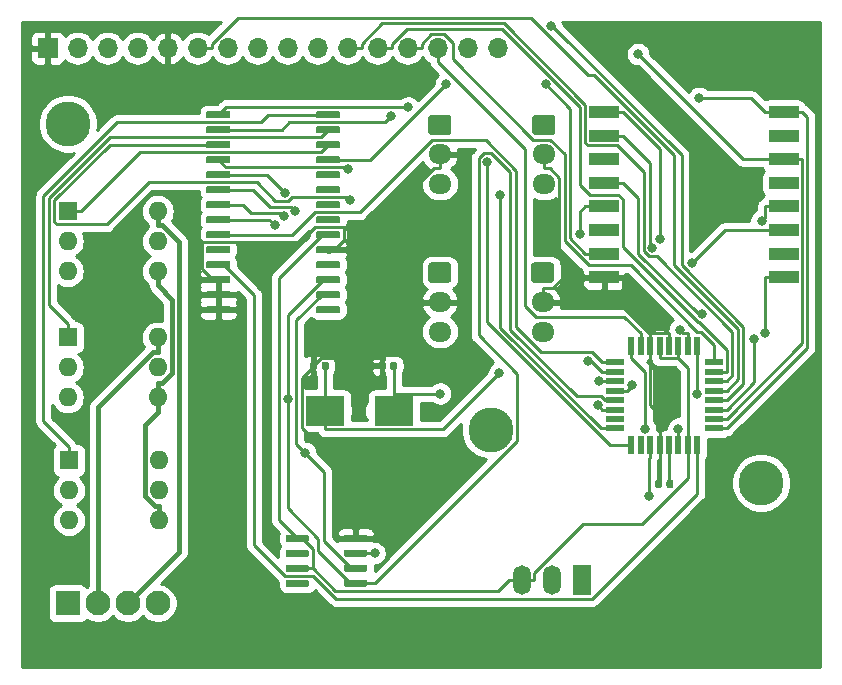
<source format=gbr>
G04 #@! TF.GenerationSoftware,KiCad,Pcbnew,(5.1.2)-2*
G04 #@! TF.CreationDate,2019-10-30T20:43:34-04:00*
G04 #@! TF.ProjectId,Thermostat_Layout,54686572-6d6f-4737-9461-745f4c61796f,rev?*
G04 #@! TF.SameCoordinates,Original*
G04 #@! TF.FileFunction,Copper,L2,Bot*
G04 #@! TF.FilePolarity,Positive*
%FSLAX46Y46*%
G04 Gerber Fmt 4.6, Leading zero omitted, Abs format (unit mm)*
G04 Created by KiCad (PCBNEW (5.1.2)-2) date 2019-10-30 20:43:34*
%MOMM*%
%LPD*%
G04 APERTURE LIST*
%ADD10C,3.800000*%
%ADD11R,2.500000X1.000000*%
%ADD12R,3.325000X2.500000*%
%ADD13O,1.500000X2.500000*%
%ADD14R,1.500000X2.500000*%
%ADD15O,1.950000X1.700000*%
%ADD16C,0.100000*%
%ADD17C,1.700000*%
%ADD18C,0.600000*%
%ADD19O,1.600000X1.600000*%
%ADD20R,1.600000X1.600000*%
%ADD21R,1.500000X0.550000*%
%ADD22R,0.550000X1.500000*%
%ADD23O,1.700000X1.700000*%
%ADD24R,1.700000X1.700000*%
%ADD25C,2.100000*%
%ADD26R,2.100000X2.100000*%
%ADD27C,0.590000*%
%ADD28C,0.800000*%
%ADD29C,0.250000*%
%ADD30C,0.400000*%
%ADD31C,0.254000*%
G04 APERTURE END LIST*
D10*
X120300000Y-76800000D03*
X179000000Y-107200000D03*
X156100000Y-102700000D03*
D11*
X180900000Y-75800000D03*
X180900000Y-77800000D03*
X180900000Y-79800000D03*
X180900000Y-81800000D03*
X180900000Y-83800000D03*
X180900000Y-85800000D03*
X180900000Y-87800000D03*
X180900000Y-89800000D03*
X165700000Y-89800000D03*
X165700000Y-87800000D03*
X165700000Y-85800000D03*
X165700000Y-83800000D03*
X165700000Y-81800000D03*
X165700000Y-79800000D03*
X165700000Y-77800000D03*
X165700000Y-75800000D03*
D12*
X147912500Y-101100000D03*
X142087500Y-101100000D03*
D13*
X158720000Y-115400000D03*
X161260000Y-115400000D03*
D14*
X163800000Y-115400000D03*
D15*
X151800000Y-94400000D03*
X151800000Y-91900000D03*
D16*
G36*
X152549504Y-88551204D02*
G01*
X152573773Y-88554804D01*
X152597571Y-88560765D01*
X152620671Y-88569030D01*
X152642849Y-88579520D01*
X152663893Y-88592133D01*
X152683598Y-88606747D01*
X152701777Y-88623223D01*
X152718253Y-88641402D01*
X152732867Y-88661107D01*
X152745480Y-88682151D01*
X152755970Y-88704329D01*
X152764235Y-88727429D01*
X152770196Y-88751227D01*
X152773796Y-88775496D01*
X152775000Y-88800000D01*
X152775000Y-90000000D01*
X152773796Y-90024504D01*
X152770196Y-90048773D01*
X152764235Y-90072571D01*
X152755970Y-90095671D01*
X152745480Y-90117849D01*
X152732867Y-90138893D01*
X152718253Y-90158598D01*
X152701777Y-90176777D01*
X152683598Y-90193253D01*
X152663893Y-90207867D01*
X152642849Y-90220480D01*
X152620671Y-90230970D01*
X152597571Y-90239235D01*
X152573773Y-90245196D01*
X152549504Y-90248796D01*
X152525000Y-90250000D01*
X151075000Y-90250000D01*
X151050496Y-90248796D01*
X151026227Y-90245196D01*
X151002429Y-90239235D01*
X150979329Y-90230970D01*
X150957151Y-90220480D01*
X150936107Y-90207867D01*
X150916402Y-90193253D01*
X150898223Y-90176777D01*
X150881747Y-90158598D01*
X150867133Y-90138893D01*
X150854520Y-90117849D01*
X150844030Y-90095671D01*
X150835765Y-90072571D01*
X150829804Y-90048773D01*
X150826204Y-90024504D01*
X150825000Y-90000000D01*
X150825000Y-88800000D01*
X150826204Y-88775496D01*
X150829804Y-88751227D01*
X150835765Y-88727429D01*
X150844030Y-88704329D01*
X150854520Y-88682151D01*
X150867133Y-88661107D01*
X150881747Y-88641402D01*
X150898223Y-88623223D01*
X150916402Y-88606747D01*
X150936107Y-88592133D01*
X150957151Y-88579520D01*
X150979329Y-88569030D01*
X151002429Y-88560765D01*
X151026227Y-88554804D01*
X151050496Y-88551204D01*
X151075000Y-88550000D01*
X152525000Y-88550000D01*
X152549504Y-88551204D01*
X152549504Y-88551204D01*
G37*
D17*
X151800000Y-89400000D03*
D15*
X151800000Y-81900000D03*
X151800000Y-79400000D03*
D16*
G36*
X152549504Y-76051204D02*
G01*
X152573773Y-76054804D01*
X152597571Y-76060765D01*
X152620671Y-76069030D01*
X152642849Y-76079520D01*
X152663893Y-76092133D01*
X152683598Y-76106747D01*
X152701777Y-76123223D01*
X152718253Y-76141402D01*
X152732867Y-76161107D01*
X152745480Y-76182151D01*
X152755970Y-76204329D01*
X152764235Y-76227429D01*
X152770196Y-76251227D01*
X152773796Y-76275496D01*
X152775000Y-76300000D01*
X152775000Y-77500000D01*
X152773796Y-77524504D01*
X152770196Y-77548773D01*
X152764235Y-77572571D01*
X152755970Y-77595671D01*
X152745480Y-77617849D01*
X152732867Y-77638893D01*
X152718253Y-77658598D01*
X152701777Y-77676777D01*
X152683598Y-77693253D01*
X152663893Y-77707867D01*
X152642849Y-77720480D01*
X152620671Y-77730970D01*
X152597571Y-77739235D01*
X152573773Y-77745196D01*
X152549504Y-77748796D01*
X152525000Y-77750000D01*
X151075000Y-77750000D01*
X151050496Y-77748796D01*
X151026227Y-77745196D01*
X151002429Y-77739235D01*
X150979329Y-77730970D01*
X150957151Y-77720480D01*
X150936107Y-77707867D01*
X150916402Y-77693253D01*
X150898223Y-77676777D01*
X150881747Y-77658598D01*
X150867133Y-77638893D01*
X150854520Y-77617849D01*
X150844030Y-77595671D01*
X150835765Y-77572571D01*
X150829804Y-77548773D01*
X150826204Y-77524504D01*
X150825000Y-77500000D01*
X150825000Y-76300000D01*
X150826204Y-76275496D01*
X150829804Y-76251227D01*
X150835765Y-76227429D01*
X150844030Y-76204329D01*
X150854520Y-76182151D01*
X150867133Y-76161107D01*
X150881747Y-76141402D01*
X150898223Y-76123223D01*
X150916402Y-76106747D01*
X150936107Y-76092133D01*
X150957151Y-76079520D01*
X150979329Y-76069030D01*
X151002429Y-76060765D01*
X151026227Y-76054804D01*
X151050496Y-76051204D01*
X151075000Y-76050000D01*
X152525000Y-76050000D01*
X152549504Y-76051204D01*
X152549504Y-76051204D01*
G37*
D17*
X151800000Y-76900000D03*
D15*
X160600000Y-81900000D03*
X160600000Y-79400000D03*
D16*
G36*
X161349504Y-76051204D02*
G01*
X161373773Y-76054804D01*
X161397571Y-76060765D01*
X161420671Y-76069030D01*
X161442849Y-76079520D01*
X161463893Y-76092133D01*
X161483598Y-76106747D01*
X161501777Y-76123223D01*
X161518253Y-76141402D01*
X161532867Y-76161107D01*
X161545480Y-76182151D01*
X161555970Y-76204329D01*
X161564235Y-76227429D01*
X161570196Y-76251227D01*
X161573796Y-76275496D01*
X161575000Y-76300000D01*
X161575000Y-77500000D01*
X161573796Y-77524504D01*
X161570196Y-77548773D01*
X161564235Y-77572571D01*
X161555970Y-77595671D01*
X161545480Y-77617849D01*
X161532867Y-77638893D01*
X161518253Y-77658598D01*
X161501777Y-77676777D01*
X161483598Y-77693253D01*
X161463893Y-77707867D01*
X161442849Y-77720480D01*
X161420671Y-77730970D01*
X161397571Y-77739235D01*
X161373773Y-77745196D01*
X161349504Y-77748796D01*
X161325000Y-77750000D01*
X159875000Y-77750000D01*
X159850496Y-77748796D01*
X159826227Y-77745196D01*
X159802429Y-77739235D01*
X159779329Y-77730970D01*
X159757151Y-77720480D01*
X159736107Y-77707867D01*
X159716402Y-77693253D01*
X159698223Y-77676777D01*
X159681747Y-77658598D01*
X159667133Y-77638893D01*
X159654520Y-77617849D01*
X159644030Y-77595671D01*
X159635765Y-77572571D01*
X159629804Y-77548773D01*
X159626204Y-77524504D01*
X159625000Y-77500000D01*
X159625000Y-76300000D01*
X159626204Y-76275496D01*
X159629804Y-76251227D01*
X159635765Y-76227429D01*
X159644030Y-76204329D01*
X159654520Y-76182151D01*
X159667133Y-76161107D01*
X159681747Y-76141402D01*
X159698223Y-76123223D01*
X159716402Y-76106747D01*
X159736107Y-76092133D01*
X159757151Y-76079520D01*
X159779329Y-76069030D01*
X159802429Y-76060765D01*
X159826227Y-76054804D01*
X159850496Y-76051204D01*
X159875000Y-76050000D01*
X161325000Y-76050000D01*
X161349504Y-76051204D01*
X161349504Y-76051204D01*
G37*
D17*
X160600000Y-76900000D03*
D15*
X160500000Y-94400000D03*
X160500000Y-91900000D03*
D16*
G36*
X161249504Y-88551204D02*
G01*
X161273773Y-88554804D01*
X161297571Y-88560765D01*
X161320671Y-88569030D01*
X161342849Y-88579520D01*
X161363893Y-88592133D01*
X161383598Y-88606747D01*
X161401777Y-88623223D01*
X161418253Y-88641402D01*
X161432867Y-88661107D01*
X161445480Y-88682151D01*
X161455970Y-88704329D01*
X161464235Y-88727429D01*
X161470196Y-88751227D01*
X161473796Y-88775496D01*
X161475000Y-88800000D01*
X161475000Y-90000000D01*
X161473796Y-90024504D01*
X161470196Y-90048773D01*
X161464235Y-90072571D01*
X161455970Y-90095671D01*
X161445480Y-90117849D01*
X161432867Y-90138893D01*
X161418253Y-90158598D01*
X161401777Y-90176777D01*
X161383598Y-90193253D01*
X161363893Y-90207867D01*
X161342849Y-90220480D01*
X161320671Y-90230970D01*
X161297571Y-90239235D01*
X161273773Y-90245196D01*
X161249504Y-90248796D01*
X161225000Y-90250000D01*
X159775000Y-90250000D01*
X159750496Y-90248796D01*
X159726227Y-90245196D01*
X159702429Y-90239235D01*
X159679329Y-90230970D01*
X159657151Y-90220480D01*
X159636107Y-90207867D01*
X159616402Y-90193253D01*
X159598223Y-90176777D01*
X159581747Y-90158598D01*
X159567133Y-90138893D01*
X159554520Y-90117849D01*
X159544030Y-90095671D01*
X159535765Y-90072571D01*
X159529804Y-90048773D01*
X159526204Y-90024504D01*
X159525000Y-90000000D01*
X159525000Y-88800000D01*
X159526204Y-88775496D01*
X159529804Y-88751227D01*
X159535765Y-88727429D01*
X159544030Y-88704329D01*
X159554520Y-88682151D01*
X159567133Y-88661107D01*
X159581747Y-88641402D01*
X159598223Y-88623223D01*
X159616402Y-88606747D01*
X159636107Y-88592133D01*
X159657151Y-88579520D01*
X159679329Y-88569030D01*
X159702429Y-88560765D01*
X159726227Y-88554804D01*
X159750496Y-88551204D01*
X159775000Y-88550000D01*
X161225000Y-88550000D01*
X161249504Y-88551204D01*
X161249504Y-88551204D01*
G37*
D17*
X160500000Y-89400000D03*
D16*
G36*
X145514703Y-115405722D02*
G01*
X145529264Y-115407882D01*
X145543543Y-115411459D01*
X145557403Y-115416418D01*
X145570710Y-115422712D01*
X145583336Y-115430280D01*
X145595159Y-115439048D01*
X145606066Y-115448934D01*
X145615952Y-115459841D01*
X145624720Y-115471664D01*
X145632288Y-115484290D01*
X145638582Y-115497597D01*
X145643541Y-115511457D01*
X145647118Y-115525736D01*
X145649278Y-115540297D01*
X145650000Y-115555000D01*
X145650000Y-115855000D01*
X145649278Y-115869703D01*
X145647118Y-115884264D01*
X145643541Y-115898543D01*
X145638582Y-115912403D01*
X145632288Y-115925710D01*
X145624720Y-115938336D01*
X145615952Y-115950159D01*
X145606066Y-115961066D01*
X145595159Y-115970952D01*
X145583336Y-115979720D01*
X145570710Y-115987288D01*
X145557403Y-115993582D01*
X145543543Y-115998541D01*
X145529264Y-116002118D01*
X145514703Y-116004278D01*
X145500000Y-116005000D01*
X143850000Y-116005000D01*
X143835297Y-116004278D01*
X143820736Y-116002118D01*
X143806457Y-115998541D01*
X143792597Y-115993582D01*
X143779290Y-115987288D01*
X143766664Y-115979720D01*
X143754841Y-115970952D01*
X143743934Y-115961066D01*
X143734048Y-115950159D01*
X143725280Y-115938336D01*
X143717712Y-115925710D01*
X143711418Y-115912403D01*
X143706459Y-115898543D01*
X143702882Y-115884264D01*
X143700722Y-115869703D01*
X143700000Y-115855000D01*
X143700000Y-115555000D01*
X143700722Y-115540297D01*
X143702882Y-115525736D01*
X143706459Y-115511457D01*
X143711418Y-115497597D01*
X143717712Y-115484290D01*
X143725280Y-115471664D01*
X143734048Y-115459841D01*
X143743934Y-115448934D01*
X143754841Y-115439048D01*
X143766664Y-115430280D01*
X143779290Y-115422712D01*
X143792597Y-115416418D01*
X143806457Y-115411459D01*
X143820736Y-115407882D01*
X143835297Y-115405722D01*
X143850000Y-115405000D01*
X145500000Y-115405000D01*
X145514703Y-115405722D01*
X145514703Y-115405722D01*
G37*
D18*
X144675000Y-115705000D03*
D16*
G36*
X145514703Y-114135722D02*
G01*
X145529264Y-114137882D01*
X145543543Y-114141459D01*
X145557403Y-114146418D01*
X145570710Y-114152712D01*
X145583336Y-114160280D01*
X145595159Y-114169048D01*
X145606066Y-114178934D01*
X145615952Y-114189841D01*
X145624720Y-114201664D01*
X145632288Y-114214290D01*
X145638582Y-114227597D01*
X145643541Y-114241457D01*
X145647118Y-114255736D01*
X145649278Y-114270297D01*
X145650000Y-114285000D01*
X145650000Y-114585000D01*
X145649278Y-114599703D01*
X145647118Y-114614264D01*
X145643541Y-114628543D01*
X145638582Y-114642403D01*
X145632288Y-114655710D01*
X145624720Y-114668336D01*
X145615952Y-114680159D01*
X145606066Y-114691066D01*
X145595159Y-114700952D01*
X145583336Y-114709720D01*
X145570710Y-114717288D01*
X145557403Y-114723582D01*
X145543543Y-114728541D01*
X145529264Y-114732118D01*
X145514703Y-114734278D01*
X145500000Y-114735000D01*
X143850000Y-114735000D01*
X143835297Y-114734278D01*
X143820736Y-114732118D01*
X143806457Y-114728541D01*
X143792597Y-114723582D01*
X143779290Y-114717288D01*
X143766664Y-114709720D01*
X143754841Y-114700952D01*
X143743934Y-114691066D01*
X143734048Y-114680159D01*
X143725280Y-114668336D01*
X143717712Y-114655710D01*
X143711418Y-114642403D01*
X143706459Y-114628543D01*
X143702882Y-114614264D01*
X143700722Y-114599703D01*
X143700000Y-114585000D01*
X143700000Y-114285000D01*
X143700722Y-114270297D01*
X143702882Y-114255736D01*
X143706459Y-114241457D01*
X143711418Y-114227597D01*
X143717712Y-114214290D01*
X143725280Y-114201664D01*
X143734048Y-114189841D01*
X143743934Y-114178934D01*
X143754841Y-114169048D01*
X143766664Y-114160280D01*
X143779290Y-114152712D01*
X143792597Y-114146418D01*
X143806457Y-114141459D01*
X143820736Y-114137882D01*
X143835297Y-114135722D01*
X143850000Y-114135000D01*
X145500000Y-114135000D01*
X145514703Y-114135722D01*
X145514703Y-114135722D01*
G37*
D18*
X144675000Y-114435000D03*
D16*
G36*
X145514703Y-112865722D02*
G01*
X145529264Y-112867882D01*
X145543543Y-112871459D01*
X145557403Y-112876418D01*
X145570710Y-112882712D01*
X145583336Y-112890280D01*
X145595159Y-112899048D01*
X145606066Y-112908934D01*
X145615952Y-112919841D01*
X145624720Y-112931664D01*
X145632288Y-112944290D01*
X145638582Y-112957597D01*
X145643541Y-112971457D01*
X145647118Y-112985736D01*
X145649278Y-113000297D01*
X145650000Y-113015000D01*
X145650000Y-113315000D01*
X145649278Y-113329703D01*
X145647118Y-113344264D01*
X145643541Y-113358543D01*
X145638582Y-113372403D01*
X145632288Y-113385710D01*
X145624720Y-113398336D01*
X145615952Y-113410159D01*
X145606066Y-113421066D01*
X145595159Y-113430952D01*
X145583336Y-113439720D01*
X145570710Y-113447288D01*
X145557403Y-113453582D01*
X145543543Y-113458541D01*
X145529264Y-113462118D01*
X145514703Y-113464278D01*
X145500000Y-113465000D01*
X143850000Y-113465000D01*
X143835297Y-113464278D01*
X143820736Y-113462118D01*
X143806457Y-113458541D01*
X143792597Y-113453582D01*
X143779290Y-113447288D01*
X143766664Y-113439720D01*
X143754841Y-113430952D01*
X143743934Y-113421066D01*
X143734048Y-113410159D01*
X143725280Y-113398336D01*
X143717712Y-113385710D01*
X143711418Y-113372403D01*
X143706459Y-113358543D01*
X143702882Y-113344264D01*
X143700722Y-113329703D01*
X143700000Y-113315000D01*
X143700000Y-113015000D01*
X143700722Y-113000297D01*
X143702882Y-112985736D01*
X143706459Y-112971457D01*
X143711418Y-112957597D01*
X143717712Y-112944290D01*
X143725280Y-112931664D01*
X143734048Y-112919841D01*
X143743934Y-112908934D01*
X143754841Y-112899048D01*
X143766664Y-112890280D01*
X143779290Y-112882712D01*
X143792597Y-112876418D01*
X143806457Y-112871459D01*
X143820736Y-112867882D01*
X143835297Y-112865722D01*
X143850000Y-112865000D01*
X145500000Y-112865000D01*
X145514703Y-112865722D01*
X145514703Y-112865722D01*
G37*
D18*
X144675000Y-113165000D03*
D16*
G36*
X145514703Y-111595722D02*
G01*
X145529264Y-111597882D01*
X145543543Y-111601459D01*
X145557403Y-111606418D01*
X145570710Y-111612712D01*
X145583336Y-111620280D01*
X145595159Y-111629048D01*
X145606066Y-111638934D01*
X145615952Y-111649841D01*
X145624720Y-111661664D01*
X145632288Y-111674290D01*
X145638582Y-111687597D01*
X145643541Y-111701457D01*
X145647118Y-111715736D01*
X145649278Y-111730297D01*
X145650000Y-111745000D01*
X145650000Y-112045000D01*
X145649278Y-112059703D01*
X145647118Y-112074264D01*
X145643541Y-112088543D01*
X145638582Y-112102403D01*
X145632288Y-112115710D01*
X145624720Y-112128336D01*
X145615952Y-112140159D01*
X145606066Y-112151066D01*
X145595159Y-112160952D01*
X145583336Y-112169720D01*
X145570710Y-112177288D01*
X145557403Y-112183582D01*
X145543543Y-112188541D01*
X145529264Y-112192118D01*
X145514703Y-112194278D01*
X145500000Y-112195000D01*
X143850000Y-112195000D01*
X143835297Y-112194278D01*
X143820736Y-112192118D01*
X143806457Y-112188541D01*
X143792597Y-112183582D01*
X143779290Y-112177288D01*
X143766664Y-112169720D01*
X143754841Y-112160952D01*
X143743934Y-112151066D01*
X143734048Y-112140159D01*
X143725280Y-112128336D01*
X143717712Y-112115710D01*
X143711418Y-112102403D01*
X143706459Y-112088543D01*
X143702882Y-112074264D01*
X143700722Y-112059703D01*
X143700000Y-112045000D01*
X143700000Y-111745000D01*
X143700722Y-111730297D01*
X143702882Y-111715736D01*
X143706459Y-111701457D01*
X143711418Y-111687597D01*
X143717712Y-111674290D01*
X143725280Y-111661664D01*
X143734048Y-111649841D01*
X143743934Y-111638934D01*
X143754841Y-111629048D01*
X143766664Y-111620280D01*
X143779290Y-111612712D01*
X143792597Y-111606418D01*
X143806457Y-111601459D01*
X143820736Y-111597882D01*
X143835297Y-111595722D01*
X143850000Y-111595000D01*
X145500000Y-111595000D01*
X145514703Y-111595722D01*
X145514703Y-111595722D01*
G37*
D18*
X144675000Y-111895000D03*
D16*
G36*
X140564703Y-111595722D02*
G01*
X140579264Y-111597882D01*
X140593543Y-111601459D01*
X140607403Y-111606418D01*
X140620710Y-111612712D01*
X140633336Y-111620280D01*
X140645159Y-111629048D01*
X140656066Y-111638934D01*
X140665952Y-111649841D01*
X140674720Y-111661664D01*
X140682288Y-111674290D01*
X140688582Y-111687597D01*
X140693541Y-111701457D01*
X140697118Y-111715736D01*
X140699278Y-111730297D01*
X140700000Y-111745000D01*
X140700000Y-112045000D01*
X140699278Y-112059703D01*
X140697118Y-112074264D01*
X140693541Y-112088543D01*
X140688582Y-112102403D01*
X140682288Y-112115710D01*
X140674720Y-112128336D01*
X140665952Y-112140159D01*
X140656066Y-112151066D01*
X140645159Y-112160952D01*
X140633336Y-112169720D01*
X140620710Y-112177288D01*
X140607403Y-112183582D01*
X140593543Y-112188541D01*
X140579264Y-112192118D01*
X140564703Y-112194278D01*
X140550000Y-112195000D01*
X138900000Y-112195000D01*
X138885297Y-112194278D01*
X138870736Y-112192118D01*
X138856457Y-112188541D01*
X138842597Y-112183582D01*
X138829290Y-112177288D01*
X138816664Y-112169720D01*
X138804841Y-112160952D01*
X138793934Y-112151066D01*
X138784048Y-112140159D01*
X138775280Y-112128336D01*
X138767712Y-112115710D01*
X138761418Y-112102403D01*
X138756459Y-112088543D01*
X138752882Y-112074264D01*
X138750722Y-112059703D01*
X138750000Y-112045000D01*
X138750000Y-111745000D01*
X138750722Y-111730297D01*
X138752882Y-111715736D01*
X138756459Y-111701457D01*
X138761418Y-111687597D01*
X138767712Y-111674290D01*
X138775280Y-111661664D01*
X138784048Y-111649841D01*
X138793934Y-111638934D01*
X138804841Y-111629048D01*
X138816664Y-111620280D01*
X138829290Y-111612712D01*
X138842597Y-111606418D01*
X138856457Y-111601459D01*
X138870736Y-111597882D01*
X138885297Y-111595722D01*
X138900000Y-111595000D01*
X140550000Y-111595000D01*
X140564703Y-111595722D01*
X140564703Y-111595722D01*
G37*
D18*
X139725000Y-111895000D03*
D16*
G36*
X140564703Y-112865722D02*
G01*
X140579264Y-112867882D01*
X140593543Y-112871459D01*
X140607403Y-112876418D01*
X140620710Y-112882712D01*
X140633336Y-112890280D01*
X140645159Y-112899048D01*
X140656066Y-112908934D01*
X140665952Y-112919841D01*
X140674720Y-112931664D01*
X140682288Y-112944290D01*
X140688582Y-112957597D01*
X140693541Y-112971457D01*
X140697118Y-112985736D01*
X140699278Y-113000297D01*
X140700000Y-113015000D01*
X140700000Y-113315000D01*
X140699278Y-113329703D01*
X140697118Y-113344264D01*
X140693541Y-113358543D01*
X140688582Y-113372403D01*
X140682288Y-113385710D01*
X140674720Y-113398336D01*
X140665952Y-113410159D01*
X140656066Y-113421066D01*
X140645159Y-113430952D01*
X140633336Y-113439720D01*
X140620710Y-113447288D01*
X140607403Y-113453582D01*
X140593543Y-113458541D01*
X140579264Y-113462118D01*
X140564703Y-113464278D01*
X140550000Y-113465000D01*
X138900000Y-113465000D01*
X138885297Y-113464278D01*
X138870736Y-113462118D01*
X138856457Y-113458541D01*
X138842597Y-113453582D01*
X138829290Y-113447288D01*
X138816664Y-113439720D01*
X138804841Y-113430952D01*
X138793934Y-113421066D01*
X138784048Y-113410159D01*
X138775280Y-113398336D01*
X138767712Y-113385710D01*
X138761418Y-113372403D01*
X138756459Y-113358543D01*
X138752882Y-113344264D01*
X138750722Y-113329703D01*
X138750000Y-113315000D01*
X138750000Y-113015000D01*
X138750722Y-113000297D01*
X138752882Y-112985736D01*
X138756459Y-112971457D01*
X138761418Y-112957597D01*
X138767712Y-112944290D01*
X138775280Y-112931664D01*
X138784048Y-112919841D01*
X138793934Y-112908934D01*
X138804841Y-112899048D01*
X138816664Y-112890280D01*
X138829290Y-112882712D01*
X138842597Y-112876418D01*
X138856457Y-112871459D01*
X138870736Y-112867882D01*
X138885297Y-112865722D01*
X138900000Y-112865000D01*
X140550000Y-112865000D01*
X140564703Y-112865722D01*
X140564703Y-112865722D01*
G37*
D18*
X139725000Y-113165000D03*
D16*
G36*
X140564703Y-114135722D02*
G01*
X140579264Y-114137882D01*
X140593543Y-114141459D01*
X140607403Y-114146418D01*
X140620710Y-114152712D01*
X140633336Y-114160280D01*
X140645159Y-114169048D01*
X140656066Y-114178934D01*
X140665952Y-114189841D01*
X140674720Y-114201664D01*
X140682288Y-114214290D01*
X140688582Y-114227597D01*
X140693541Y-114241457D01*
X140697118Y-114255736D01*
X140699278Y-114270297D01*
X140700000Y-114285000D01*
X140700000Y-114585000D01*
X140699278Y-114599703D01*
X140697118Y-114614264D01*
X140693541Y-114628543D01*
X140688582Y-114642403D01*
X140682288Y-114655710D01*
X140674720Y-114668336D01*
X140665952Y-114680159D01*
X140656066Y-114691066D01*
X140645159Y-114700952D01*
X140633336Y-114709720D01*
X140620710Y-114717288D01*
X140607403Y-114723582D01*
X140593543Y-114728541D01*
X140579264Y-114732118D01*
X140564703Y-114734278D01*
X140550000Y-114735000D01*
X138900000Y-114735000D01*
X138885297Y-114734278D01*
X138870736Y-114732118D01*
X138856457Y-114728541D01*
X138842597Y-114723582D01*
X138829290Y-114717288D01*
X138816664Y-114709720D01*
X138804841Y-114700952D01*
X138793934Y-114691066D01*
X138784048Y-114680159D01*
X138775280Y-114668336D01*
X138767712Y-114655710D01*
X138761418Y-114642403D01*
X138756459Y-114628543D01*
X138752882Y-114614264D01*
X138750722Y-114599703D01*
X138750000Y-114585000D01*
X138750000Y-114285000D01*
X138750722Y-114270297D01*
X138752882Y-114255736D01*
X138756459Y-114241457D01*
X138761418Y-114227597D01*
X138767712Y-114214290D01*
X138775280Y-114201664D01*
X138784048Y-114189841D01*
X138793934Y-114178934D01*
X138804841Y-114169048D01*
X138816664Y-114160280D01*
X138829290Y-114152712D01*
X138842597Y-114146418D01*
X138856457Y-114141459D01*
X138870736Y-114137882D01*
X138885297Y-114135722D01*
X138900000Y-114135000D01*
X140550000Y-114135000D01*
X140564703Y-114135722D01*
X140564703Y-114135722D01*
G37*
D18*
X139725000Y-114435000D03*
D16*
G36*
X140564703Y-115405722D02*
G01*
X140579264Y-115407882D01*
X140593543Y-115411459D01*
X140607403Y-115416418D01*
X140620710Y-115422712D01*
X140633336Y-115430280D01*
X140645159Y-115439048D01*
X140656066Y-115448934D01*
X140665952Y-115459841D01*
X140674720Y-115471664D01*
X140682288Y-115484290D01*
X140688582Y-115497597D01*
X140693541Y-115511457D01*
X140697118Y-115525736D01*
X140699278Y-115540297D01*
X140700000Y-115555000D01*
X140700000Y-115855000D01*
X140699278Y-115869703D01*
X140697118Y-115884264D01*
X140693541Y-115898543D01*
X140688582Y-115912403D01*
X140682288Y-115925710D01*
X140674720Y-115938336D01*
X140665952Y-115950159D01*
X140656066Y-115961066D01*
X140645159Y-115970952D01*
X140633336Y-115979720D01*
X140620710Y-115987288D01*
X140607403Y-115993582D01*
X140593543Y-115998541D01*
X140579264Y-116002118D01*
X140564703Y-116004278D01*
X140550000Y-116005000D01*
X138900000Y-116005000D01*
X138885297Y-116004278D01*
X138870736Y-116002118D01*
X138856457Y-115998541D01*
X138842597Y-115993582D01*
X138829290Y-115987288D01*
X138816664Y-115979720D01*
X138804841Y-115970952D01*
X138793934Y-115961066D01*
X138784048Y-115950159D01*
X138775280Y-115938336D01*
X138767712Y-115925710D01*
X138761418Y-115912403D01*
X138756459Y-115898543D01*
X138752882Y-115884264D01*
X138750722Y-115869703D01*
X138750000Y-115855000D01*
X138750000Y-115555000D01*
X138750722Y-115540297D01*
X138752882Y-115525736D01*
X138756459Y-115511457D01*
X138761418Y-115497597D01*
X138767712Y-115484290D01*
X138775280Y-115471664D01*
X138784048Y-115459841D01*
X138793934Y-115448934D01*
X138804841Y-115439048D01*
X138816664Y-115430280D01*
X138829290Y-115422712D01*
X138842597Y-115416418D01*
X138856457Y-115411459D01*
X138870736Y-115407882D01*
X138885297Y-115405722D01*
X138900000Y-115405000D01*
X140550000Y-115405000D01*
X140564703Y-115405722D01*
X140564703Y-115405722D01*
G37*
D18*
X139725000Y-115705000D03*
D19*
X127920000Y-94900000D03*
X120300000Y-99980000D03*
X127920000Y-97440000D03*
X120300000Y-97440000D03*
X127920000Y-99980000D03*
D20*
X120300000Y-94900000D03*
D16*
G36*
X133939703Y-75745722D02*
G01*
X133954264Y-75747882D01*
X133968543Y-75751459D01*
X133982403Y-75756418D01*
X133995710Y-75762712D01*
X134008336Y-75770280D01*
X134020159Y-75779048D01*
X134031066Y-75788934D01*
X134040952Y-75799841D01*
X134049720Y-75811664D01*
X134057288Y-75824290D01*
X134063582Y-75837597D01*
X134068541Y-75851457D01*
X134072118Y-75865736D01*
X134074278Y-75880297D01*
X134075000Y-75895000D01*
X134075000Y-76195000D01*
X134074278Y-76209703D01*
X134072118Y-76224264D01*
X134068541Y-76238543D01*
X134063582Y-76252403D01*
X134057288Y-76265710D01*
X134049720Y-76278336D01*
X134040952Y-76290159D01*
X134031066Y-76301066D01*
X134020159Y-76310952D01*
X134008336Y-76319720D01*
X133995710Y-76327288D01*
X133982403Y-76333582D01*
X133968543Y-76338541D01*
X133954264Y-76342118D01*
X133939703Y-76344278D01*
X133925000Y-76345000D01*
X132175000Y-76345000D01*
X132160297Y-76344278D01*
X132145736Y-76342118D01*
X132131457Y-76338541D01*
X132117597Y-76333582D01*
X132104290Y-76327288D01*
X132091664Y-76319720D01*
X132079841Y-76310952D01*
X132068934Y-76301066D01*
X132059048Y-76290159D01*
X132050280Y-76278336D01*
X132042712Y-76265710D01*
X132036418Y-76252403D01*
X132031459Y-76238543D01*
X132027882Y-76224264D01*
X132025722Y-76209703D01*
X132025000Y-76195000D01*
X132025000Y-75895000D01*
X132025722Y-75880297D01*
X132027882Y-75865736D01*
X132031459Y-75851457D01*
X132036418Y-75837597D01*
X132042712Y-75824290D01*
X132050280Y-75811664D01*
X132059048Y-75799841D01*
X132068934Y-75788934D01*
X132079841Y-75779048D01*
X132091664Y-75770280D01*
X132104290Y-75762712D01*
X132117597Y-75756418D01*
X132131457Y-75751459D01*
X132145736Y-75747882D01*
X132160297Y-75745722D01*
X132175000Y-75745000D01*
X133925000Y-75745000D01*
X133939703Y-75745722D01*
X133939703Y-75745722D01*
G37*
D18*
X133050000Y-76045000D03*
D16*
G36*
X133939703Y-77015722D02*
G01*
X133954264Y-77017882D01*
X133968543Y-77021459D01*
X133982403Y-77026418D01*
X133995710Y-77032712D01*
X134008336Y-77040280D01*
X134020159Y-77049048D01*
X134031066Y-77058934D01*
X134040952Y-77069841D01*
X134049720Y-77081664D01*
X134057288Y-77094290D01*
X134063582Y-77107597D01*
X134068541Y-77121457D01*
X134072118Y-77135736D01*
X134074278Y-77150297D01*
X134075000Y-77165000D01*
X134075000Y-77465000D01*
X134074278Y-77479703D01*
X134072118Y-77494264D01*
X134068541Y-77508543D01*
X134063582Y-77522403D01*
X134057288Y-77535710D01*
X134049720Y-77548336D01*
X134040952Y-77560159D01*
X134031066Y-77571066D01*
X134020159Y-77580952D01*
X134008336Y-77589720D01*
X133995710Y-77597288D01*
X133982403Y-77603582D01*
X133968543Y-77608541D01*
X133954264Y-77612118D01*
X133939703Y-77614278D01*
X133925000Y-77615000D01*
X132175000Y-77615000D01*
X132160297Y-77614278D01*
X132145736Y-77612118D01*
X132131457Y-77608541D01*
X132117597Y-77603582D01*
X132104290Y-77597288D01*
X132091664Y-77589720D01*
X132079841Y-77580952D01*
X132068934Y-77571066D01*
X132059048Y-77560159D01*
X132050280Y-77548336D01*
X132042712Y-77535710D01*
X132036418Y-77522403D01*
X132031459Y-77508543D01*
X132027882Y-77494264D01*
X132025722Y-77479703D01*
X132025000Y-77465000D01*
X132025000Y-77165000D01*
X132025722Y-77150297D01*
X132027882Y-77135736D01*
X132031459Y-77121457D01*
X132036418Y-77107597D01*
X132042712Y-77094290D01*
X132050280Y-77081664D01*
X132059048Y-77069841D01*
X132068934Y-77058934D01*
X132079841Y-77049048D01*
X132091664Y-77040280D01*
X132104290Y-77032712D01*
X132117597Y-77026418D01*
X132131457Y-77021459D01*
X132145736Y-77017882D01*
X132160297Y-77015722D01*
X132175000Y-77015000D01*
X133925000Y-77015000D01*
X133939703Y-77015722D01*
X133939703Y-77015722D01*
G37*
D18*
X133050000Y-77315000D03*
D16*
G36*
X133939703Y-78285722D02*
G01*
X133954264Y-78287882D01*
X133968543Y-78291459D01*
X133982403Y-78296418D01*
X133995710Y-78302712D01*
X134008336Y-78310280D01*
X134020159Y-78319048D01*
X134031066Y-78328934D01*
X134040952Y-78339841D01*
X134049720Y-78351664D01*
X134057288Y-78364290D01*
X134063582Y-78377597D01*
X134068541Y-78391457D01*
X134072118Y-78405736D01*
X134074278Y-78420297D01*
X134075000Y-78435000D01*
X134075000Y-78735000D01*
X134074278Y-78749703D01*
X134072118Y-78764264D01*
X134068541Y-78778543D01*
X134063582Y-78792403D01*
X134057288Y-78805710D01*
X134049720Y-78818336D01*
X134040952Y-78830159D01*
X134031066Y-78841066D01*
X134020159Y-78850952D01*
X134008336Y-78859720D01*
X133995710Y-78867288D01*
X133982403Y-78873582D01*
X133968543Y-78878541D01*
X133954264Y-78882118D01*
X133939703Y-78884278D01*
X133925000Y-78885000D01*
X132175000Y-78885000D01*
X132160297Y-78884278D01*
X132145736Y-78882118D01*
X132131457Y-78878541D01*
X132117597Y-78873582D01*
X132104290Y-78867288D01*
X132091664Y-78859720D01*
X132079841Y-78850952D01*
X132068934Y-78841066D01*
X132059048Y-78830159D01*
X132050280Y-78818336D01*
X132042712Y-78805710D01*
X132036418Y-78792403D01*
X132031459Y-78778543D01*
X132027882Y-78764264D01*
X132025722Y-78749703D01*
X132025000Y-78735000D01*
X132025000Y-78435000D01*
X132025722Y-78420297D01*
X132027882Y-78405736D01*
X132031459Y-78391457D01*
X132036418Y-78377597D01*
X132042712Y-78364290D01*
X132050280Y-78351664D01*
X132059048Y-78339841D01*
X132068934Y-78328934D01*
X132079841Y-78319048D01*
X132091664Y-78310280D01*
X132104290Y-78302712D01*
X132117597Y-78296418D01*
X132131457Y-78291459D01*
X132145736Y-78287882D01*
X132160297Y-78285722D01*
X132175000Y-78285000D01*
X133925000Y-78285000D01*
X133939703Y-78285722D01*
X133939703Y-78285722D01*
G37*
D18*
X133050000Y-78585000D03*
D16*
G36*
X133939703Y-79555722D02*
G01*
X133954264Y-79557882D01*
X133968543Y-79561459D01*
X133982403Y-79566418D01*
X133995710Y-79572712D01*
X134008336Y-79580280D01*
X134020159Y-79589048D01*
X134031066Y-79598934D01*
X134040952Y-79609841D01*
X134049720Y-79621664D01*
X134057288Y-79634290D01*
X134063582Y-79647597D01*
X134068541Y-79661457D01*
X134072118Y-79675736D01*
X134074278Y-79690297D01*
X134075000Y-79705000D01*
X134075000Y-80005000D01*
X134074278Y-80019703D01*
X134072118Y-80034264D01*
X134068541Y-80048543D01*
X134063582Y-80062403D01*
X134057288Y-80075710D01*
X134049720Y-80088336D01*
X134040952Y-80100159D01*
X134031066Y-80111066D01*
X134020159Y-80120952D01*
X134008336Y-80129720D01*
X133995710Y-80137288D01*
X133982403Y-80143582D01*
X133968543Y-80148541D01*
X133954264Y-80152118D01*
X133939703Y-80154278D01*
X133925000Y-80155000D01*
X132175000Y-80155000D01*
X132160297Y-80154278D01*
X132145736Y-80152118D01*
X132131457Y-80148541D01*
X132117597Y-80143582D01*
X132104290Y-80137288D01*
X132091664Y-80129720D01*
X132079841Y-80120952D01*
X132068934Y-80111066D01*
X132059048Y-80100159D01*
X132050280Y-80088336D01*
X132042712Y-80075710D01*
X132036418Y-80062403D01*
X132031459Y-80048543D01*
X132027882Y-80034264D01*
X132025722Y-80019703D01*
X132025000Y-80005000D01*
X132025000Y-79705000D01*
X132025722Y-79690297D01*
X132027882Y-79675736D01*
X132031459Y-79661457D01*
X132036418Y-79647597D01*
X132042712Y-79634290D01*
X132050280Y-79621664D01*
X132059048Y-79609841D01*
X132068934Y-79598934D01*
X132079841Y-79589048D01*
X132091664Y-79580280D01*
X132104290Y-79572712D01*
X132117597Y-79566418D01*
X132131457Y-79561459D01*
X132145736Y-79557882D01*
X132160297Y-79555722D01*
X132175000Y-79555000D01*
X133925000Y-79555000D01*
X133939703Y-79555722D01*
X133939703Y-79555722D01*
G37*
D18*
X133050000Y-79855000D03*
D16*
G36*
X133939703Y-80825722D02*
G01*
X133954264Y-80827882D01*
X133968543Y-80831459D01*
X133982403Y-80836418D01*
X133995710Y-80842712D01*
X134008336Y-80850280D01*
X134020159Y-80859048D01*
X134031066Y-80868934D01*
X134040952Y-80879841D01*
X134049720Y-80891664D01*
X134057288Y-80904290D01*
X134063582Y-80917597D01*
X134068541Y-80931457D01*
X134072118Y-80945736D01*
X134074278Y-80960297D01*
X134075000Y-80975000D01*
X134075000Y-81275000D01*
X134074278Y-81289703D01*
X134072118Y-81304264D01*
X134068541Y-81318543D01*
X134063582Y-81332403D01*
X134057288Y-81345710D01*
X134049720Y-81358336D01*
X134040952Y-81370159D01*
X134031066Y-81381066D01*
X134020159Y-81390952D01*
X134008336Y-81399720D01*
X133995710Y-81407288D01*
X133982403Y-81413582D01*
X133968543Y-81418541D01*
X133954264Y-81422118D01*
X133939703Y-81424278D01*
X133925000Y-81425000D01*
X132175000Y-81425000D01*
X132160297Y-81424278D01*
X132145736Y-81422118D01*
X132131457Y-81418541D01*
X132117597Y-81413582D01*
X132104290Y-81407288D01*
X132091664Y-81399720D01*
X132079841Y-81390952D01*
X132068934Y-81381066D01*
X132059048Y-81370159D01*
X132050280Y-81358336D01*
X132042712Y-81345710D01*
X132036418Y-81332403D01*
X132031459Y-81318543D01*
X132027882Y-81304264D01*
X132025722Y-81289703D01*
X132025000Y-81275000D01*
X132025000Y-80975000D01*
X132025722Y-80960297D01*
X132027882Y-80945736D01*
X132031459Y-80931457D01*
X132036418Y-80917597D01*
X132042712Y-80904290D01*
X132050280Y-80891664D01*
X132059048Y-80879841D01*
X132068934Y-80868934D01*
X132079841Y-80859048D01*
X132091664Y-80850280D01*
X132104290Y-80842712D01*
X132117597Y-80836418D01*
X132131457Y-80831459D01*
X132145736Y-80827882D01*
X132160297Y-80825722D01*
X132175000Y-80825000D01*
X133925000Y-80825000D01*
X133939703Y-80825722D01*
X133939703Y-80825722D01*
G37*
D18*
X133050000Y-81125000D03*
D16*
G36*
X133939703Y-82095722D02*
G01*
X133954264Y-82097882D01*
X133968543Y-82101459D01*
X133982403Y-82106418D01*
X133995710Y-82112712D01*
X134008336Y-82120280D01*
X134020159Y-82129048D01*
X134031066Y-82138934D01*
X134040952Y-82149841D01*
X134049720Y-82161664D01*
X134057288Y-82174290D01*
X134063582Y-82187597D01*
X134068541Y-82201457D01*
X134072118Y-82215736D01*
X134074278Y-82230297D01*
X134075000Y-82245000D01*
X134075000Y-82545000D01*
X134074278Y-82559703D01*
X134072118Y-82574264D01*
X134068541Y-82588543D01*
X134063582Y-82602403D01*
X134057288Y-82615710D01*
X134049720Y-82628336D01*
X134040952Y-82640159D01*
X134031066Y-82651066D01*
X134020159Y-82660952D01*
X134008336Y-82669720D01*
X133995710Y-82677288D01*
X133982403Y-82683582D01*
X133968543Y-82688541D01*
X133954264Y-82692118D01*
X133939703Y-82694278D01*
X133925000Y-82695000D01*
X132175000Y-82695000D01*
X132160297Y-82694278D01*
X132145736Y-82692118D01*
X132131457Y-82688541D01*
X132117597Y-82683582D01*
X132104290Y-82677288D01*
X132091664Y-82669720D01*
X132079841Y-82660952D01*
X132068934Y-82651066D01*
X132059048Y-82640159D01*
X132050280Y-82628336D01*
X132042712Y-82615710D01*
X132036418Y-82602403D01*
X132031459Y-82588543D01*
X132027882Y-82574264D01*
X132025722Y-82559703D01*
X132025000Y-82545000D01*
X132025000Y-82245000D01*
X132025722Y-82230297D01*
X132027882Y-82215736D01*
X132031459Y-82201457D01*
X132036418Y-82187597D01*
X132042712Y-82174290D01*
X132050280Y-82161664D01*
X132059048Y-82149841D01*
X132068934Y-82138934D01*
X132079841Y-82129048D01*
X132091664Y-82120280D01*
X132104290Y-82112712D01*
X132117597Y-82106418D01*
X132131457Y-82101459D01*
X132145736Y-82097882D01*
X132160297Y-82095722D01*
X132175000Y-82095000D01*
X133925000Y-82095000D01*
X133939703Y-82095722D01*
X133939703Y-82095722D01*
G37*
D18*
X133050000Y-82395000D03*
D16*
G36*
X133939703Y-83365722D02*
G01*
X133954264Y-83367882D01*
X133968543Y-83371459D01*
X133982403Y-83376418D01*
X133995710Y-83382712D01*
X134008336Y-83390280D01*
X134020159Y-83399048D01*
X134031066Y-83408934D01*
X134040952Y-83419841D01*
X134049720Y-83431664D01*
X134057288Y-83444290D01*
X134063582Y-83457597D01*
X134068541Y-83471457D01*
X134072118Y-83485736D01*
X134074278Y-83500297D01*
X134075000Y-83515000D01*
X134075000Y-83815000D01*
X134074278Y-83829703D01*
X134072118Y-83844264D01*
X134068541Y-83858543D01*
X134063582Y-83872403D01*
X134057288Y-83885710D01*
X134049720Y-83898336D01*
X134040952Y-83910159D01*
X134031066Y-83921066D01*
X134020159Y-83930952D01*
X134008336Y-83939720D01*
X133995710Y-83947288D01*
X133982403Y-83953582D01*
X133968543Y-83958541D01*
X133954264Y-83962118D01*
X133939703Y-83964278D01*
X133925000Y-83965000D01*
X132175000Y-83965000D01*
X132160297Y-83964278D01*
X132145736Y-83962118D01*
X132131457Y-83958541D01*
X132117597Y-83953582D01*
X132104290Y-83947288D01*
X132091664Y-83939720D01*
X132079841Y-83930952D01*
X132068934Y-83921066D01*
X132059048Y-83910159D01*
X132050280Y-83898336D01*
X132042712Y-83885710D01*
X132036418Y-83872403D01*
X132031459Y-83858543D01*
X132027882Y-83844264D01*
X132025722Y-83829703D01*
X132025000Y-83815000D01*
X132025000Y-83515000D01*
X132025722Y-83500297D01*
X132027882Y-83485736D01*
X132031459Y-83471457D01*
X132036418Y-83457597D01*
X132042712Y-83444290D01*
X132050280Y-83431664D01*
X132059048Y-83419841D01*
X132068934Y-83408934D01*
X132079841Y-83399048D01*
X132091664Y-83390280D01*
X132104290Y-83382712D01*
X132117597Y-83376418D01*
X132131457Y-83371459D01*
X132145736Y-83367882D01*
X132160297Y-83365722D01*
X132175000Y-83365000D01*
X133925000Y-83365000D01*
X133939703Y-83365722D01*
X133939703Y-83365722D01*
G37*
D18*
X133050000Y-83665000D03*
D16*
G36*
X133939703Y-84635722D02*
G01*
X133954264Y-84637882D01*
X133968543Y-84641459D01*
X133982403Y-84646418D01*
X133995710Y-84652712D01*
X134008336Y-84660280D01*
X134020159Y-84669048D01*
X134031066Y-84678934D01*
X134040952Y-84689841D01*
X134049720Y-84701664D01*
X134057288Y-84714290D01*
X134063582Y-84727597D01*
X134068541Y-84741457D01*
X134072118Y-84755736D01*
X134074278Y-84770297D01*
X134075000Y-84785000D01*
X134075000Y-85085000D01*
X134074278Y-85099703D01*
X134072118Y-85114264D01*
X134068541Y-85128543D01*
X134063582Y-85142403D01*
X134057288Y-85155710D01*
X134049720Y-85168336D01*
X134040952Y-85180159D01*
X134031066Y-85191066D01*
X134020159Y-85200952D01*
X134008336Y-85209720D01*
X133995710Y-85217288D01*
X133982403Y-85223582D01*
X133968543Y-85228541D01*
X133954264Y-85232118D01*
X133939703Y-85234278D01*
X133925000Y-85235000D01*
X132175000Y-85235000D01*
X132160297Y-85234278D01*
X132145736Y-85232118D01*
X132131457Y-85228541D01*
X132117597Y-85223582D01*
X132104290Y-85217288D01*
X132091664Y-85209720D01*
X132079841Y-85200952D01*
X132068934Y-85191066D01*
X132059048Y-85180159D01*
X132050280Y-85168336D01*
X132042712Y-85155710D01*
X132036418Y-85142403D01*
X132031459Y-85128543D01*
X132027882Y-85114264D01*
X132025722Y-85099703D01*
X132025000Y-85085000D01*
X132025000Y-84785000D01*
X132025722Y-84770297D01*
X132027882Y-84755736D01*
X132031459Y-84741457D01*
X132036418Y-84727597D01*
X132042712Y-84714290D01*
X132050280Y-84701664D01*
X132059048Y-84689841D01*
X132068934Y-84678934D01*
X132079841Y-84669048D01*
X132091664Y-84660280D01*
X132104290Y-84652712D01*
X132117597Y-84646418D01*
X132131457Y-84641459D01*
X132145736Y-84637882D01*
X132160297Y-84635722D01*
X132175000Y-84635000D01*
X133925000Y-84635000D01*
X133939703Y-84635722D01*
X133939703Y-84635722D01*
G37*
D18*
X133050000Y-84935000D03*
D16*
G36*
X133939703Y-85905722D02*
G01*
X133954264Y-85907882D01*
X133968543Y-85911459D01*
X133982403Y-85916418D01*
X133995710Y-85922712D01*
X134008336Y-85930280D01*
X134020159Y-85939048D01*
X134031066Y-85948934D01*
X134040952Y-85959841D01*
X134049720Y-85971664D01*
X134057288Y-85984290D01*
X134063582Y-85997597D01*
X134068541Y-86011457D01*
X134072118Y-86025736D01*
X134074278Y-86040297D01*
X134075000Y-86055000D01*
X134075000Y-86355000D01*
X134074278Y-86369703D01*
X134072118Y-86384264D01*
X134068541Y-86398543D01*
X134063582Y-86412403D01*
X134057288Y-86425710D01*
X134049720Y-86438336D01*
X134040952Y-86450159D01*
X134031066Y-86461066D01*
X134020159Y-86470952D01*
X134008336Y-86479720D01*
X133995710Y-86487288D01*
X133982403Y-86493582D01*
X133968543Y-86498541D01*
X133954264Y-86502118D01*
X133939703Y-86504278D01*
X133925000Y-86505000D01*
X132175000Y-86505000D01*
X132160297Y-86504278D01*
X132145736Y-86502118D01*
X132131457Y-86498541D01*
X132117597Y-86493582D01*
X132104290Y-86487288D01*
X132091664Y-86479720D01*
X132079841Y-86470952D01*
X132068934Y-86461066D01*
X132059048Y-86450159D01*
X132050280Y-86438336D01*
X132042712Y-86425710D01*
X132036418Y-86412403D01*
X132031459Y-86398543D01*
X132027882Y-86384264D01*
X132025722Y-86369703D01*
X132025000Y-86355000D01*
X132025000Y-86055000D01*
X132025722Y-86040297D01*
X132027882Y-86025736D01*
X132031459Y-86011457D01*
X132036418Y-85997597D01*
X132042712Y-85984290D01*
X132050280Y-85971664D01*
X132059048Y-85959841D01*
X132068934Y-85948934D01*
X132079841Y-85939048D01*
X132091664Y-85930280D01*
X132104290Y-85922712D01*
X132117597Y-85916418D01*
X132131457Y-85911459D01*
X132145736Y-85907882D01*
X132160297Y-85905722D01*
X132175000Y-85905000D01*
X133925000Y-85905000D01*
X133939703Y-85905722D01*
X133939703Y-85905722D01*
G37*
D18*
X133050000Y-86205000D03*
D16*
G36*
X133939703Y-87175722D02*
G01*
X133954264Y-87177882D01*
X133968543Y-87181459D01*
X133982403Y-87186418D01*
X133995710Y-87192712D01*
X134008336Y-87200280D01*
X134020159Y-87209048D01*
X134031066Y-87218934D01*
X134040952Y-87229841D01*
X134049720Y-87241664D01*
X134057288Y-87254290D01*
X134063582Y-87267597D01*
X134068541Y-87281457D01*
X134072118Y-87295736D01*
X134074278Y-87310297D01*
X134075000Y-87325000D01*
X134075000Y-87625000D01*
X134074278Y-87639703D01*
X134072118Y-87654264D01*
X134068541Y-87668543D01*
X134063582Y-87682403D01*
X134057288Y-87695710D01*
X134049720Y-87708336D01*
X134040952Y-87720159D01*
X134031066Y-87731066D01*
X134020159Y-87740952D01*
X134008336Y-87749720D01*
X133995710Y-87757288D01*
X133982403Y-87763582D01*
X133968543Y-87768541D01*
X133954264Y-87772118D01*
X133939703Y-87774278D01*
X133925000Y-87775000D01*
X132175000Y-87775000D01*
X132160297Y-87774278D01*
X132145736Y-87772118D01*
X132131457Y-87768541D01*
X132117597Y-87763582D01*
X132104290Y-87757288D01*
X132091664Y-87749720D01*
X132079841Y-87740952D01*
X132068934Y-87731066D01*
X132059048Y-87720159D01*
X132050280Y-87708336D01*
X132042712Y-87695710D01*
X132036418Y-87682403D01*
X132031459Y-87668543D01*
X132027882Y-87654264D01*
X132025722Y-87639703D01*
X132025000Y-87625000D01*
X132025000Y-87325000D01*
X132025722Y-87310297D01*
X132027882Y-87295736D01*
X132031459Y-87281457D01*
X132036418Y-87267597D01*
X132042712Y-87254290D01*
X132050280Y-87241664D01*
X132059048Y-87229841D01*
X132068934Y-87218934D01*
X132079841Y-87209048D01*
X132091664Y-87200280D01*
X132104290Y-87192712D01*
X132117597Y-87186418D01*
X132131457Y-87181459D01*
X132145736Y-87177882D01*
X132160297Y-87175722D01*
X132175000Y-87175000D01*
X133925000Y-87175000D01*
X133939703Y-87175722D01*
X133939703Y-87175722D01*
G37*
D18*
X133050000Y-87475000D03*
D16*
G36*
X133939703Y-88445722D02*
G01*
X133954264Y-88447882D01*
X133968543Y-88451459D01*
X133982403Y-88456418D01*
X133995710Y-88462712D01*
X134008336Y-88470280D01*
X134020159Y-88479048D01*
X134031066Y-88488934D01*
X134040952Y-88499841D01*
X134049720Y-88511664D01*
X134057288Y-88524290D01*
X134063582Y-88537597D01*
X134068541Y-88551457D01*
X134072118Y-88565736D01*
X134074278Y-88580297D01*
X134075000Y-88595000D01*
X134075000Y-88895000D01*
X134074278Y-88909703D01*
X134072118Y-88924264D01*
X134068541Y-88938543D01*
X134063582Y-88952403D01*
X134057288Y-88965710D01*
X134049720Y-88978336D01*
X134040952Y-88990159D01*
X134031066Y-89001066D01*
X134020159Y-89010952D01*
X134008336Y-89019720D01*
X133995710Y-89027288D01*
X133982403Y-89033582D01*
X133968543Y-89038541D01*
X133954264Y-89042118D01*
X133939703Y-89044278D01*
X133925000Y-89045000D01*
X132175000Y-89045000D01*
X132160297Y-89044278D01*
X132145736Y-89042118D01*
X132131457Y-89038541D01*
X132117597Y-89033582D01*
X132104290Y-89027288D01*
X132091664Y-89019720D01*
X132079841Y-89010952D01*
X132068934Y-89001066D01*
X132059048Y-88990159D01*
X132050280Y-88978336D01*
X132042712Y-88965710D01*
X132036418Y-88952403D01*
X132031459Y-88938543D01*
X132027882Y-88924264D01*
X132025722Y-88909703D01*
X132025000Y-88895000D01*
X132025000Y-88595000D01*
X132025722Y-88580297D01*
X132027882Y-88565736D01*
X132031459Y-88551457D01*
X132036418Y-88537597D01*
X132042712Y-88524290D01*
X132050280Y-88511664D01*
X132059048Y-88499841D01*
X132068934Y-88488934D01*
X132079841Y-88479048D01*
X132091664Y-88470280D01*
X132104290Y-88462712D01*
X132117597Y-88456418D01*
X132131457Y-88451459D01*
X132145736Y-88447882D01*
X132160297Y-88445722D01*
X132175000Y-88445000D01*
X133925000Y-88445000D01*
X133939703Y-88445722D01*
X133939703Y-88445722D01*
G37*
D18*
X133050000Y-88745000D03*
D16*
G36*
X133939703Y-89715722D02*
G01*
X133954264Y-89717882D01*
X133968543Y-89721459D01*
X133982403Y-89726418D01*
X133995710Y-89732712D01*
X134008336Y-89740280D01*
X134020159Y-89749048D01*
X134031066Y-89758934D01*
X134040952Y-89769841D01*
X134049720Y-89781664D01*
X134057288Y-89794290D01*
X134063582Y-89807597D01*
X134068541Y-89821457D01*
X134072118Y-89835736D01*
X134074278Y-89850297D01*
X134075000Y-89865000D01*
X134075000Y-90165000D01*
X134074278Y-90179703D01*
X134072118Y-90194264D01*
X134068541Y-90208543D01*
X134063582Y-90222403D01*
X134057288Y-90235710D01*
X134049720Y-90248336D01*
X134040952Y-90260159D01*
X134031066Y-90271066D01*
X134020159Y-90280952D01*
X134008336Y-90289720D01*
X133995710Y-90297288D01*
X133982403Y-90303582D01*
X133968543Y-90308541D01*
X133954264Y-90312118D01*
X133939703Y-90314278D01*
X133925000Y-90315000D01*
X132175000Y-90315000D01*
X132160297Y-90314278D01*
X132145736Y-90312118D01*
X132131457Y-90308541D01*
X132117597Y-90303582D01*
X132104290Y-90297288D01*
X132091664Y-90289720D01*
X132079841Y-90280952D01*
X132068934Y-90271066D01*
X132059048Y-90260159D01*
X132050280Y-90248336D01*
X132042712Y-90235710D01*
X132036418Y-90222403D01*
X132031459Y-90208543D01*
X132027882Y-90194264D01*
X132025722Y-90179703D01*
X132025000Y-90165000D01*
X132025000Y-89865000D01*
X132025722Y-89850297D01*
X132027882Y-89835736D01*
X132031459Y-89821457D01*
X132036418Y-89807597D01*
X132042712Y-89794290D01*
X132050280Y-89781664D01*
X132059048Y-89769841D01*
X132068934Y-89758934D01*
X132079841Y-89749048D01*
X132091664Y-89740280D01*
X132104290Y-89732712D01*
X132117597Y-89726418D01*
X132131457Y-89721459D01*
X132145736Y-89717882D01*
X132160297Y-89715722D01*
X132175000Y-89715000D01*
X133925000Y-89715000D01*
X133939703Y-89715722D01*
X133939703Y-89715722D01*
G37*
D18*
X133050000Y-90015000D03*
D16*
G36*
X133939703Y-90985722D02*
G01*
X133954264Y-90987882D01*
X133968543Y-90991459D01*
X133982403Y-90996418D01*
X133995710Y-91002712D01*
X134008336Y-91010280D01*
X134020159Y-91019048D01*
X134031066Y-91028934D01*
X134040952Y-91039841D01*
X134049720Y-91051664D01*
X134057288Y-91064290D01*
X134063582Y-91077597D01*
X134068541Y-91091457D01*
X134072118Y-91105736D01*
X134074278Y-91120297D01*
X134075000Y-91135000D01*
X134075000Y-91435000D01*
X134074278Y-91449703D01*
X134072118Y-91464264D01*
X134068541Y-91478543D01*
X134063582Y-91492403D01*
X134057288Y-91505710D01*
X134049720Y-91518336D01*
X134040952Y-91530159D01*
X134031066Y-91541066D01*
X134020159Y-91550952D01*
X134008336Y-91559720D01*
X133995710Y-91567288D01*
X133982403Y-91573582D01*
X133968543Y-91578541D01*
X133954264Y-91582118D01*
X133939703Y-91584278D01*
X133925000Y-91585000D01*
X132175000Y-91585000D01*
X132160297Y-91584278D01*
X132145736Y-91582118D01*
X132131457Y-91578541D01*
X132117597Y-91573582D01*
X132104290Y-91567288D01*
X132091664Y-91559720D01*
X132079841Y-91550952D01*
X132068934Y-91541066D01*
X132059048Y-91530159D01*
X132050280Y-91518336D01*
X132042712Y-91505710D01*
X132036418Y-91492403D01*
X132031459Y-91478543D01*
X132027882Y-91464264D01*
X132025722Y-91449703D01*
X132025000Y-91435000D01*
X132025000Y-91135000D01*
X132025722Y-91120297D01*
X132027882Y-91105736D01*
X132031459Y-91091457D01*
X132036418Y-91077597D01*
X132042712Y-91064290D01*
X132050280Y-91051664D01*
X132059048Y-91039841D01*
X132068934Y-91028934D01*
X132079841Y-91019048D01*
X132091664Y-91010280D01*
X132104290Y-91002712D01*
X132117597Y-90996418D01*
X132131457Y-90991459D01*
X132145736Y-90987882D01*
X132160297Y-90985722D01*
X132175000Y-90985000D01*
X133925000Y-90985000D01*
X133939703Y-90985722D01*
X133939703Y-90985722D01*
G37*
D18*
X133050000Y-91285000D03*
D16*
G36*
X133939703Y-92255722D02*
G01*
X133954264Y-92257882D01*
X133968543Y-92261459D01*
X133982403Y-92266418D01*
X133995710Y-92272712D01*
X134008336Y-92280280D01*
X134020159Y-92289048D01*
X134031066Y-92298934D01*
X134040952Y-92309841D01*
X134049720Y-92321664D01*
X134057288Y-92334290D01*
X134063582Y-92347597D01*
X134068541Y-92361457D01*
X134072118Y-92375736D01*
X134074278Y-92390297D01*
X134075000Y-92405000D01*
X134075000Y-92705000D01*
X134074278Y-92719703D01*
X134072118Y-92734264D01*
X134068541Y-92748543D01*
X134063582Y-92762403D01*
X134057288Y-92775710D01*
X134049720Y-92788336D01*
X134040952Y-92800159D01*
X134031066Y-92811066D01*
X134020159Y-92820952D01*
X134008336Y-92829720D01*
X133995710Y-92837288D01*
X133982403Y-92843582D01*
X133968543Y-92848541D01*
X133954264Y-92852118D01*
X133939703Y-92854278D01*
X133925000Y-92855000D01*
X132175000Y-92855000D01*
X132160297Y-92854278D01*
X132145736Y-92852118D01*
X132131457Y-92848541D01*
X132117597Y-92843582D01*
X132104290Y-92837288D01*
X132091664Y-92829720D01*
X132079841Y-92820952D01*
X132068934Y-92811066D01*
X132059048Y-92800159D01*
X132050280Y-92788336D01*
X132042712Y-92775710D01*
X132036418Y-92762403D01*
X132031459Y-92748543D01*
X132027882Y-92734264D01*
X132025722Y-92719703D01*
X132025000Y-92705000D01*
X132025000Y-92405000D01*
X132025722Y-92390297D01*
X132027882Y-92375736D01*
X132031459Y-92361457D01*
X132036418Y-92347597D01*
X132042712Y-92334290D01*
X132050280Y-92321664D01*
X132059048Y-92309841D01*
X132068934Y-92298934D01*
X132079841Y-92289048D01*
X132091664Y-92280280D01*
X132104290Y-92272712D01*
X132117597Y-92266418D01*
X132131457Y-92261459D01*
X132145736Y-92257882D01*
X132160297Y-92255722D01*
X132175000Y-92255000D01*
X133925000Y-92255000D01*
X133939703Y-92255722D01*
X133939703Y-92255722D01*
G37*
D18*
X133050000Y-92555000D03*
D16*
G36*
X143239703Y-92255722D02*
G01*
X143254264Y-92257882D01*
X143268543Y-92261459D01*
X143282403Y-92266418D01*
X143295710Y-92272712D01*
X143308336Y-92280280D01*
X143320159Y-92289048D01*
X143331066Y-92298934D01*
X143340952Y-92309841D01*
X143349720Y-92321664D01*
X143357288Y-92334290D01*
X143363582Y-92347597D01*
X143368541Y-92361457D01*
X143372118Y-92375736D01*
X143374278Y-92390297D01*
X143375000Y-92405000D01*
X143375000Y-92705000D01*
X143374278Y-92719703D01*
X143372118Y-92734264D01*
X143368541Y-92748543D01*
X143363582Y-92762403D01*
X143357288Y-92775710D01*
X143349720Y-92788336D01*
X143340952Y-92800159D01*
X143331066Y-92811066D01*
X143320159Y-92820952D01*
X143308336Y-92829720D01*
X143295710Y-92837288D01*
X143282403Y-92843582D01*
X143268543Y-92848541D01*
X143254264Y-92852118D01*
X143239703Y-92854278D01*
X143225000Y-92855000D01*
X141475000Y-92855000D01*
X141460297Y-92854278D01*
X141445736Y-92852118D01*
X141431457Y-92848541D01*
X141417597Y-92843582D01*
X141404290Y-92837288D01*
X141391664Y-92829720D01*
X141379841Y-92820952D01*
X141368934Y-92811066D01*
X141359048Y-92800159D01*
X141350280Y-92788336D01*
X141342712Y-92775710D01*
X141336418Y-92762403D01*
X141331459Y-92748543D01*
X141327882Y-92734264D01*
X141325722Y-92719703D01*
X141325000Y-92705000D01*
X141325000Y-92405000D01*
X141325722Y-92390297D01*
X141327882Y-92375736D01*
X141331459Y-92361457D01*
X141336418Y-92347597D01*
X141342712Y-92334290D01*
X141350280Y-92321664D01*
X141359048Y-92309841D01*
X141368934Y-92298934D01*
X141379841Y-92289048D01*
X141391664Y-92280280D01*
X141404290Y-92272712D01*
X141417597Y-92266418D01*
X141431457Y-92261459D01*
X141445736Y-92257882D01*
X141460297Y-92255722D01*
X141475000Y-92255000D01*
X143225000Y-92255000D01*
X143239703Y-92255722D01*
X143239703Y-92255722D01*
G37*
D18*
X142350000Y-92555000D03*
D16*
G36*
X143239703Y-90985722D02*
G01*
X143254264Y-90987882D01*
X143268543Y-90991459D01*
X143282403Y-90996418D01*
X143295710Y-91002712D01*
X143308336Y-91010280D01*
X143320159Y-91019048D01*
X143331066Y-91028934D01*
X143340952Y-91039841D01*
X143349720Y-91051664D01*
X143357288Y-91064290D01*
X143363582Y-91077597D01*
X143368541Y-91091457D01*
X143372118Y-91105736D01*
X143374278Y-91120297D01*
X143375000Y-91135000D01*
X143375000Y-91435000D01*
X143374278Y-91449703D01*
X143372118Y-91464264D01*
X143368541Y-91478543D01*
X143363582Y-91492403D01*
X143357288Y-91505710D01*
X143349720Y-91518336D01*
X143340952Y-91530159D01*
X143331066Y-91541066D01*
X143320159Y-91550952D01*
X143308336Y-91559720D01*
X143295710Y-91567288D01*
X143282403Y-91573582D01*
X143268543Y-91578541D01*
X143254264Y-91582118D01*
X143239703Y-91584278D01*
X143225000Y-91585000D01*
X141475000Y-91585000D01*
X141460297Y-91584278D01*
X141445736Y-91582118D01*
X141431457Y-91578541D01*
X141417597Y-91573582D01*
X141404290Y-91567288D01*
X141391664Y-91559720D01*
X141379841Y-91550952D01*
X141368934Y-91541066D01*
X141359048Y-91530159D01*
X141350280Y-91518336D01*
X141342712Y-91505710D01*
X141336418Y-91492403D01*
X141331459Y-91478543D01*
X141327882Y-91464264D01*
X141325722Y-91449703D01*
X141325000Y-91435000D01*
X141325000Y-91135000D01*
X141325722Y-91120297D01*
X141327882Y-91105736D01*
X141331459Y-91091457D01*
X141336418Y-91077597D01*
X141342712Y-91064290D01*
X141350280Y-91051664D01*
X141359048Y-91039841D01*
X141368934Y-91028934D01*
X141379841Y-91019048D01*
X141391664Y-91010280D01*
X141404290Y-91002712D01*
X141417597Y-90996418D01*
X141431457Y-90991459D01*
X141445736Y-90987882D01*
X141460297Y-90985722D01*
X141475000Y-90985000D01*
X143225000Y-90985000D01*
X143239703Y-90985722D01*
X143239703Y-90985722D01*
G37*
D18*
X142350000Y-91285000D03*
D16*
G36*
X143239703Y-89715722D02*
G01*
X143254264Y-89717882D01*
X143268543Y-89721459D01*
X143282403Y-89726418D01*
X143295710Y-89732712D01*
X143308336Y-89740280D01*
X143320159Y-89749048D01*
X143331066Y-89758934D01*
X143340952Y-89769841D01*
X143349720Y-89781664D01*
X143357288Y-89794290D01*
X143363582Y-89807597D01*
X143368541Y-89821457D01*
X143372118Y-89835736D01*
X143374278Y-89850297D01*
X143375000Y-89865000D01*
X143375000Y-90165000D01*
X143374278Y-90179703D01*
X143372118Y-90194264D01*
X143368541Y-90208543D01*
X143363582Y-90222403D01*
X143357288Y-90235710D01*
X143349720Y-90248336D01*
X143340952Y-90260159D01*
X143331066Y-90271066D01*
X143320159Y-90280952D01*
X143308336Y-90289720D01*
X143295710Y-90297288D01*
X143282403Y-90303582D01*
X143268543Y-90308541D01*
X143254264Y-90312118D01*
X143239703Y-90314278D01*
X143225000Y-90315000D01*
X141475000Y-90315000D01*
X141460297Y-90314278D01*
X141445736Y-90312118D01*
X141431457Y-90308541D01*
X141417597Y-90303582D01*
X141404290Y-90297288D01*
X141391664Y-90289720D01*
X141379841Y-90280952D01*
X141368934Y-90271066D01*
X141359048Y-90260159D01*
X141350280Y-90248336D01*
X141342712Y-90235710D01*
X141336418Y-90222403D01*
X141331459Y-90208543D01*
X141327882Y-90194264D01*
X141325722Y-90179703D01*
X141325000Y-90165000D01*
X141325000Y-89865000D01*
X141325722Y-89850297D01*
X141327882Y-89835736D01*
X141331459Y-89821457D01*
X141336418Y-89807597D01*
X141342712Y-89794290D01*
X141350280Y-89781664D01*
X141359048Y-89769841D01*
X141368934Y-89758934D01*
X141379841Y-89749048D01*
X141391664Y-89740280D01*
X141404290Y-89732712D01*
X141417597Y-89726418D01*
X141431457Y-89721459D01*
X141445736Y-89717882D01*
X141460297Y-89715722D01*
X141475000Y-89715000D01*
X143225000Y-89715000D01*
X143239703Y-89715722D01*
X143239703Y-89715722D01*
G37*
D18*
X142350000Y-90015000D03*
D16*
G36*
X143239703Y-88445722D02*
G01*
X143254264Y-88447882D01*
X143268543Y-88451459D01*
X143282403Y-88456418D01*
X143295710Y-88462712D01*
X143308336Y-88470280D01*
X143320159Y-88479048D01*
X143331066Y-88488934D01*
X143340952Y-88499841D01*
X143349720Y-88511664D01*
X143357288Y-88524290D01*
X143363582Y-88537597D01*
X143368541Y-88551457D01*
X143372118Y-88565736D01*
X143374278Y-88580297D01*
X143375000Y-88595000D01*
X143375000Y-88895000D01*
X143374278Y-88909703D01*
X143372118Y-88924264D01*
X143368541Y-88938543D01*
X143363582Y-88952403D01*
X143357288Y-88965710D01*
X143349720Y-88978336D01*
X143340952Y-88990159D01*
X143331066Y-89001066D01*
X143320159Y-89010952D01*
X143308336Y-89019720D01*
X143295710Y-89027288D01*
X143282403Y-89033582D01*
X143268543Y-89038541D01*
X143254264Y-89042118D01*
X143239703Y-89044278D01*
X143225000Y-89045000D01*
X141475000Y-89045000D01*
X141460297Y-89044278D01*
X141445736Y-89042118D01*
X141431457Y-89038541D01*
X141417597Y-89033582D01*
X141404290Y-89027288D01*
X141391664Y-89019720D01*
X141379841Y-89010952D01*
X141368934Y-89001066D01*
X141359048Y-88990159D01*
X141350280Y-88978336D01*
X141342712Y-88965710D01*
X141336418Y-88952403D01*
X141331459Y-88938543D01*
X141327882Y-88924264D01*
X141325722Y-88909703D01*
X141325000Y-88895000D01*
X141325000Y-88595000D01*
X141325722Y-88580297D01*
X141327882Y-88565736D01*
X141331459Y-88551457D01*
X141336418Y-88537597D01*
X141342712Y-88524290D01*
X141350280Y-88511664D01*
X141359048Y-88499841D01*
X141368934Y-88488934D01*
X141379841Y-88479048D01*
X141391664Y-88470280D01*
X141404290Y-88462712D01*
X141417597Y-88456418D01*
X141431457Y-88451459D01*
X141445736Y-88447882D01*
X141460297Y-88445722D01*
X141475000Y-88445000D01*
X143225000Y-88445000D01*
X143239703Y-88445722D01*
X143239703Y-88445722D01*
G37*
D18*
X142350000Y-88745000D03*
D16*
G36*
X143239703Y-87175722D02*
G01*
X143254264Y-87177882D01*
X143268543Y-87181459D01*
X143282403Y-87186418D01*
X143295710Y-87192712D01*
X143308336Y-87200280D01*
X143320159Y-87209048D01*
X143331066Y-87218934D01*
X143340952Y-87229841D01*
X143349720Y-87241664D01*
X143357288Y-87254290D01*
X143363582Y-87267597D01*
X143368541Y-87281457D01*
X143372118Y-87295736D01*
X143374278Y-87310297D01*
X143375000Y-87325000D01*
X143375000Y-87625000D01*
X143374278Y-87639703D01*
X143372118Y-87654264D01*
X143368541Y-87668543D01*
X143363582Y-87682403D01*
X143357288Y-87695710D01*
X143349720Y-87708336D01*
X143340952Y-87720159D01*
X143331066Y-87731066D01*
X143320159Y-87740952D01*
X143308336Y-87749720D01*
X143295710Y-87757288D01*
X143282403Y-87763582D01*
X143268543Y-87768541D01*
X143254264Y-87772118D01*
X143239703Y-87774278D01*
X143225000Y-87775000D01*
X141475000Y-87775000D01*
X141460297Y-87774278D01*
X141445736Y-87772118D01*
X141431457Y-87768541D01*
X141417597Y-87763582D01*
X141404290Y-87757288D01*
X141391664Y-87749720D01*
X141379841Y-87740952D01*
X141368934Y-87731066D01*
X141359048Y-87720159D01*
X141350280Y-87708336D01*
X141342712Y-87695710D01*
X141336418Y-87682403D01*
X141331459Y-87668543D01*
X141327882Y-87654264D01*
X141325722Y-87639703D01*
X141325000Y-87625000D01*
X141325000Y-87325000D01*
X141325722Y-87310297D01*
X141327882Y-87295736D01*
X141331459Y-87281457D01*
X141336418Y-87267597D01*
X141342712Y-87254290D01*
X141350280Y-87241664D01*
X141359048Y-87229841D01*
X141368934Y-87218934D01*
X141379841Y-87209048D01*
X141391664Y-87200280D01*
X141404290Y-87192712D01*
X141417597Y-87186418D01*
X141431457Y-87181459D01*
X141445736Y-87177882D01*
X141460297Y-87175722D01*
X141475000Y-87175000D01*
X143225000Y-87175000D01*
X143239703Y-87175722D01*
X143239703Y-87175722D01*
G37*
D18*
X142350000Y-87475000D03*
D16*
G36*
X143239703Y-85905722D02*
G01*
X143254264Y-85907882D01*
X143268543Y-85911459D01*
X143282403Y-85916418D01*
X143295710Y-85922712D01*
X143308336Y-85930280D01*
X143320159Y-85939048D01*
X143331066Y-85948934D01*
X143340952Y-85959841D01*
X143349720Y-85971664D01*
X143357288Y-85984290D01*
X143363582Y-85997597D01*
X143368541Y-86011457D01*
X143372118Y-86025736D01*
X143374278Y-86040297D01*
X143375000Y-86055000D01*
X143375000Y-86355000D01*
X143374278Y-86369703D01*
X143372118Y-86384264D01*
X143368541Y-86398543D01*
X143363582Y-86412403D01*
X143357288Y-86425710D01*
X143349720Y-86438336D01*
X143340952Y-86450159D01*
X143331066Y-86461066D01*
X143320159Y-86470952D01*
X143308336Y-86479720D01*
X143295710Y-86487288D01*
X143282403Y-86493582D01*
X143268543Y-86498541D01*
X143254264Y-86502118D01*
X143239703Y-86504278D01*
X143225000Y-86505000D01*
X141475000Y-86505000D01*
X141460297Y-86504278D01*
X141445736Y-86502118D01*
X141431457Y-86498541D01*
X141417597Y-86493582D01*
X141404290Y-86487288D01*
X141391664Y-86479720D01*
X141379841Y-86470952D01*
X141368934Y-86461066D01*
X141359048Y-86450159D01*
X141350280Y-86438336D01*
X141342712Y-86425710D01*
X141336418Y-86412403D01*
X141331459Y-86398543D01*
X141327882Y-86384264D01*
X141325722Y-86369703D01*
X141325000Y-86355000D01*
X141325000Y-86055000D01*
X141325722Y-86040297D01*
X141327882Y-86025736D01*
X141331459Y-86011457D01*
X141336418Y-85997597D01*
X141342712Y-85984290D01*
X141350280Y-85971664D01*
X141359048Y-85959841D01*
X141368934Y-85948934D01*
X141379841Y-85939048D01*
X141391664Y-85930280D01*
X141404290Y-85922712D01*
X141417597Y-85916418D01*
X141431457Y-85911459D01*
X141445736Y-85907882D01*
X141460297Y-85905722D01*
X141475000Y-85905000D01*
X143225000Y-85905000D01*
X143239703Y-85905722D01*
X143239703Y-85905722D01*
G37*
D18*
X142350000Y-86205000D03*
D16*
G36*
X143239703Y-84635722D02*
G01*
X143254264Y-84637882D01*
X143268543Y-84641459D01*
X143282403Y-84646418D01*
X143295710Y-84652712D01*
X143308336Y-84660280D01*
X143320159Y-84669048D01*
X143331066Y-84678934D01*
X143340952Y-84689841D01*
X143349720Y-84701664D01*
X143357288Y-84714290D01*
X143363582Y-84727597D01*
X143368541Y-84741457D01*
X143372118Y-84755736D01*
X143374278Y-84770297D01*
X143375000Y-84785000D01*
X143375000Y-85085000D01*
X143374278Y-85099703D01*
X143372118Y-85114264D01*
X143368541Y-85128543D01*
X143363582Y-85142403D01*
X143357288Y-85155710D01*
X143349720Y-85168336D01*
X143340952Y-85180159D01*
X143331066Y-85191066D01*
X143320159Y-85200952D01*
X143308336Y-85209720D01*
X143295710Y-85217288D01*
X143282403Y-85223582D01*
X143268543Y-85228541D01*
X143254264Y-85232118D01*
X143239703Y-85234278D01*
X143225000Y-85235000D01*
X141475000Y-85235000D01*
X141460297Y-85234278D01*
X141445736Y-85232118D01*
X141431457Y-85228541D01*
X141417597Y-85223582D01*
X141404290Y-85217288D01*
X141391664Y-85209720D01*
X141379841Y-85200952D01*
X141368934Y-85191066D01*
X141359048Y-85180159D01*
X141350280Y-85168336D01*
X141342712Y-85155710D01*
X141336418Y-85142403D01*
X141331459Y-85128543D01*
X141327882Y-85114264D01*
X141325722Y-85099703D01*
X141325000Y-85085000D01*
X141325000Y-84785000D01*
X141325722Y-84770297D01*
X141327882Y-84755736D01*
X141331459Y-84741457D01*
X141336418Y-84727597D01*
X141342712Y-84714290D01*
X141350280Y-84701664D01*
X141359048Y-84689841D01*
X141368934Y-84678934D01*
X141379841Y-84669048D01*
X141391664Y-84660280D01*
X141404290Y-84652712D01*
X141417597Y-84646418D01*
X141431457Y-84641459D01*
X141445736Y-84637882D01*
X141460297Y-84635722D01*
X141475000Y-84635000D01*
X143225000Y-84635000D01*
X143239703Y-84635722D01*
X143239703Y-84635722D01*
G37*
D18*
X142350000Y-84935000D03*
D16*
G36*
X143239703Y-83365722D02*
G01*
X143254264Y-83367882D01*
X143268543Y-83371459D01*
X143282403Y-83376418D01*
X143295710Y-83382712D01*
X143308336Y-83390280D01*
X143320159Y-83399048D01*
X143331066Y-83408934D01*
X143340952Y-83419841D01*
X143349720Y-83431664D01*
X143357288Y-83444290D01*
X143363582Y-83457597D01*
X143368541Y-83471457D01*
X143372118Y-83485736D01*
X143374278Y-83500297D01*
X143375000Y-83515000D01*
X143375000Y-83815000D01*
X143374278Y-83829703D01*
X143372118Y-83844264D01*
X143368541Y-83858543D01*
X143363582Y-83872403D01*
X143357288Y-83885710D01*
X143349720Y-83898336D01*
X143340952Y-83910159D01*
X143331066Y-83921066D01*
X143320159Y-83930952D01*
X143308336Y-83939720D01*
X143295710Y-83947288D01*
X143282403Y-83953582D01*
X143268543Y-83958541D01*
X143254264Y-83962118D01*
X143239703Y-83964278D01*
X143225000Y-83965000D01*
X141475000Y-83965000D01*
X141460297Y-83964278D01*
X141445736Y-83962118D01*
X141431457Y-83958541D01*
X141417597Y-83953582D01*
X141404290Y-83947288D01*
X141391664Y-83939720D01*
X141379841Y-83930952D01*
X141368934Y-83921066D01*
X141359048Y-83910159D01*
X141350280Y-83898336D01*
X141342712Y-83885710D01*
X141336418Y-83872403D01*
X141331459Y-83858543D01*
X141327882Y-83844264D01*
X141325722Y-83829703D01*
X141325000Y-83815000D01*
X141325000Y-83515000D01*
X141325722Y-83500297D01*
X141327882Y-83485736D01*
X141331459Y-83471457D01*
X141336418Y-83457597D01*
X141342712Y-83444290D01*
X141350280Y-83431664D01*
X141359048Y-83419841D01*
X141368934Y-83408934D01*
X141379841Y-83399048D01*
X141391664Y-83390280D01*
X141404290Y-83382712D01*
X141417597Y-83376418D01*
X141431457Y-83371459D01*
X141445736Y-83367882D01*
X141460297Y-83365722D01*
X141475000Y-83365000D01*
X143225000Y-83365000D01*
X143239703Y-83365722D01*
X143239703Y-83365722D01*
G37*
D18*
X142350000Y-83665000D03*
D16*
G36*
X143239703Y-82095722D02*
G01*
X143254264Y-82097882D01*
X143268543Y-82101459D01*
X143282403Y-82106418D01*
X143295710Y-82112712D01*
X143308336Y-82120280D01*
X143320159Y-82129048D01*
X143331066Y-82138934D01*
X143340952Y-82149841D01*
X143349720Y-82161664D01*
X143357288Y-82174290D01*
X143363582Y-82187597D01*
X143368541Y-82201457D01*
X143372118Y-82215736D01*
X143374278Y-82230297D01*
X143375000Y-82245000D01*
X143375000Y-82545000D01*
X143374278Y-82559703D01*
X143372118Y-82574264D01*
X143368541Y-82588543D01*
X143363582Y-82602403D01*
X143357288Y-82615710D01*
X143349720Y-82628336D01*
X143340952Y-82640159D01*
X143331066Y-82651066D01*
X143320159Y-82660952D01*
X143308336Y-82669720D01*
X143295710Y-82677288D01*
X143282403Y-82683582D01*
X143268543Y-82688541D01*
X143254264Y-82692118D01*
X143239703Y-82694278D01*
X143225000Y-82695000D01*
X141475000Y-82695000D01*
X141460297Y-82694278D01*
X141445736Y-82692118D01*
X141431457Y-82688541D01*
X141417597Y-82683582D01*
X141404290Y-82677288D01*
X141391664Y-82669720D01*
X141379841Y-82660952D01*
X141368934Y-82651066D01*
X141359048Y-82640159D01*
X141350280Y-82628336D01*
X141342712Y-82615710D01*
X141336418Y-82602403D01*
X141331459Y-82588543D01*
X141327882Y-82574264D01*
X141325722Y-82559703D01*
X141325000Y-82545000D01*
X141325000Y-82245000D01*
X141325722Y-82230297D01*
X141327882Y-82215736D01*
X141331459Y-82201457D01*
X141336418Y-82187597D01*
X141342712Y-82174290D01*
X141350280Y-82161664D01*
X141359048Y-82149841D01*
X141368934Y-82138934D01*
X141379841Y-82129048D01*
X141391664Y-82120280D01*
X141404290Y-82112712D01*
X141417597Y-82106418D01*
X141431457Y-82101459D01*
X141445736Y-82097882D01*
X141460297Y-82095722D01*
X141475000Y-82095000D01*
X143225000Y-82095000D01*
X143239703Y-82095722D01*
X143239703Y-82095722D01*
G37*
D18*
X142350000Y-82395000D03*
D16*
G36*
X143239703Y-80825722D02*
G01*
X143254264Y-80827882D01*
X143268543Y-80831459D01*
X143282403Y-80836418D01*
X143295710Y-80842712D01*
X143308336Y-80850280D01*
X143320159Y-80859048D01*
X143331066Y-80868934D01*
X143340952Y-80879841D01*
X143349720Y-80891664D01*
X143357288Y-80904290D01*
X143363582Y-80917597D01*
X143368541Y-80931457D01*
X143372118Y-80945736D01*
X143374278Y-80960297D01*
X143375000Y-80975000D01*
X143375000Y-81275000D01*
X143374278Y-81289703D01*
X143372118Y-81304264D01*
X143368541Y-81318543D01*
X143363582Y-81332403D01*
X143357288Y-81345710D01*
X143349720Y-81358336D01*
X143340952Y-81370159D01*
X143331066Y-81381066D01*
X143320159Y-81390952D01*
X143308336Y-81399720D01*
X143295710Y-81407288D01*
X143282403Y-81413582D01*
X143268543Y-81418541D01*
X143254264Y-81422118D01*
X143239703Y-81424278D01*
X143225000Y-81425000D01*
X141475000Y-81425000D01*
X141460297Y-81424278D01*
X141445736Y-81422118D01*
X141431457Y-81418541D01*
X141417597Y-81413582D01*
X141404290Y-81407288D01*
X141391664Y-81399720D01*
X141379841Y-81390952D01*
X141368934Y-81381066D01*
X141359048Y-81370159D01*
X141350280Y-81358336D01*
X141342712Y-81345710D01*
X141336418Y-81332403D01*
X141331459Y-81318543D01*
X141327882Y-81304264D01*
X141325722Y-81289703D01*
X141325000Y-81275000D01*
X141325000Y-80975000D01*
X141325722Y-80960297D01*
X141327882Y-80945736D01*
X141331459Y-80931457D01*
X141336418Y-80917597D01*
X141342712Y-80904290D01*
X141350280Y-80891664D01*
X141359048Y-80879841D01*
X141368934Y-80868934D01*
X141379841Y-80859048D01*
X141391664Y-80850280D01*
X141404290Y-80842712D01*
X141417597Y-80836418D01*
X141431457Y-80831459D01*
X141445736Y-80827882D01*
X141460297Y-80825722D01*
X141475000Y-80825000D01*
X143225000Y-80825000D01*
X143239703Y-80825722D01*
X143239703Y-80825722D01*
G37*
D18*
X142350000Y-81125000D03*
D16*
G36*
X143239703Y-79555722D02*
G01*
X143254264Y-79557882D01*
X143268543Y-79561459D01*
X143282403Y-79566418D01*
X143295710Y-79572712D01*
X143308336Y-79580280D01*
X143320159Y-79589048D01*
X143331066Y-79598934D01*
X143340952Y-79609841D01*
X143349720Y-79621664D01*
X143357288Y-79634290D01*
X143363582Y-79647597D01*
X143368541Y-79661457D01*
X143372118Y-79675736D01*
X143374278Y-79690297D01*
X143375000Y-79705000D01*
X143375000Y-80005000D01*
X143374278Y-80019703D01*
X143372118Y-80034264D01*
X143368541Y-80048543D01*
X143363582Y-80062403D01*
X143357288Y-80075710D01*
X143349720Y-80088336D01*
X143340952Y-80100159D01*
X143331066Y-80111066D01*
X143320159Y-80120952D01*
X143308336Y-80129720D01*
X143295710Y-80137288D01*
X143282403Y-80143582D01*
X143268543Y-80148541D01*
X143254264Y-80152118D01*
X143239703Y-80154278D01*
X143225000Y-80155000D01*
X141475000Y-80155000D01*
X141460297Y-80154278D01*
X141445736Y-80152118D01*
X141431457Y-80148541D01*
X141417597Y-80143582D01*
X141404290Y-80137288D01*
X141391664Y-80129720D01*
X141379841Y-80120952D01*
X141368934Y-80111066D01*
X141359048Y-80100159D01*
X141350280Y-80088336D01*
X141342712Y-80075710D01*
X141336418Y-80062403D01*
X141331459Y-80048543D01*
X141327882Y-80034264D01*
X141325722Y-80019703D01*
X141325000Y-80005000D01*
X141325000Y-79705000D01*
X141325722Y-79690297D01*
X141327882Y-79675736D01*
X141331459Y-79661457D01*
X141336418Y-79647597D01*
X141342712Y-79634290D01*
X141350280Y-79621664D01*
X141359048Y-79609841D01*
X141368934Y-79598934D01*
X141379841Y-79589048D01*
X141391664Y-79580280D01*
X141404290Y-79572712D01*
X141417597Y-79566418D01*
X141431457Y-79561459D01*
X141445736Y-79557882D01*
X141460297Y-79555722D01*
X141475000Y-79555000D01*
X143225000Y-79555000D01*
X143239703Y-79555722D01*
X143239703Y-79555722D01*
G37*
D18*
X142350000Y-79855000D03*
D16*
G36*
X143239703Y-78285722D02*
G01*
X143254264Y-78287882D01*
X143268543Y-78291459D01*
X143282403Y-78296418D01*
X143295710Y-78302712D01*
X143308336Y-78310280D01*
X143320159Y-78319048D01*
X143331066Y-78328934D01*
X143340952Y-78339841D01*
X143349720Y-78351664D01*
X143357288Y-78364290D01*
X143363582Y-78377597D01*
X143368541Y-78391457D01*
X143372118Y-78405736D01*
X143374278Y-78420297D01*
X143375000Y-78435000D01*
X143375000Y-78735000D01*
X143374278Y-78749703D01*
X143372118Y-78764264D01*
X143368541Y-78778543D01*
X143363582Y-78792403D01*
X143357288Y-78805710D01*
X143349720Y-78818336D01*
X143340952Y-78830159D01*
X143331066Y-78841066D01*
X143320159Y-78850952D01*
X143308336Y-78859720D01*
X143295710Y-78867288D01*
X143282403Y-78873582D01*
X143268543Y-78878541D01*
X143254264Y-78882118D01*
X143239703Y-78884278D01*
X143225000Y-78885000D01*
X141475000Y-78885000D01*
X141460297Y-78884278D01*
X141445736Y-78882118D01*
X141431457Y-78878541D01*
X141417597Y-78873582D01*
X141404290Y-78867288D01*
X141391664Y-78859720D01*
X141379841Y-78850952D01*
X141368934Y-78841066D01*
X141359048Y-78830159D01*
X141350280Y-78818336D01*
X141342712Y-78805710D01*
X141336418Y-78792403D01*
X141331459Y-78778543D01*
X141327882Y-78764264D01*
X141325722Y-78749703D01*
X141325000Y-78735000D01*
X141325000Y-78435000D01*
X141325722Y-78420297D01*
X141327882Y-78405736D01*
X141331459Y-78391457D01*
X141336418Y-78377597D01*
X141342712Y-78364290D01*
X141350280Y-78351664D01*
X141359048Y-78339841D01*
X141368934Y-78328934D01*
X141379841Y-78319048D01*
X141391664Y-78310280D01*
X141404290Y-78302712D01*
X141417597Y-78296418D01*
X141431457Y-78291459D01*
X141445736Y-78287882D01*
X141460297Y-78285722D01*
X141475000Y-78285000D01*
X143225000Y-78285000D01*
X143239703Y-78285722D01*
X143239703Y-78285722D01*
G37*
D18*
X142350000Y-78585000D03*
D16*
G36*
X143239703Y-77015722D02*
G01*
X143254264Y-77017882D01*
X143268543Y-77021459D01*
X143282403Y-77026418D01*
X143295710Y-77032712D01*
X143308336Y-77040280D01*
X143320159Y-77049048D01*
X143331066Y-77058934D01*
X143340952Y-77069841D01*
X143349720Y-77081664D01*
X143357288Y-77094290D01*
X143363582Y-77107597D01*
X143368541Y-77121457D01*
X143372118Y-77135736D01*
X143374278Y-77150297D01*
X143375000Y-77165000D01*
X143375000Y-77465000D01*
X143374278Y-77479703D01*
X143372118Y-77494264D01*
X143368541Y-77508543D01*
X143363582Y-77522403D01*
X143357288Y-77535710D01*
X143349720Y-77548336D01*
X143340952Y-77560159D01*
X143331066Y-77571066D01*
X143320159Y-77580952D01*
X143308336Y-77589720D01*
X143295710Y-77597288D01*
X143282403Y-77603582D01*
X143268543Y-77608541D01*
X143254264Y-77612118D01*
X143239703Y-77614278D01*
X143225000Y-77615000D01*
X141475000Y-77615000D01*
X141460297Y-77614278D01*
X141445736Y-77612118D01*
X141431457Y-77608541D01*
X141417597Y-77603582D01*
X141404290Y-77597288D01*
X141391664Y-77589720D01*
X141379841Y-77580952D01*
X141368934Y-77571066D01*
X141359048Y-77560159D01*
X141350280Y-77548336D01*
X141342712Y-77535710D01*
X141336418Y-77522403D01*
X141331459Y-77508543D01*
X141327882Y-77494264D01*
X141325722Y-77479703D01*
X141325000Y-77465000D01*
X141325000Y-77165000D01*
X141325722Y-77150297D01*
X141327882Y-77135736D01*
X141331459Y-77121457D01*
X141336418Y-77107597D01*
X141342712Y-77094290D01*
X141350280Y-77081664D01*
X141359048Y-77069841D01*
X141368934Y-77058934D01*
X141379841Y-77049048D01*
X141391664Y-77040280D01*
X141404290Y-77032712D01*
X141417597Y-77026418D01*
X141431457Y-77021459D01*
X141445736Y-77017882D01*
X141460297Y-77015722D01*
X141475000Y-77015000D01*
X143225000Y-77015000D01*
X143239703Y-77015722D01*
X143239703Y-77015722D01*
G37*
D18*
X142350000Y-77315000D03*
D16*
G36*
X143239703Y-75745722D02*
G01*
X143254264Y-75747882D01*
X143268543Y-75751459D01*
X143282403Y-75756418D01*
X143295710Y-75762712D01*
X143308336Y-75770280D01*
X143320159Y-75779048D01*
X143331066Y-75788934D01*
X143340952Y-75799841D01*
X143349720Y-75811664D01*
X143357288Y-75824290D01*
X143363582Y-75837597D01*
X143368541Y-75851457D01*
X143372118Y-75865736D01*
X143374278Y-75880297D01*
X143375000Y-75895000D01*
X143375000Y-76195000D01*
X143374278Y-76209703D01*
X143372118Y-76224264D01*
X143368541Y-76238543D01*
X143363582Y-76252403D01*
X143357288Y-76265710D01*
X143349720Y-76278336D01*
X143340952Y-76290159D01*
X143331066Y-76301066D01*
X143320159Y-76310952D01*
X143308336Y-76319720D01*
X143295710Y-76327288D01*
X143282403Y-76333582D01*
X143268543Y-76338541D01*
X143254264Y-76342118D01*
X143239703Y-76344278D01*
X143225000Y-76345000D01*
X141475000Y-76345000D01*
X141460297Y-76344278D01*
X141445736Y-76342118D01*
X141431457Y-76338541D01*
X141417597Y-76333582D01*
X141404290Y-76327288D01*
X141391664Y-76319720D01*
X141379841Y-76310952D01*
X141368934Y-76301066D01*
X141359048Y-76290159D01*
X141350280Y-76278336D01*
X141342712Y-76265710D01*
X141336418Y-76252403D01*
X141331459Y-76238543D01*
X141327882Y-76224264D01*
X141325722Y-76209703D01*
X141325000Y-76195000D01*
X141325000Y-75895000D01*
X141325722Y-75880297D01*
X141327882Y-75865736D01*
X141331459Y-75851457D01*
X141336418Y-75837597D01*
X141342712Y-75824290D01*
X141350280Y-75811664D01*
X141359048Y-75799841D01*
X141368934Y-75788934D01*
X141379841Y-75779048D01*
X141391664Y-75770280D01*
X141404290Y-75762712D01*
X141417597Y-75756418D01*
X141431457Y-75751459D01*
X141445736Y-75747882D01*
X141460297Y-75745722D01*
X141475000Y-75745000D01*
X143225000Y-75745000D01*
X143239703Y-75745722D01*
X143239703Y-75745722D01*
G37*
D18*
X142350000Y-76045000D03*
D19*
X128020000Y-105300000D03*
X120400000Y-110380000D03*
X128020000Y-107840000D03*
X120400000Y-107840000D03*
X128020000Y-110380000D03*
D20*
X120400000Y-105300000D03*
D21*
X175000000Y-97000000D03*
D22*
X168000000Y-95600000D03*
X168800000Y-95600000D03*
X169600000Y-95600000D03*
X170400000Y-95600000D03*
X171200000Y-95600000D03*
X172000000Y-95600000D03*
X172800000Y-95600000D03*
X173600000Y-95600000D03*
D21*
X175000000Y-97800000D03*
X175000000Y-98600000D03*
X175000000Y-99400000D03*
X175000000Y-100200000D03*
X175000000Y-101000000D03*
X175000000Y-101800000D03*
X175000000Y-102600000D03*
D22*
X173600000Y-104000000D03*
X172800000Y-104000000D03*
X172000000Y-104000000D03*
X171200000Y-104000000D03*
X170400000Y-104000000D03*
X169600000Y-104000000D03*
X168800000Y-104000000D03*
X168000000Y-104000000D03*
D21*
X166600000Y-102600000D03*
X166600000Y-101800000D03*
X166600000Y-101000000D03*
X166600000Y-100200000D03*
X166600000Y-99400000D03*
X166600000Y-98600000D03*
X166600000Y-97800000D03*
X166600000Y-97000000D03*
D23*
X156700000Y-70400000D03*
X154160000Y-70400000D03*
X151620000Y-70400000D03*
X149080000Y-70400000D03*
X146540000Y-70400000D03*
X144000000Y-70400000D03*
X141460000Y-70400000D03*
X138920000Y-70400000D03*
X136380000Y-70400000D03*
X133840000Y-70400000D03*
X131300000Y-70400000D03*
X128760000Y-70400000D03*
X126220000Y-70400000D03*
X123680000Y-70400000D03*
X121140000Y-70400000D03*
D24*
X118600000Y-70400000D03*
D25*
X127920000Y-117400000D03*
X125380000Y-117400000D03*
X122840000Y-117400000D03*
D26*
X120300000Y-117400000D03*
D19*
X127920000Y-84200000D03*
X120300000Y-89280000D03*
X127920000Y-86740000D03*
X120300000Y-86740000D03*
X127920000Y-89280000D03*
D20*
X120300000Y-84200000D03*
D16*
G36*
X170476958Y-106980710D02*
G01*
X170491276Y-106982834D01*
X170505317Y-106986351D01*
X170518946Y-106991228D01*
X170532031Y-106997417D01*
X170544447Y-107004858D01*
X170556073Y-107013481D01*
X170566798Y-107023202D01*
X170576519Y-107033927D01*
X170585142Y-107045553D01*
X170592583Y-107057969D01*
X170598772Y-107071054D01*
X170603649Y-107084683D01*
X170607166Y-107098724D01*
X170609290Y-107113042D01*
X170610000Y-107127500D01*
X170610000Y-107472500D01*
X170609290Y-107486958D01*
X170607166Y-107501276D01*
X170603649Y-107515317D01*
X170598772Y-107528946D01*
X170592583Y-107542031D01*
X170585142Y-107554447D01*
X170576519Y-107566073D01*
X170566798Y-107576798D01*
X170556073Y-107586519D01*
X170544447Y-107595142D01*
X170532031Y-107602583D01*
X170518946Y-107608772D01*
X170505317Y-107613649D01*
X170491276Y-107617166D01*
X170476958Y-107619290D01*
X170462500Y-107620000D01*
X170167500Y-107620000D01*
X170153042Y-107619290D01*
X170138724Y-107617166D01*
X170124683Y-107613649D01*
X170111054Y-107608772D01*
X170097969Y-107602583D01*
X170085553Y-107595142D01*
X170073927Y-107586519D01*
X170063202Y-107576798D01*
X170053481Y-107566073D01*
X170044858Y-107554447D01*
X170037417Y-107542031D01*
X170031228Y-107528946D01*
X170026351Y-107515317D01*
X170022834Y-107501276D01*
X170020710Y-107486958D01*
X170020000Y-107472500D01*
X170020000Y-107127500D01*
X170020710Y-107113042D01*
X170022834Y-107098724D01*
X170026351Y-107084683D01*
X170031228Y-107071054D01*
X170037417Y-107057969D01*
X170044858Y-107045553D01*
X170053481Y-107033927D01*
X170063202Y-107023202D01*
X170073927Y-107013481D01*
X170085553Y-107004858D01*
X170097969Y-106997417D01*
X170111054Y-106991228D01*
X170124683Y-106986351D01*
X170138724Y-106982834D01*
X170153042Y-106980710D01*
X170167500Y-106980000D01*
X170462500Y-106980000D01*
X170476958Y-106980710D01*
X170476958Y-106980710D01*
G37*
D27*
X170315000Y-107300000D03*
D16*
G36*
X171446958Y-106980710D02*
G01*
X171461276Y-106982834D01*
X171475317Y-106986351D01*
X171488946Y-106991228D01*
X171502031Y-106997417D01*
X171514447Y-107004858D01*
X171526073Y-107013481D01*
X171536798Y-107023202D01*
X171546519Y-107033927D01*
X171555142Y-107045553D01*
X171562583Y-107057969D01*
X171568772Y-107071054D01*
X171573649Y-107084683D01*
X171577166Y-107098724D01*
X171579290Y-107113042D01*
X171580000Y-107127500D01*
X171580000Y-107472500D01*
X171579290Y-107486958D01*
X171577166Y-107501276D01*
X171573649Y-107515317D01*
X171568772Y-107528946D01*
X171562583Y-107542031D01*
X171555142Y-107554447D01*
X171546519Y-107566073D01*
X171536798Y-107576798D01*
X171526073Y-107586519D01*
X171514447Y-107595142D01*
X171502031Y-107602583D01*
X171488946Y-107608772D01*
X171475317Y-107613649D01*
X171461276Y-107617166D01*
X171446958Y-107619290D01*
X171432500Y-107620000D01*
X171137500Y-107620000D01*
X171123042Y-107619290D01*
X171108724Y-107617166D01*
X171094683Y-107613649D01*
X171081054Y-107608772D01*
X171067969Y-107602583D01*
X171055553Y-107595142D01*
X171043927Y-107586519D01*
X171033202Y-107576798D01*
X171023481Y-107566073D01*
X171014858Y-107554447D01*
X171007417Y-107542031D01*
X171001228Y-107528946D01*
X170996351Y-107515317D01*
X170992834Y-107501276D01*
X170990710Y-107486958D01*
X170990000Y-107472500D01*
X170990000Y-107127500D01*
X170990710Y-107113042D01*
X170992834Y-107098724D01*
X170996351Y-107084683D01*
X171001228Y-107071054D01*
X171007417Y-107057969D01*
X171014858Y-107045553D01*
X171023481Y-107033927D01*
X171033202Y-107023202D01*
X171043927Y-107013481D01*
X171055553Y-107004858D01*
X171067969Y-106997417D01*
X171081054Y-106991228D01*
X171094683Y-106986351D01*
X171108724Y-106982834D01*
X171123042Y-106980710D01*
X171137500Y-106980000D01*
X171432500Y-106980000D01*
X171446958Y-106980710D01*
X171446958Y-106980710D01*
G37*
D27*
X171285000Y-107300000D03*
D16*
G36*
X147076958Y-96980710D02*
G01*
X147091276Y-96982834D01*
X147105317Y-96986351D01*
X147118946Y-96991228D01*
X147132031Y-96997417D01*
X147144447Y-97004858D01*
X147156073Y-97013481D01*
X147166798Y-97023202D01*
X147176519Y-97033927D01*
X147185142Y-97045553D01*
X147192583Y-97057969D01*
X147198772Y-97071054D01*
X147203649Y-97084683D01*
X147207166Y-97098724D01*
X147209290Y-97113042D01*
X147210000Y-97127500D01*
X147210000Y-97472500D01*
X147209290Y-97486958D01*
X147207166Y-97501276D01*
X147203649Y-97515317D01*
X147198772Y-97528946D01*
X147192583Y-97542031D01*
X147185142Y-97554447D01*
X147176519Y-97566073D01*
X147166798Y-97576798D01*
X147156073Y-97586519D01*
X147144447Y-97595142D01*
X147132031Y-97602583D01*
X147118946Y-97608772D01*
X147105317Y-97613649D01*
X147091276Y-97617166D01*
X147076958Y-97619290D01*
X147062500Y-97620000D01*
X146767500Y-97620000D01*
X146753042Y-97619290D01*
X146738724Y-97617166D01*
X146724683Y-97613649D01*
X146711054Y-97608772D01*
X146697969Y-97602583D01*
X146685553Y-97595142D01*
X146673927Y-97586519D01*
X146663202Y-97576798D01*
X146653481Y-97566073D01*
X146644858Y-97554447D01*
X146637417Y-97542031D01*
X146631228Y-97528946D01*
X146626351Y-97515317D01*
X146622834Y-97501276D01*
X146620710Y-97486958D01*
X146620000Y-97472500D01*
X146620000Y-97127500D01*
X146620710Y-97113042D01*
X146622834Y-97098724D01*
X146626351Y-97084683D01*
X146631228Y-97071054D01*
X146637417Y-97057969D01*
X146644858Y-97045553D01*
X146653481Y-97033927D01*
X146663202Y-97023202D01*
X146673927Y-97013481D01*
X146685553Y-97004858D01*
X146697969Y-96997417D01*
X146711054Y-96991228D01*
X146724683Y-96986351D01*
X146738724Y-96982834D01*
X146753042Y-96980710D01*
X146767500Y-96980000D01*
X147062500Y-96980000D01*
X147076958Y-96980710D01*
X147076958Y-96980710D01*
G37*
D27*
X146915000Y-97300000D03*
D16*
G36*
X148046958Y-96980710D02*
G01*
X148061276Y-96982834D01*
X148075317Y-96986351D01*
X148088946Y-96991228D01*
X148102031Y-96997417D01*
X148114447Y-97004858D01*
X148126073Y-97013481D01*
X148136798Y-97023202D01*
X148146519Y-97033927D01*
X148155142Y-97045553D01*
X148162583Y-97057969D01*
X148168772Y-97071054D01*
X148173649Y-97084683D01*
X148177166Y-97098724D01*
X148179290Y-97113042D01*
X148180000Y-97127500D01*
X148180000Y-97472500D01*
X148179290Y-97486958D01*
X148177166Y-97501276D01*
X148173649Y-97515317D01*
X148168772Y-97528946D01*
X148162583Y-97542031D01*
X148155142Y-97554447D01*
X148146519Y-97566073D01*
X148136798Y-97576798D01*
X148126073Y-97586519D01*
X148114447Y-97595142D01*
X148102031Y-97602583D01*
X148088946Y-97608772D01*
X148075317Y-97613649D01*
X148061276Y-97617166D01*
X148046958Y-97619290D01*
X148032500Y-97620000D01*
X147737500Y-97620000D01*
X147723042Y-97619290D01*
X147708724Y-97617166D01*
X147694683Y-97613649D01*
X147681054Y-97608772D01*
X147667969Y-97602583D01*
X147655553Y-97595142D01*
X147643927Y-97586519D01*
X147633202Y-97576798D01*
X147623481Y-97566073D01*
X147614858Y-97554447D01*
X147607417Y-97542031D01*
X147601228Y-97528946D01*
X147596351Y-97515317D01*
X147592834Y-97501276D01*
X147590710Y-97486958D01*
X147590000Y-97472500D01*
X147590000Y-97127500D01*
X147590710Y-97113042D01*
X147592834Y-97098724D01*
X147596351Y-97084683D01*
X147601228Y-97071054D01*
X147607417Y-97057969D01*
X147614858Y-97045553D01*
X147623481Y-97033927D01*
X147633202Y-97023202D01*
X147643927Y-97013481D01*
X147655553Y-97004858D01*
X147667969Y-96997417D01*
X147681054Y-96991228D01*
X147694683Y-96986351D01*
X147708724Y-96982834D01*
X147723042Y-96980710D01*
X147737500Y-96980000D01*
X148032500Y-96980000D01*
X148046958Y-96980710D01*
X148046958Y-96980710D01*
G37*
D27*
X147885000Y-97300000D03*
D16*
G36*
X141276958Y-96980710D02*
G01*
X141291276Y-96982834D01*
X141305317Y-96986351D01*
X141318946Y-96991228D01*
X141332031Y-96997417D01*
X141344447Y-97004858D01*
X141356073Y-97013481D01*
X141366798Y-97023202D01*
X141376519Y-97033927D01*
X141385142Y-97045553D01*
X141392583Y-97057969D01*
X141398772Y-97071054D01*
X141403649Y-97084683D01*
X141407166Y-97098724D01*
X141409290Y-97113042D01*
X141410000Y-97127500D01*
X141410000Y-97472500D01*
X141409290Y-97486958D01*
X141407166Y-97501276D01*
X141403649Y-97515317D01*
X141398772Y-97528946D01*
X141392583Y-97542031D01*
X141385142Y-97554447D01*
X141376519Y-97566073D01*
X141366798Y-97576798D01*
X141356073Y-97586519D01*
X141344447Y-97595142D01*
X141332031Y-97602583D01*
X141318946Y-97608772D01*
X141305317Y-97613649D01*
X141291276Y-97617166D01*
X141276958Y-97619290D01*
X141262500Y-97620000D01*
X140967500Y-97620000D01*
X140953042Y-97619290D01*
X140938724Y-97617166D01*
X140924683Y-97613649D01*
X140911054Y-97608772D01*
X140897969Y-97602583D01*
X140885553Y-97595142D01*
X140873927Y-97586519D01*
X140863202Y-97576798D01*
X140853481Y-97566073D01*
X140844858Y-97554447D01*
X140837417Y-97542031D01*
X140831228Y-97528946D01*
X140826351Y-97515317D01*
X140822834Y-97501276D01*
X140820710Y-97486958D01*
X140820000Y-97472500D01*
X140820000Y-97127500D01*
X140820710Y-97113042D01*
X140822834Y-97098724D01*
X140826351Y-97084683D01*
X140831228Y-97071054D01*
X140837417Y-97057969D01*
X140844858Y-97045553D01*
X140853481Y-97033927D01*
X140863202Y-97023202D01*
X140873927Y-97013481D01*
X140885553Y-97004858D01*
X140897969Y-96997417D01*
X140911054Y-96991228D01*
X140924683Y-96986351D01*
X140938724Y-96982834D01*
X140953042Y-96980710D01*
X140967500Y-96980000D01*
X141262500Y-96980000D01*
X141276958Y-96980710D01*
X141276958Y-96980710D01*
G37*
D27*
X141115000Y-97300000D03*
D16*
G36*
X142246958Y-96980710D02*
G01*
X142261276Y-96982834D01*
X142275317Y-96986351D01*
X142288946Y-96991228D01*
X142302031Y-96997417D01*
X142314447Y-97004858D01*
X142326073Y-97013481D01*
X142336798Y-97023202D01*
X142346519Y-97033927D01*
X142355142Y-97045553D01*
X142362583Y-97057969D01*
X142368772Y-97071054D01*
X142373649Y-97084683D01*
X142377166Y-97098724D01*
X142379290Y-97113042D01*
X142380000Y-97127500D01*
X142380000Y-97472500D01*
X142379290Y-97486958D01*
X142377166Y-97501276D01*
X142373649Y-97515317D01*
X142368772Y-97528946D01*
X142362583Y-97542031D01*
X142355142Y-97554447D01*
X142346519Y-97566073D01*
X142336798Y-97576798D01*
X142326073Y-97586519D01*
X142314447Y-97595142D01*
X142302031Y-97602583D01*
X142288946Y-97608772D01*
X142275317Y-97613649D01*
X142261276Y-97617166D01*
X142246958Y-97619290D01*
X142232500Y-97620000D01*
X141937500Y-97620000D01*
X141923042Y-97619290D01*
X141908724Y-97617166D01*
X141894683Y-97613649D01*
X141881054Y-97608772D01*
X141867969Y-97602583D01*
X141855553Y-97595142D01*
X141843927Y-97586519D01*
X141833202Y-97576798D01*
X141823481Y-97566073D01*
X141814858Y-97554447D01*
X141807417Y-97542031D01*
X141801228Y-97528946D01*
X141796351Y-97515317D01*
X141792834Y-97501276D01*
X141790710Y-97486958D01*
X141790000Y-97472500D01*
X141790000Y-97127500D01*
X141790710Y-97113042D01*
X141792834Y-97098724D01*
X141796351Y-97084683D01*
X141801228Y-97071054D01*
X141807417Y-97057969D01*
X141814858Y-97045553D01*
X141823481Y-97033927D01*
X141833202Y-97023202D01*
X141843927Y-97013481D01*
X141855553Y-97004858D01*
X141867969Y-96997417D01*
X141881054Y-96991228D01*
X141894683Y-96986351D01*
X141908724Y-96982834D01*
X141923042Y-96980710D01*
X141937500Y-96980000D01*
X142232500Y-96980000D01*
X142246958Y-96980710D01*
X142246958Y-96980710D01*
G37*
D27*
X142085000Y-97300000D03*
D28*
X170623100Y-101600000D03*
X129849000Y-83793300D03*
X146282900Y-113165000D03*
X156841900Y-97899600D03*
X172131400Y-94238200D03*
X151833800Y-99646200D03*
X173600000Y-99646200D03*
X179324700Y-94498400D03*
X149124800Y-75414400D03*
X147645000Y-76187100D03*
X144152700Y-83293300D03*
X144006200Y-80599100D03*
X138668600Y-82645700D03*
X139561900Y-84169400D03*
X138618400Y-84640700D03*
X137807400Y-85376700D03*
X152327700Y-73455700D03*
X161193900Y-68500500D03*
X140387100Y-104662000D03*
X165151200Y-100625800D03*
X138916100Y-100114500D03*
X168037700Y-98900500D03*
X164329900Y-96849900D03*
X165241000Y-98624900D03*
X169149600Y-102640300D03*
X172000000Y-102625000D03*
X155803800Y-80028500D03*
X156935200Y-82807700D03*
X168589700Y-70915000D03*
X173761700Y-74618700D03*
X160750100Y-73467500D03*
X173120800Y-88631200D03*
X179047500Y-85036400D03*
X163669100Y-86104800D03*
X169777200Y-87313300D03*
X170454700Y-86527300D03*
X178412400Y-95020700D03*
X173994800Y-92899100D03*
X169537300Y-108325400D03*
D29*
X170400000Y-104000000D02*
X170400000Y-102924700D01*
X133050000Y-92555000D02*
X133050000Y-91285000D01*
X151800000Y-91900000D02*
X150499700Y-91900000D01*
X170400000Y-104000000D02*
X170400000Y-107215000D01*
X170400000Y-107215000D02*
X170315000Y-107300000D01*
X170400000Y-102924700D02*
X170400000Y-101823100D01*
X170400000Y-101823100D02*
X170623100Y-101600000D01*
X133050000Y-90015000D02*
X133050000Y-91285000D01*
X170623100Y-101600000D02*
X169600000Y-100576900D01*
X169600000Y-100576900D02*
X169600000Y-95600000D01*
X160500000Y-91900000D02*
X160500000Y-90724700D01*
X165700000Y-89800000D02*
X164124700Y-89800000D01*
X162928300Y-89140100D02*
X161343700Y-90724700D01*
X161343700Y-90724700D02*
X160500000Y-90724700D01*
X160600000Y-80575300D02*
X161114700Y-80575300D01*
X161114700Y-80575300D02*
X161907000Y-81367600D01*
X161907000Y-81367600D02*
X161907000Y-88118900D01*
X161907000Y-88118900D02*
X162928300Y-89140100D01*
X162928300Y-89140100D02*
X163588100Y-89800000D01*
X163588100Y-89800000D02*
X164124700Y-89800000D01*
X160600000Y-79400000D02*
X160600000Y-80575300D01*
X169600000Y-95600000D02*
X169600000Y-94637300D01*
X165700000Y-89800000D02*
X167275300Y-89800000D01*
X169600000Y-94637300D02*
X167275300Y-92312600D01*
X167275300Y-92312600D02*
X167275300Y-89800000D01*
X171200000Y-94524700D02*
X169712600Y-94524700D01*
X169712600Y-94524700D02*
X169600000Y-94637300D01*
X171200000Y-95600000D02*
X171200000Y-94524700D01*
X146915000Y-96599200D02*
X146915000Y-97300000D01*
X151800000Y-79400000D02*
X151800000Y-80575300D01*
X133050000Y-90015000D02*
X132617200Y-90015000D01*
X132617200Y-90015000D02*
X131687600Y-89085400D01*
X131687600Y-89085400D02*
X131687600Y-86851600D01*
X131687600Y-86851600D02*
X131699200Y-86840000D01*
X131699200Y-86840000D02*
X129849000Y-84989800D01*
X129849000Y-84989800D02*
X129849000Y-83793300D01*
X141115000Y-97300000D02*
X141115000Y-97249100D01*
X141115000Y-97249100D02*
X141764900Y-96599200D01*
X141764900Y-96599200D02*
X146915000Y-96599200D01*
X141115000Y-97300000D02*
X140099600Y-98315400D01*
X140099600Y-98315400D02*
X140099600Y-102534700D01*
X140099600Y-102534700D02*
X144675000Y-107110100D01*
X144675000Y-107110100D02*
X144675000Y-111895000D01*
X143701000Y-85570000D02*
X143701000Y-86641100D01*
X143701000Y-86641100D02*
X142867100Y-87475000D01*
X142867100Y-87475000D02*
X142350000Y-87475000D01*
X143701000Y-85570000D02*
X141233300Y-85570000D01*
X141233300Y-85570000D02*
X139963300Y-86840000D01*
X139963300Y-86840000D02*
X131699200Y-86840000D01*
X150499700Y-91900000D02*
X146915000Y-95484700D01*
X146915000Y-95484700D02*
X146915000Y-96599200D01*
X146503900Y-85570000D02*
X143701000Y-85570000D01*
X146503900Y-85570000D02*
X146503900Y-85335700D01*
X146503900Y-85335700D02*
X151264300Y-80575300D01*
X151264300Y-80575300D02*
X151800000Y-80575300D01*
X150499700Y-91900000D02*
X146503900Y-87904200D01*
X146503900Y-87904200D02*
X146503900Y-85570000D01*
X146282900Y-113165000D02*
X144675000Y-113165000D01*
X142085000Y-97300000D02*
X142085000Y-99522200D01*
X142085000Y-99522200D02*
X142087500Y-99524700D01*
X142087500Y-100837800D02*
X142087500Y-99524700D01*
X142087500Y-100837800D02*
X142087500Y-101100000D01*
X142087500Y-102675300D02*
X152066200Y-102675300D01*
X152066200Y-102675300D02*
X156841900Y-97899600D01*
X172131400Y-94238200D02*
X172417900Y-94524700D01*
X172417900Y-94524700D02*
X172800000Y-94524700D01*
X172800000Y-95600000D02*
X172800000Y-94524700D01*
X142087500Y-101100000D02*
X142087500Y-102675300D01*
X173600000Y-95600000D02*
X173600000Y-99646200D01*
X147885000Y-97300000D02*
X147912500Y-97327500D01*
X147912500Y-97327500D02*
X147912500Y-99646200D01*
X147912500Y-99646200D02*
X147912500Y-101100000D01*
X147912500Y-99646200D02*
X151833800Y-99646200D01*
X171200000Y-105075300D02*
X171200000Y-107215000D01*
X171200000Y-107215000D02*
X171285000Y-107300000D01*
X171200000Y-104000000D02*
X171200000Y-105075300D01*
X159138900Y-115400000D02*
X159795300Y-115400000D01*
X170400000Y-95600000D02*
X170400000Y-96675300D01*
X170400000Y-96675300D02*
X172000000Y-96675300D01*
X172000000Y-96675300D02*
X172000000Y-95600000D01*
X172800000Y-104000000D02*
X172800000Y-102924700D01*
X159138900Y-115400000D02*
X158720000Y-115400000D01*
X158720000Y-115400000D02*
X157644700Y-115400000D01*
X142350000Y-86205000D02*
X141854200Y-86205000D01*
X141854200Y-86205000D02*
X138190800Y-89868400D01*
X138190800Y-89868400D02*
X138190800Y-110360800D01*
X138190800Y-110360800D02*
X139725000Y-111895000D01*
X141026000Y-114435000D02*
X141026000Y-112785300D01*
X141026000Y-112785300D02*
X140135700Y-111895000D01*
X140135700Y-111895000D02*
X139725000Y-111895000D01*
X157644700Y-115400000D02*
X156699300Y-116345400D01*
X156699300Y-116345400D02*
X142936400Y-116345400D01*
X142936400Y-116345400D02*
X141026000Y-114435000D01*
X141026000Y-114435000D02*
X139725000Y-114435000D01*
X172800000Y-104000000D02*
X172800000Y-106807300D01*
X172800000Y-106807300D02*
X168879200Y-110728100D01*
X168879200Y-110728100D02*
X163879100Y-110728100D01*
X163879100Y-110728100D02*
X159795300Y-114811900D01*
X159795300Y-114811900D02*
X159795300Y-115400000D01*
X172000000Y-96675300D02*
X172799900Y-97475200D01*
X172799900Y-97475200D02*
X172799900Y-102924700D01*
X172799900Y-102924700D02*
X172800000Y-102924700D01*
X180900000Y-89800000D02*
X179324700Y-89800000D01*
X179324700Y-89800000D02*
X179324700Y-94498400D01*
D30*
X127920000Y-98779700D02*
X128295100Y-98779700D01*
X128295100Y-98779700D02*
X129129600Y-97945200D01*
X129129600Y-97945200D02*
X129129600Y-91689900D01*
X129129600Y-91689900D02*
X127920000Y-90480300D01*
X127920000Y-99980000D02*
X127920000Y-98779700D01*
X127920000Y-89280000D02*
X127920000Y-90480300D01*
X128020000Y-109179700D02*
X127644900Y-109179700D01*
X127644900Y-109179700D02*
X126814800Y-108349600D01*
X126814800Y-108349600D02*
X126814800Y-102285500D01*
X126814800Y-102285500D02*
X127920000Y-101180300D01*
X128020000Y-110380000D02*
X128020000Y-109179700D01*
X127920000Y-99980000D02*
X127920000Y-101180300D01*
X125380000Y-117400000D02*
X129734400Y-113045600D01*
X129734400Y-113045600D02*
X129734400Y-86841700D01*
X129734400Y-86841700D02*
X128293000Y-85400300D01*
X128293000Y-85400300D02*
X127920000Y-85400300D01*
X127920000Y-84200000D02*
X127920000Y-85400300D01*
X122840000Y-117400000D02*
X122840000Y-100807200D01*
X122840000Y-100807200D02*
X127546900Y-96100300D01*
X127546900Y-96100300D02*
X127920000Y-96100300D01*
X127920000Y-94900000D02*
X127920000Y-96100300D01*
D29*
X133050000Y-76045000D02*
X133680600Y-75414400D01*
X133680600Y-75414400D02*
X149124800Y-75414400D01*
X133050000Y-77315000D02*
X138426400Y-77315000D01*
X138426400Y-77315000D02*
X139061400Y-76680000D01*
X139061400Y-76680000D02*
X147152100Y-76680000D01*
X147152100Y-76680000D02*
X147645000Y-76187100D01*
X133050000Y-78585000D02*
X123844100Y-78585000D01*
X123844100Y-78585000D02*
X119136800Y-83292300D01*
X119136800Y-83292300D02*
X119136800Y-85100300D01*
X119136800Y-85100300D02*
X119361900Y-85325400D01*
X119361900Y-85325400D02*
X123586700Y-85325400D01*
X123586700Y-85325400D02*
X127143100Y-81769000D01*
X127143100Y-81769000D02*
X136277500Y-81769000D01*
X136277500Y-81769000D02*
X137879500Y-83371000D01*
X137879500Y-83371000D02*
X138969100Y-83371000D01*
X138969100Y-83371000D02*
X139309900Y-83030200D01*
X139309900Y-83030200D02*
X143889600Y-83030200D01*
X143889600Y-83030200D02*
X144152700Y-83293300D01*
X133050000Y-79855000D02*
X133684900Y-80489900D01*
X133684900Y-80489900D02*
X143897000Y-80489900D01*
X143897000Y-80489900D02*
X144006200Y-80599100D01*
X133050000Y-81125000D02*
X137147900Y-81125000D01*
X137147900Y-81125000D02*
X138668600Y-82645700D01*
X133050000Y-82395000D02*
X135973900Y-82395000D01*
X135973900Y-82395000D02*
X137400200Y-83821300D01*
X137400200Y-83821300D02*
X139213800Y-83821300D01*
X139213800Y-83821300D02*
X139561900Y-84169400D01*
X133050000Y-83665000D02*
X135119500Y-83665000D01*
X135119500Y-83665000D02*
X135828100Y-84373600D01*
X135828100Y-84373600D02*
X138351300Y-84373600D01*
X138351300Y-84373600D02*
X138618400Y-84640700D01*
X133050000Y-84935000D02*
X137365700Y-84935000D01*
X137365700Y-84935000D02*
X137807400Y-85376700D01*
X142350000Y-79855000D02*
X145928400Y-79855000D01*
X145928400Y-79855000D02*
X152327700Y-73455700D01*
X151620000Y-70400000D02*
X151620000Y-71575300D01*
X168800000Y-95600000D02*
X168800000Y-94524700D01*
X168800000Y-94524700D02*
X167425300Y-93150000D01*
X167425300Y-93150000D02*
X159935000Y-93150000D01*
X159935000Y-93150000D02*
X159019900Y-92234900D01*
X159019900Y-92234900D02*
X159019900Y-78975200D01*
X159019900Y-78975200D02*
X151620000Y-71575300D01*
X150255300Y-70400000D02*
X150255300Y-70032700D01*
X150255300Y-70032700D02*
X151068000Y-69220000D01*
X151068000Y-69220000D02*
X152183300Y-69220000D01*
X152183300Y-69220000D02*
X152890000Y-69926700D01*
X152890000Y-69926700D02*
X152890000Y-71347800D01*
X152890000Y-71347800D02*
X159692700Y-78150500D01*
X159692700Y-78150500D02*
X161137700Y-78150500D01*
X161137700Y-78150500D02*
X162357400Y-79370200D01*
X162357400Y-79370200D02*
X162357400Y-86724500D01*
X162357400Y-86724500D02*
X164421300Y-88788400D01*
X164421300Y-88788400D02*
X167964000Y-88788400D01*
X167964000Y-88788400D02*
X173582800Y-94407200D01*
X173582800Y-94407200D02*
X173895000Y-94407200D01*
X173895000Y-94407200D02*
X175000000Y-95512200D01*
X175000000Y-95512200D02*
X175000000Y-97000000D01*
X149080000Y-70400000D02*
X150255300Y-70400000D01*
X146540000Y-70400000D02*
X147715300Y-70400000D01*
X175000000Y-97800000D02*
X176075300Y-97800000D01*
X147715300Y-70400000D02*
X147715300Y-70032700D01*
X147715300Y-70032700D02*
X148978400Y-68769600D01*
X148978400Y-68769600D02*
X157079600Y-68769600D01*
X157079600Y-68769600D02*
X163674400Y-75364400D01*
X163674400Y-75364400D02*
X163674400Y-81984500D01*
X163674400Y-81984500D02*
X164489900Y-82800000D01*
X164489900Y-82800000D02*
X166919300Y-82800000D01*
X166919300Y-82800000D02*
X167275300Y-83156000D01*
X167275300Y-83156000D02*
X167275300Y-87205300D01*
X167275300Y-87205300D02*
X173694400Y-93624400D01*
X173694400Y-93624400D02*
X173773800Y-93624400D01*
X173773800Y-93624400D02*
X176075300Y-95925900D01*
X176075300Y-95925900D02*
X176075300Y-97800000D01*
X144000000Y-70400000D02*
X145175300Y-70400000D01*
X175000000Y-98600000D02*
X176075300Y-98600000D01*
X145175300Y-70400000D02*
X145175300Y-70032700D01*
X145175300Y-70032700D02*
X146902200Y-68305800D01*
X146902200Y-68305800D02*
X157252700Y-68305800D01*
X157252700Y-68305800D02*
X164124700Y-75177800D01*
X164124700Y-75177800D02*
X164124700Y-78434800D01*
X164124700Y-78434800D02*
X164315300Y-78625400D01*
X164315300Y-78625400D02*
X166794300Y-78625400D01*
X166794300Y-78625400D02*
X169051900Y-80883000D01*
X169051900Y-80883000D02*
X169051900Y-87613700D01*
X169051900Y-87613700D02*
X169476800Y-88038600D01*
X169476800Y-88038600D02*
X170160100Y-88038600D01*
X170160100Y-88038600D02*
X176561400Y-94439900D01*
X176561400Y-94439900D02*
X176561400Y-98113900D01*
X176561400Y-98113900D02*
X176075300Y-98600000D01*
X131300000Y-70400000D02*
X132475300Y-70400000D01*
X175000000Y-99400000D02*
X176075300Y-99400000D01*
X132475300Y-70400000D02*
X132475300Y-70032700D01*
X132475300Y-70032700D02*
X134672600Y-67835400D01*
X134672600Y-67835400D02*
X159503000Y-67835400D01*
X159503000Y-67835400D02*
X164363400Y-72695800D01*
X164363400Y-72695800D02*
X164852400Y-72695800D01*
X164852400Y-72695800D02*
X171585900Y-79429300D01*
X171585900Y-79429300D02*
X171585900Y-88766600D01*
X171585900Y-88766600D02*
X177018000Y-94198700D01*
X177018000Y-94198700D02*
X177018000Y-98457300D01*
X177018000Y-98457300D02*
X176075300Y-99400000D01*
X161193900Y-68500500D02*
X161294000Y-68500500D01*
X161294000Y-68500500D02*
X172261200Y-79467700D01*
X172261200Y-79467700D02*
X172261200Y-88805000D01*
X172261200Y-88805000D02*
X177468400Y-94012200D01*
X177468400Y-94012200D02*
X177468400Y-98806900D01*
X177468400Y-98806900D02*
X176075300Y-100200000D01*
X175000000Y-100200000D02*
X176075300Y-100200000D01*
X166600000Y-101000000D02*
X165524700Y-101000000D01*
X165524700Y-101000000D02*
X165524700Y-100999300D01*
X165524700Y-100999300D02*
X165151200Y-100625800D01*
X142350000Y-91285000D02*
X141804700Y-91285000D01*
X141804700Y-91285000D02*
X139641400Y-93448300D01*
X139641400Y-93448300D02*
X139641400Y-103916300D01*
X139641400Y-103916300D02*
X140387100Y-104662000D01*
X144675000Y-114435000D02*
X144291900Y-114435000D01*
X144291900Y-114435000D02*
X141982700Y-112125800D01*
X141982700Y-112125800D02*
X141982700Y-106257600D01*
X141982700Y-106257600D02*
X140387100Y-104662000D01*
X138916100Y-100114500D02*
X138916100Y-92990200D01*
X138916100Y-92990200D02*
X141891300Y-90015000D01*
X141891300Y-90015000D02*
X142350000Y-90015000D01*
X144675000Y-115705000D02*
X144215500Y-115705000D01*
X144215500Y-115705000D02*
X141476400Y-112965900D01*
X141476400Y-112965900D02*
X141476400Y-111937800D01*
X141476400Y-111937800D02*
X138916100Y-109377500D01*
X138916100Y-109377500D02*
X138916100Y-100114500D01*
X166600000Y-100200000D02*
X165751200Y-100200000D01*
X165751200Y-100200000D02*
X165427100Y-99875900D01*
X165427100Y-99875900D02*
X163395700Y-99875900D01*
X163395700Y-99875900D02*
X157745000Y-94225200D01*
X157745000Y-94225200D02*
X157745000Y-80920300D01*
X157745000Y-80920300D02*
X156112800Y-79288100D01*
X156112800Y-79288100D02*
X155518500Y-79288100D01*
X155518500Y-79288100D02*
X155078500Y-79728100D01*
X155078500Y-79728100D02*
X155078500Y-94716000D01*
X155078500Y-94716000D02*
X158366800Y-98004300D01*
X158366800Y-98004300D02*
X158366800Y-103639800D01*
X158366800Y-103639800D02*
X146301600Y-115705000D01*
X146301600Y-115705000D02*
X144675000Y-115705000D01*
X166600000Y-99400000D02*
X167675300Y-99400000D01*
X167675300Y-99400000D02*
X168037700Y-99037600D01*
X168037700Y-99037600D02*
X168037700Y-98900500D01*
X166600000Y-97800000D02*
X165524700Y-97800000D01*
X165524700Y-97800000D02*
X164574600Y-96849900D01*
X164574600Y-96849900D02*
X164329900Y-96849900D01*
X166600000Y-98600000D02*
X165524700Y-98600000D01*
X165524700Y-98600000D02*
X165265900Y-98600000D01*
X165265900Y-98600000D02*
X165241000Y-98624900D01*
X168000000Y-95600000D02*
X168000000Y-96675300D01*
X169149600Y-102640300D02*
X169149600Y-97824900D01*
X169149600Y-97824900D02*
X168000000Y-96675300D01*
X172000000Y-104000000D02*
X172000000Y-102625000D01*
X166600000Y-97000000D02*
X165524700Y-97000000D01*
X165524700Y-97000000D02*
X164648800Y-96124100D01*
X164648800Y-96124100D02*
X160360200Y-96124100D01*
X160360200Y-96124100D02*
X158286100Y-94050000D01*
X158286100Y-94050000D02*
X158286100Y-80818500D01*
X158286100Y-80818500D02*
X155685200Y-78217600D01*
X155685200Y-78217600D02*
X151102700Y-78217600D01*
X151102700Y-78217600D02*
X145020300Y-84300000D01*
X145020300Y-84300000D02*
X141215300Y-84300000D01*
X141215300Y-84300000D02*
X139310300Y-86205000D01*
X139310300Y-86205000D02*
X133050000Y-86205000D01*
X173600000Y-104000000D02*
X173600000Y-108124800D01*
X173600000Y-108124800D02*
X164707500Y-117017300D01*
X164707500Y-117017300D02*
X142971400Y-117017300D01*
X142971400Y-117017300D02*
X141024100Y-115070000D01*
X141024100Y-115070000D02*
X138655400Y-115070000D01*
X138655400Y-115070000D02*
X136077300Y-112491900D01*
X136077300Y-112491900D02*
X136077300Y-91325300D01*
X136077300Y-91325300D02*
X133497000Y-88745000D01*
X133497000Y-88745000D02*
X133050000Y-88745000D01*
X120400000Y-105300000D02*
X120400000Y-104174700D01*
X142350000Y-76045000D02*
X137283800Y-76045000D01*
X137283800Y-76045000D02*
X136648700Y-76680100D01*
X136648700Y-76680100D02*
X124475200Y-76680100D01*
X124475200Y-76680100D02*
X118236200Y-82919100D01*
X118236200Y-82919100D02*
X118236200Y-102010900D01*
X118236200Y-102010900D02*
X120400000Y-104174700D01*
X120300000Y-84200000D02*
X121425300Y-84200000D01*
X121425300Y-84200000D02*
X126405300Y-79220000D01*
X126405300Y-79220000D02*
X141715000Y-79220000D01*
X141715000Y-79220000D02*
X142350000Y-78585000D01*
X120300000Y-94900000D02*
X120300000Y-93774700D01*
X142350000Y-77315000D02*
X141715000Y-77950000D01*
X141715000Y-77950000D02*
X123842200Y-77950000D01*
X123842200Y-77950000D02*
X118686500Y-83105700D01*
X118686500Y-83105700D02*
X118686500Y-92161200D01*
X118686500Y-92161200D02*
X120300000Y-93774700D01*
X155803800Y-80028500D02*
X155803800Y-93627200D01*
X155803800Y-93627200D02*
X166176600Y-104000000D01*
X166176600Y-104000000D02*
X168000000Y-104000000D01*
X166600000Y-102600000D02*
X165524700Y-102600000D01*
X165524700Y-102600000D02*
X165424200Y-102600000D01*
X165424200Y-102600000D02*
X156935200Y-94111000D01*
X156935200Y-94111000D02*
X156935200Y-82807700D01*
X180900000Y-79800000D02*
X182475300Y-79800000D01*
X175000000Y-101800000D02*
X176075300Y-101800000D01*
X168589700Y-70915000D02*
X177474700Y-79800000D01*
X177474700Y-79800000D02*
X180900000Y-79800000D01*
X176075300Y-101800000D02*
X182475300Y-95400000D01*
X182475300Y-95400000D02*
X182475300Y-79800000D01*
X180900000Y-75800000D02*
X182475300Y-75800000D01*
X175000000Y-102600000D02*
X176075300Y-102600000D01*
X180900000Y-75800000D02*
X179324700Y-75800000D01*
X179324700Y-75800000D02*
X178143400Y-74618700D01*
X178143400Y-74618700D02*
X173761700Y-74618700D01*
X176075300Y-102600000D02*
X182925600Y-95749700D01*
X182925600Y-95749700D02*
X182925600Y-76250300D01*
X182925600Y-76250300D02*
X182475300Y-75800000D01*
X165700000Y-87800000D02*
X164124700Y-87800000D01*
X160750100Y-73467500D02*
X162818800Y-75536200D01*
X162818800Y-75536200D02*
X162818800Y-86494100D01*
X162818800Y-86494100D02*
X164124700Y-87800000D01*
X180900000Y-85800000D02*
X175952000Y-85800000D01*
X175952000Y-85800000D02*
X173120800Y-88631200D01*
X180900000Y-83800000D02*
X179324700Y-83800000D01*
X179324700Y-83800000D02*
X179324700Y-84759200D01*
X179324700Y-84759200D02*
X179047500Y-85036400D01*
X165700000Y-83800000D02*
X164124700Y-83800000D01*
X164124700Y-83800000D02*
X163669100Y-84255600D01*
X163669100Y-84255600D02*
X163669100Y-86104800D01*
X165700000Y-77800000D02*
X167275300Y-77800000D01*
X167275300Y-77800000D02*
X169631700Y-80156400D01*
X169631700Y-80156400D02*
X169631700Y-87167800D01*
X169631700Y-87167800D02*
X169777200Y-87313300D01*
X165700000Y-75800000D02*
X167275300Y-75800000D01*
X167275300Y-75800000D02*
X170454700Y-78979400D01*
X170454700Y-78979400D02*
X170454700Y-86527300D01*
X176075300Y-101000000D02*
X178412400Y-98662900D01*
X178412400Y-98662900D02*
X178412400Y-95020700D01*
X165700000Y-81800000D02*
X167275300Y-81800000D01*
X175000000Y-101000000D02*
X176075300Y-101000000D01*
X167275300Y-81800000D02*
X168601600Y-83126300D01*
X168601600Y-83126300D02*
X168601600Y-87800300D01*
X168601600Y-87800300D02*
X173700400Y-92899100D01*
X173700400Y-92899100D02*
X173994800Y-92899100D01*
X169600000Y-104000000D02*
X169600000Y-105075300D01*
X169600000Y-105075300D02*
X169537300Y-105138000D01*
X169537300Y-105138000D02*
X169537300Y-108325400D01*
D31*
G36*
X132208595Y-69224604D02*
G01*
X132129014Y-69159294D01*
X131871034Y-69021401D01*
X131591111Y-68936487D01*
X131372950Y-68915000D01*
X131227050Y-68915000D01*
X131008889Y-68936487D01*
X130728966Y-69021401D01*
X130470986Y-69159294D01*
X130244866Y-69344866D01*
X130059294Y-69570986D01*
X130024799Y-69635523D01*
X129955178Y-69518645D01*
X129760269Y-69302412D01*
X129526920Y-69128359D01*
X129264099Y-69003175D01*
X129116890Y-68958524D01*
X128887000Y-69079845D01*
X128887000Y-70273000D01*
X128907000Y-70273000D01*
X128907000Y-70527000D01*
X128887000Y-70527000D01*
X128887000Y-71720155D01*
X129116890Y-71841476D01*
X129264099Y-71796825D01*
X129526920Y-71671641D01*
X129760269Y-71497588D01*
X129955178Y-71281355D01*
X130024799Y-71164477D01*
X130059294Y-71229014D01*
X130244866Y-71455134D01*
X130470986Y-71640706D01*
X130728966Y-71778599D01*
X131008889Y-71863513D01*
X131227050Y-71885000D01*
X131372950Y-71885000D01*
X131591111Y-71863513D01*
X131871034Y-71778599D01*
X132129014Y-71640706D01*
X132355134Y-71455134D01*
X132540706Y-71229014D01*
X132570000Y-71174209D01*
X132599294Y-71229014D01*
X132784866Y-71455134D01*
X133010986Y-71640706D01*
X133268966Y-71778599D01*
X133548889Y-71863513D01*
X133767050Y-71885000D01*
X133912950Y-71885000D01*
X134131111Y-71863513D01*
X134411034Y-71778599D01*
X134669014Y-71640706D01*
X134895134Y-71455134D01*
X135080706Y-71229014D01*
X135110000Y-71174209D01*
X135139294Y-71229014D01*
X135324866Y-71455134D01*
X135550986Y-71640706D01*
X135808966Y-71778599D01*
X136088889Y-71863513D01*
X136307050Y-71885000D01*
X136452950Y-71885000D01*
X136671111Y-71863513D01*
X136951034Y-71778599D01*
X137209014Y-71640706D01*
X137435134Y-71455134D01*
X137620706Y-71229014D01*
X137650000Y-71174209D01*
X137679294Y-71229014D01*
X137864866Y-71455134D01*
X138090986Y-71640706D01*
X138348966Y-71778599D01*
X138628889Y-71863513D01*
X138847050Y-71885000D01*
X138992950Y-71885000D01*
X139211111Y-71863513D01*
X139491034Y-71778599D01*
X139749014Y-71640706D01*
X139975134Y-71455134D01*
X140160706Y-71229014D01*
X140190000Y-71174209D01*
X140219294Y-71229014D01*
X140404866Y-71455134D01*
X140630986Y-71640706D01*
X140888966Y-71778599D01*
X141168889Y-71863513D01*
X141387050Y-71885000D01*
X141532950Y-71885000D01*
X141751111Y-71863513D01*
X142031034Y-71778599D01*
X142289014Y-71640706D01*
X142515134Y-71455134D01*
X142700706Y-71229014D01*
X142730000Y-71174209D01*
X142759294Y-71229014D01*
X142944866Y-71455134D01*
X143170986Y-71640706D01*
X143428966Y-71778599D01*
X143708889Y-71863513D01*
X143927050Y-71885000D01*
X144072950Y-71885000D01*
X144291111Y-71863513D01*
X144571034Y-71778599D01*
X144829014Y-71640706D01*
X145055134Y-71455134D01*
X145240706Y-71229014D01*
X145270000Y-71174209D01*
X145299294Y-71229014D01*
X145484866Y-71455134D01*
X145710986Y-71640706D01*
X145968966Y-71778599D01*
X146248889Y-71863513D01*
X146467050Y-71885000D01*
X146612950Y-71885000D01*
X146831111Y-71863513D01*
X147111034Y-71778599D01*
X147369014Y-71640706D01*
X147595134Y-71455134D01*
X147780706Y-71229014D01*
X147810000Y-71174209D01*
X147839294Y-71229014D01*
X148024866Y-71455134D01*
X148250986Y-71640706D01*
X148508966Y-71778599D01*
X148788889Y-71863513D01*
X149007050Y-71885000D01*
X149152950Y-71885000D01*
X149371111Y-71863513D01*
X149651034Y-71778599D01*
X149909014Y-71640706D01*
X150135134Y-71455134D01*
X150320706Y-71229014D01*
X150350000Y-71174209D01*
X150379294Y-71229014D01*
X150564866Y-71455134D01*
X150790986Y-71640706D01*
X150866755Y-71681205D01*
X150870998Y-71724285D01*
X150914454Y-71867546D01*
X150985026Y-71999576D01*
X151056201Y-72086302D01*
X151080000Y-72115301D01*
X151108998Y-72139099D01*
X151644794Y-72674895D01*
X151523763Y-72795926D01*
X151410495Y-72965444D01*
X151332474Y-73153802D01*
X151292700Y-73353761D01*
X151292700Y-73415898D01*
X149938845Y-74769753D01*
X149928737Y-74754626D01*
X149784574Y-74610463D01*
X149615056Y-74497195D01*
X149426698Y-74419174D01*
X149226739Y-74379400D01*
X149022861Y-74379400D01*
X148822902Y-74419174D01*
X148634544Y-74497195D01*
X148465026Y-74610463D01*
X148421089Y-74654400D01*
X133717922Y-74654400D01*
X133680599Y-74650724D01*
X133643276Y-74654400D01*
X133643267Y-74654400D01*
X133531614Y-74665397D01*
X133388353Y-74708854D01*
X133256323Y-74779426D01*
X133172683Y-74848068D01*
X133140599Y-74874399D01*
X133116800Y-74903398D01*
X132913270Y-75106928D01*
X132175000Y-75106928D01*
X132021255Y-75122071D01*
X131873418Y-75166916D01*
X131737171Y-75239742D01*
X131617749Y-75337749D01*
X131519742Y-75457171D01*
X131446916Y-75593418D01*
X131402071Y-75741255D01*
X131386928Y-75895000D01*
X131386928Y-75920100D01*
X124512522Y-75920100D01*
X124475199Y-75916424D01*
X124437876Y-75920100D01*
X124437867Y-75920100D01*
X124326214Y-75931097D01*
X124182953Y-75974554D01*
X124050924Y-76045126D01*
X124050922Y-76045127D01*
X124050923Y-76045127D01*
X123964196Y-76116301D01*
X123964192Y-76116305D01*
X123935199Y-76140099D01*
X123911405Y-76169092D01*
X122786377Y-77294120D01*
X122835000Y-77049676D01*
X122835000Y-76550324D01*
X122737582Y-76060568D01*
X122546488Y-75599227D01*
X122269063Y-75184032D01*
X121915968Y-74830937D01*
X121500773Y-74553512D01*
X121039432Y-74362418D01*
X120549676Y-74265000D01*
X120050324Y-74265000D01*
X119560568Y-74362418D01*
X119099227Y-74553512D01*
X118684032Y-74830937D01*
X118330937Y-75184032D01*
X118053512Y-75599227D01*
X117862418Y-76060568D01*
X117765000Y-76550324D01*
X117765000Y-77049676D01*
X117862418Y-77539432D01*
X118053512Y-78000773D01*
X118330937Y-78415968D01*
X118684032Y-78769063D01*
X119099227Y-79046488D01*
X119560568Y-79237582D01*
X120050324Y-79335000D01*
X120549676Y-79335000D01*
X120794121Y-79286377D01*
X117725203Y-82355296D01*
X117696199Y-82379099D01*
X117650344Y-82434974D01*
X117601226Y-82494824D01*
X117552331Y-82586299D01*
X117530654Y-82626854D01*
X117487197Y-82770115D01*
X117476200Y-82881768D01*
X117476200Y-82881778D01*
X117472524Y-82919100D01*
X117476200Y-82956422D01*
X117476201Y-101973567D01*
X117472524Y-102010900D01*
X117476201Y-102048233D01*
X117487198Y-102159886D01*
X117499209Y-102199482D01*
X117530654Y-102303146D01*
X117601226Y-102435176D01*
X117658978Y-102505546D01*
X117696200Y-102550901D01*
X117725198Y-102574699D01*
X119176551Y-104026053D01*
X119148815Y-104048815D01*
X119069463Y-104145506D01*
X119010498Y-104255820D01*
X118974188Y-104375518D01*
X118961928Y-104500000D01*
X118961928Y-106100000D01*
X118974188Y-106224482D01*
X119010498Y-106344180D01*
X119069463Y-106454494D01*
X119148815Y-106551185D01*
X119245506Y-106630537D01*
X119355820Y-106689502D01*
X119475518Y-106725812D01*
X119493482Y-106727581D01*
X119380392Y-106820392D01*
X119201068Y-107038899D01*
X119067818Y-107288192D01*
X118985764Y-107558691D01*
X118958057Y-107840000D01*
X118985764Y-108121309D01*
X119067818Y-108391808D01*
X119201068Y-108641101D01*
X119380392Y-108859608D01*
X119598899Y-109038932D01*
X119731858Y-109110000D01*
X119598899Y-109181068D01*
X119380392Y-109360392D01*
X119201068Y-109578899D01*
X119067818Y-109828192D01*
X118985764Y-110098691D01*
X118958057Y-110380000D01*
X118985764Y-110661309D01*
X119067818Y-110931808D01*
X119201068Y-111181101D01*
X119380392Y-111399608D01*
X119598899Y-111578932D01*
X119848192Y-111712182D01*
X120118691Y-111794236D01*
X120329508Y-111815000D01*
X120470492Y-111815000D01*
X120681309Y-111794236D01*
X120951808Y-111712182D01*
X121201101Y-111578932D01*
X121419608Y-111399608D01*
X121598932Y-111181101D01*
X121732182Y-110931808D01*
X121814236Y-110661309D01*
X121841943Y-110380000D01*
X121814236Y-110098691D01*
X121732182Y-109828192D01*
X121598932Y-109578899D01*
X121419608Y-109360392D01*
X121201101Y-109181068D01*
X121068142Y-109110000D01*
X121201101Y-109038932D01*
X121419608Y-108859608D01*
X121598932Y-108641101D01*
X121732182Y-108391808D01*
X121814236Y-108121309D01*
X121841943Y-107840000D01*
X121814236Y-107558691D01*
X121732182Y-107288192D01*
X121598932Y-107038899D01*
X121419608Y-106820392D01*
X121306518Y-106727581D01*
X121324482Y-106725812D01*
X121444180Y-106689502D01*
X121554494Y-106630537D01*
X121651185Y-106551185D01*
X121730537Y-106454494D01*
X121789502Y-106344180D01*
X121825812Y-106224482D01*
X121838072Y-106100000D01*
X121838072Y-104500000D01*
X121825812Y-104375518D01*
X121789502Y-104255820D01*
X121730537Y-104145506D01*
X121651185Y-104048815D01*
X121554494Y-103969463D01*
X121444180Y-103910498D01*
X121324482Y-103874188D01*
X121200000Y-103861928D01*
X121094575Y-103861928D01*
X121034974Y-103750424D01*
X120940001Y-103634699D01*
X120911003Y-103610901D01*
X118996200Y-101696099D01*
X118996200Y-100584907D01*
X119101068Y-100781101D01*
X119280392Y-100999608D01*
X119498899Y-101178932D01*
X119748192Y-101312182D01*
X120018691Y-101394236D01*
X120229508Y-101415000D01*
X120370492Y-101415000D01*
X120581309Y-101394236D01*
X120851808Y-101312182D01*
X121101101Y-101178932D01*
X121319608Y-100999608D01*
X121498932Y-100781101D01*
X121632182Y-100531808D01*
X121714236Y-100261309D01*
X121741943Y-99980000D01*
X121714236Y-99698691D01*
X121632182Y-99428192D01*
X121498932Y-99178899D01*
X121319608Y-98960392D01*
X121101101Y-98781068D01*
X120968142Y-98710000D01*
X121101101Y-98638932D01*
X121319608Y-98459608D01*
X121498932Y-98241101D01*
X121632182Y-97991808D01*
X121714236Y-97721309D01*
X121741943Y-97440000D01*
X121714236Y-97158691D01*
X121632182Y-96888192D01*
X121498932Y-96638899D01*
X121319608Y-96420392D01*
X121206518Y-96327581D01*
X121224482Y-96325812D01*
X121344180Y-96289502D01*
X121454494Y-96230537D01*
X121551185Y-96151185D01*
X121630537Y-96054494D01*
X121689502Y-95944180D01*
X121725812Y-95824482D01*
X121738072Y-95700000D01*
X121738072Y-94100000D01*
X121725812Y-93975518D01*
X121689502Y-93855820D01*
X121630537Y-93745506D01*
X121551185Y-93648815D01*
X121454494Y-93569463D01*
X121344180Y-93510498D01*
X121224482Y-93474188D01*
X121100000Y-93461928D01*
X120994575Y-93461928D01*
X120934974Y-93350424D01*
X120887389Y-93292442D01*
X120840001Y-93234699D01*
X120811003Y-93210901D01*
X119446500Y-91846399D01*
X119446500Y-90435929D01*
X119498899Y-90478932D01*
X119748192Y-90612182D01*
X120018691Y-90694236D01*
X120229508Y-90715000D01*
X120370492Y-90715000D01*
X120581309Y-90694236D01*
X120851808Y-90612182D01*
X121101101Y-90478932D01*
X121319608Y-90299608D01*
X121498932Y-90081101D01*
X121632182Y-89831808D01*
X121714236Y-89561309D01*
X121741943Y-89280000D01*
X121714236Y-88998691D01*
X121632182Y-88728192D01*
X121498932Y-88478899D01*
X121319608Y-88260392D01*
X121101101Y-88081068D01*
X120968142Y-88010000D01*
X121101101Y-87938932D01*
X121319608Y-87759608D01*
X121498932Y-87541101D01*
X121632182Y-87291808D01*
X121714236Y-87021309D01*
X121741943Y-86740000D01*
X121714236Y-86458691D01*
X121632182Y-86188192D01*
X121577238Y-86085400D01*
X123549378Y-86085400D01*
X123586700Y-86089076D01*
X123624022Y-86085400D01*
X123624033Y-86085400D01*
X123735686Y-86074403D01*
X123878947Y-86030946D01*
X124010976Y-85960374D01*
X124126701Y-85865401D01*
X124150504Y-85836397D01*
X127457902Y-82529000D01*
X131386928Y-82529000D01*
X131386928Y-82545000D01*
X131402071Y-82698745D01*
X131446916Y-82846582D01*
X131519742Y-82982829D01*
X131558454Y-83030000D01*
X131519742Y-83077171D01*
X131446916Y-83213418D01*
X131402071Y-83361255D01*
X131386928Y-83515000D01*
X131386928Y-83815000D01*
X131402071Y-83968745D01*
X131446916Y-84116582D01*
X131519742Y-84252829D01*
X131558454Y-84300000D01*
X131519742Y-84347171D01*
X131446916Y-84483418D01*
X131402071Y-84631255D01*
X131386928Y-84785000D01*
X131386928Y-85085000D01*
X131402071Y-85238745D01*
X131446916Y-85386582D01*
X131519742Y-85522829D01*
X131558454Y-85570000D01*
X131519742Y-85617171D01*
X131446916Y-85753418D01*
X131402071Y-85901255D01*
X131386928Y-86055000D01*
X131386928Y-86355000D01*
X131402071Y-86508745D01*
X131446916Y-86656582D01*
X131519742Y-86792829D01*
X131558454Y-86840000D01*
X131519742Y-86887171D01*
X131446916Y-87023418D01*
X131402071Y-87171255D01*
X131386928Y-87325000D01*
X131386928Y-87625000D01*
X131402071Y-87778745D01*
X131446916Y-87926582D01*
X131519742Y-88062829D01*
X131558454Y-88110000D01*
X131519742Y-88157171D01*
X131446916Y-88293418D01*
X131402071Y-88441255D01*
X131386928Y-88595000D01*
X131386928Y-88895000D01*
X131402071Y-89048745D01*
X131446916Y-89196582D01*
X131518730Y-89330936D01*
X131494463Y-89360506D01*
X131435498Y-89470820D01*
X131399188Y-89590518D01*
X131386928Y-89715000D01*
X131390000Y-89729250D01*
X131548750Y-89888000D01*
X132923000Y-89888000D01*
X132923000Y-89868000D01*
X133177000Y-89868000D01*
X133177000Y-89888000D01*
X133197000Y-89888000D01*
X133197000Y-90142000D01*
X133177000Y-90142000D01*
X133177000Y-91158000D01*
X134551250Y-91158000D01*
X134693224Y-91016026D01*
X135317301Y-91640103D01*
X135317300Y-112454578D01*
X135313624Y-112491900D01*
X135317300Y-112529222D01*
X135317300Y-112529232D01*
X135328297Y-112640885D01*
X135371754Y-112784146D01*
X135442326Y-112916176D01*
X135457188Y-112934285D01*
X135537299Y-113031901D01*
X135566303Y-113055704D01*
X138091600Y-115581002D01*
X138111928Y-115605772D01*
X138111928Y-115855000D01*
X138127071Y-116008745D01*
X138171916Y-116156582D01*
X138244742Y-116292829D01*
X138342749Y-116412251D01*
X138462171Y-116510258D01*
X138598418Y-116583084D01*
X138746255Y-116627929D01*
X138900000Y-116643072D01*
X140550000Y-116643072D01*
X140703745Y-116627929D01*
X140851582Y-116583084D01*
X140987829Y-116510258D01*
X141107251Y-116412251D01*
X141190324Y-116311026D01*
X142407601Y-117528303D01*
X142431399Y-117557301D01*
X142460397Y-117581099D01*
X142547123Y-117652274D01*
X142675860Y-117721086D01*
X142679153Y-117722846D01*
X142822414Y-117766303D01*
X142934067Y-117777300D01*
X142934076Y-117777300D01*
X142971399Y-117780976D01*
X143008722Y-117777300D01*
X164670178Y-117777300D01*
X164707500Y-117780976D01*
X164744822Y-117777300D01*
X164744833Y-117777300D01*
X164856486Y-117766303D01*
X164999747Y-117722846D01*
X165131776Y-117652274D01*
X165247501Y-117557301D01*
X165271304Y-117528297D01*
X174111003Y-108688599D01*
X174140001Y-108664801D01*
X174204336Y-108586409D01*
X174234974Y-108549077D01*
X174305546Y-108417047D01*
X174349003Y-108273786D01*
X174360000Y-108162133D01*
X174360000Y-108162124D01*
X174363676Y-108124801D01*
X174360000Y-108087478D01*
X174360000Y-106950324D01*
X176465000Y-106950324D01*
X176465000Y-107449676D01*
X176562418Y-107939432D01*
X176753512Y-108400773D01*
X177030937Y-108815968D01*
X177384032Y-109169063D01*
X177799227Y-109446488D01*
X178260568Y-109637582D01*
X178750324Y-109735000D01*
X179249676Y-109735000D01*
X179739432Y-109637582D01*
X180200773Y-109446488D01*
X180615968Y-109169063D01*
X180969063Y-108815968D01*
X181246488Y-108400773D01*
X181437582Y-107939432D01*
X181535000Y-107449676D01*
X181535000Y-106950324D01*
X181437582Y-106460568D01*
X181246488Y-105999227D01*
X180969063Y-105584032D01*
X180615968Y-105230937D01*
X180200773Y-104953512D01*
X179739432Y-104762418D01*
X179249676Y-104665000D01*
X178750324Y-104665000D01*
X178260568Y-104762418D01*
X177799227Y-104953512D01*
X177384032Y-105230937D01*
X177030937Y-105584032D01*
X176753512Y-105999227D01*
X176562418Y-106460568D01*
X176465000Y-106950324D01*
X174360000Y-106950324D01*
X174360000Y-105159981D01*
X174405537Y-105104494D01*
X174464502Y-104994180D01*
X174500812Y-104874482D01*
X174513072Y-104750000D01*
X174513072Y-103513072D01*
X175750000Y-103513072D01*
X175874482Y-103500812D01*
X175994180Y-103464502D01*
X176104494Y-103405537D01*
X176166439Y-103354701D01*
X176224286Y-103349003D01*
X176367547Y-103305546D01*
X176499576Y-103234974D01*
X176615301Y-103140001D01*
X176639104Y-103110997D01*
X183436604Y-96313498D01*
X183465601Y-96289701D01*
X183560574Y-96173976D01*
X183631146Y-96041947D01*
X183674603Y-95898686D01*
X183685600Y-95787033D01*
X183685600Y-95787024D01*
X183689276Y-95749701D01*
X183685600Y-95712378D01*
X183685600Y-76287622D01*
X183689276Y-76250299D01*
X183685600Y-76212976D01*
X183685600Y-76212967D01*
X183674603Y-76101314D01*
X183631146Y-75958053D01*
X183560574Y-75826024D01*
X183465601Y-75710299D01*
X183436597Y-75686496D01*
X183039104Y-75289003D01*
X183015301Y-75259999D01*
X182899576Y-75165026D01*
X182767547Y-75094454D01*
X182749567Y-75089000D01*
X182739502Y-75055820D01*
X182680537Y-74945506D01*
X182601185Y-74848815D01*
X182504494Y-74769463D01*
X182394180Y-74710498D01*
X182274482Y-74674188D01*
X182150000Y-74661928D01*
X179650000Y-74661928D01*
X179525518Y-74674188D01*
X179405820Y-74710498D01*
X179343377Y-74743875D01*
X178707203Y-74107702D01*
X178683401Y-74078699D01*
X178567676Y-73983726D01*
X178435647Y-73913154D01*
X178292386Y-73869697D01*
X178180733Y-73858700D01*
X178180722Y-73858700D01*
X178143400Y-73855024D01*
X178106078Y-73858700D01*
X174465411Y-73858700D01*
X174421474Y-73814763D01*
X174251956Y-73701495D01*
X174063598Y-73623474D01*
X173863639Y-73583700D01*
X173659761Y-73583700D01*
X173459802Y-73623474D01*
X173271444Y-73701495D01*
X173101926Y-73814763D01*
X172957763Y-73958926D01*
X172857893Y-74108392D01*
X169624700Y-70875199D01*
X169624700Y-70813061D01*
X169584926Y-70613102D01*
X169506905Y-70424744D01*
X169393637Y-70255226D01*
X169249474Y-70111063D01*
X169079956Y-69997795D01*
X168891598Y-69919774D01*
X168691639Y-69880000D01*
X168487761Y-69880000D01*
X168287802Y-69919774D01*
X168099444Y-69997795D01*
X167929926Y-70111063D01*
X167785763Y-70255226D01*
X167672495Y-70424744D01*
X167594474Y-70613102D01*
X167554700Y-70813061D01*
X167554700Y-71016939D01*
X167594474Y-71216898D01*
X167672495Y-71405256D01*
X167785763Y-71574774D01*
X167929926Y-71718937D01*
X168099444Y-71832205D01*
X168287802Y-71910226D01*
X168487761Y-71950000D01*
X168549899Y-71950000D01*
X176910901Y-80311003D01*
X176934699Y-80340001D01*
X176983802Y-80380299D01*
X177050424Y-80434974D01*
X177182453Y-80505546D01*
X177325714Y-80549003D01*
X177474700Y-80563677D01*
X177512033Y-80560000D01*
X179068954Y-80560000D01*
X179119463Y-80654494D01*
X179198815Y-80751185D01*
X179258296Y-80800000D01*
X179198815Y-80848815D01*
X179119463Y-80945506D01*
X179060498Y-81055820D01*
X179024188Y-81175518D01*
X179011928Y-81300000D01*
X179011928Y-82300000D01*
X179024188Y-82424482D01*
X179060498Y-82544180D01*
X179119463Y-82654494D01*
X179198815Y-82751185D01*
X179258296Y-82800000D01*
X179198815Y-82848815D01*
X179119463Y-82945506D01*
X179060498Y-83055820D01*
X179050433Y-83089000D01*
X179032453Y-83094454D01*
X178900424Y-83165026D01*
X178784699Y-83259999D01*
X178689726Y-83375724D01*
X178619154Y-83507753D01*
X178575697Y-83651014D01*
X178561023Y-83800000D01*
X178564700Y-83837334D01*
X178564700Y-84116106D01*
X178557244Y-84119195D01*
X178387726Y-84232463D01*
X178243563Y-84376626D01*
X178130295Y-84546144D01*
X178052274Y-84734502D01*
X178012500Y-84934461D01*
X178012500Y-85040000D01*
X175989322Y-85040000D01*
X175951999Y-85036324D01*
X175914676Y-85040000D01*
X175914667Y-85040000D01*
X175803014Y-85050997D01*
X175659753Y-85094454D01*
X175527724Y-85165026D01*
X175527722Y-85165027D01*
X175527723Y-85165027D01*
X175440996Y-85236201D01*
X175440992Y-85236205D01*
X175411999Y-85259999D01*
X175388205Y-85288992D01*
X173080999Y-87596200D01*
X173021200Y-87596200D01*
X173021200Y-79505022D01*
X173024876Y-79467700D01*
X173021200Y-79430377D01*
X173021200Y-79430367D01*
X173010203Y-79318714D01*
X172966746Y-79175453D01*
X172946221Y-79137054D01*
X172896174Y-79043423D01*
X172824999Y-78956697D01*
X172801201Y-78927699D01*
X172772204Y-78903902D01*
X162219474Y-68351173D01*
X162189126Y-68198602D01*
X162183492Y-68185000D01*
X184015001Y-68185000D01*
X184015000Y-122815000D01*
X116385000Y-122815000D01*
X116385000Y-116350000D01*
X118611928Y-116350000D01*
X118611928Y-118450000D01*
X118624188Y-118574482D01*
X118660498Y-118694180D01*
X118719463Y-118804494D01*
X118798815Y-118901185D01*
X118895506Y-118980537D01*
X119005820Y-119039502D01*
X119125518Y-119075812D01*
X119250000Y-119088072D01*
X121350000Y-119088072D01*
X121474482Y-119075812D01*
X121594180Y-119039502D01*
X121704494Y-118980537D01*
X121801185Y-118901185D01*
X121880537Y-118804494D01*
X121888042Y-118790454D01*
X122041853Y-118893228D01*
X122348504Y-119020246D01*
X122674042Y-119085000D01*
X123005958Y-119085000D01*
X123331496Y-119020246D01*
X123638147Y-118893228D01*
X123914125Y-118708825D01*
X124110000Y-118512950D01*
X124305875Y-118708825D01*
X124581853Y-118893228D01*
X124888504Y-119020246D01*
X125214042Y-119085000D01*
X125545958Y-119085000D01*
X125871496Y-119020246D01*
X126178147Y-118893228D01*
X126454125Y-118708825D01*
X126650000Y-118512950D01*
X126845875Y-118708825D01*
X127121853Y-118893228D01*
X127428504Y-119020246D01*
X127754042Y-119085000D01*
X128085958Y-119085000D01*
X128411496Y-119020246D01*
X128718147Y-118893228D01*
X128994125Y-118708825D01*
X129228825Y-118474125D01*
X129413228Y-118198147D01*
X129540246Y-117891496D01*
X129605000Y-117565958D01*
X129605000Y-117234042D01*
X129540246Y-116908504D01*
X129413228Y-116601853D01*
X129228825Y-116325875D01*
X128994125Y-116091175D01*
X128718147Y-115906772D01*
X128411496Y-115779754D01*
X128219337Y-115741531D01*
X130295833Y-113665036D01*
X130327691Y-113638891D01*
X130432036Y-113511746D01*
X130509572Y-113366687D01*
X130557318Y-113209289D01*
X130569400Y-113086619D01*
X130569400Y-113086618D01*
X130573440Y-113045600D01*
X130569400Y-113004582D01*
X130569400Y-92855000D01*
X131386928Y-92855000D01*
X131399188Y-92979482D01*
X131435498Y-93099180D01*
X131494463Y-93209494D01*
X131573815Y-93306185D01*
X131670506Y-93385537D01*
X131780820Y-93444502D01*
X131900518Y-93480812D01*
X132025000Y-93493072D01*
X132764250Y-93490000D01*
X132923000Y-93331250D01*
X132923000Y-92682000D01*
X133177000Y-92682000D01*
X133177000Y-93331250D01*
X133335750Y-93490000D01*
X134075000Y-93493072D01*
X134199482Y-93480812D01*
X134319180Y-93444502D01*
X134429494Y-93385537D01*
X134526185Y-93306185D01*
X134605537Y-93209494D01*
X134664502Y-93099180D01*
X134700812Y-92979482D01*
X134713072Y-92855000D01*
X134710000Y-92840750D01*
X134551250Y-92682000D01*
X133177000Y-92682000D01*
X132923000Y-92682000D01*
X131548750Y-92682000D01*
X131390000Y-92840750D01*
X131386928Y-92855000D01*
X130569400Y-92855000D01*
X130569400Y-91585000D01*
X131386928Y-91585000D01*
X131399188Y-91709482D01*
X131435498Y-91829180D01*
X131484043Y-91920000D01*
X131435498Y-92010820D01*
X131399188Y-92130518D01*
X131386928Y-92255000D01*
X131390000Y-92269250D01*
X131548750Y-92428000D01*
X132923000Y-92428000D01*
X132923000Y-91412000D01*
X133177000Y-91412000D01*
X133177000Y-92428000D01*
X134551250Y-92428000D01*
X134710000Y-92269250D01*
X134713072Y-92255000D01*
X134700812Y-92130518D01*
X134664502Y-92010820D01*
X134615957Y-91920000D01*
X134664502Y-91829180D01*
X134700812Y-91709482D01*
X134713072Y-91585000D01*
X134710000Y-91570750D01*
X134551250Y-91412000D01*
X133177000Y-91412000D01*
X132923000Y-91412000D01*
X131548750Y-91412000D01*
X131390000Y-91570750D01*
X131386928Y-91585000D01*
X130569400Y-91585000D01*
X130569400Y-90315000D01*
X131386928Y-90315000D01*
X131399188Y-90439482D01*
X131435498Y-90559180D01*
X131484043Y-90650000D01*
X131435498Y-90740820D01*
X131399188Y-90860518D01*
X131386928Y-90985000D01*
X131390000Y-90999250D01*
X131548750Y-91158000D01*
X132923000Y-91158000D01*
X132923000Y-90142000D01*
X131548750Y-90142000D01*
X131390000Y-90300750D01*
X131386928Y-90315000D01*
X130569400Y-90315000D01*
X130569400Y-86882707D01*
X130573439Y-86841699D01*
X130569400Y-86800691D01*
X130569400Y-86800681D01*
X130557318Y-86678011D01*
X130509572Y-86520613D01*
X130432036Y-86375554D01*
X130327691Y-86248409D01*
X130295826Y-86222259D01*
X129098980Y-85025413D01*
X129118932Y-85001101D01*
X129252182Y-84751808D01*
X129334236Y-84481309D01*
X129361943Y-84200000D01*
X129334236Y-83918691D01*
X129252182Y-83648192D01*
X129118932Y-83398899D01*
X128939608Y-83180392D01*
X128721101Y-83001068D01*
X128471808Y-82867818D01*
X128201309Y-82785764D01*
X127990492Y-82765000D01*
X127849508Y-82765000D01*
X127638691Y-82785764D01*
X127368192Y-82867818D01*
X127118899Y-83001068D01*
X126900392Y-83180392D01*
X126721068Y-83398899D01*
X126587818Y-83648192D01*
X126505764Y-83918691D01*
X126478057Y-84200000D01*
X126505764Y-84481309D01*
X126587818Y-84751808D01*
X126721068Y-85001101D01*
X126900392Y-85219608D01*
X127083922Y-85370227D01*
X127080960Y-85400300D01*
X127096625Y-85559348D01*
X126900392Y-85720392D01*
X126721068Y-85938899D01*
X126587818Y-86188192D01*
X126505764Y-86458691D01*
X126478057Y-86740000D01*
X126505764Y-87021309D01*
X126587818Y-87291808D01*
X126721068Y-87541101D01*
X126900392Y-87759608D01*
X127118899Y-87938932D01*
X127251858Y-88010000D01*
X127118899Y-88081068D01*
X126900392Y-88260392D01*
X126721068Y-88478899D01*
X126587818Y-88728192D01*
X126505764Y-88998691D01*
X126478057Y-89280000D01*
X126505764Y-89561309D01*
X126587818Y-89831808D01*
X126721068Y-90081101D01*
X126900392Y-90299608D01*
X127083922Y-90450227D01*
X127080960Y-90480300D01*
X127097082Y-90643988D01*
X127144828Y-90801386D01*
X127222364Y-90946445D01*
X127222365Y-90946446D01*
X127326710Y-91073591D01*
X127358574Y-91099741D01*
X128294601Y-92035770D01*
X128294601Y-93514063D01*
X128201309Y-93485764D01*
X127990492Y-93465000D01*
X127849508Y-93465000D01*
X127638691Y-93485764D01*
X127368192Y-93567818D01*
X127118899Y-93701068D01*
X126900392Y-93880392D01*
X126721068Y-94098899D01*
X126587818Y-94348192D01*
X126505764Y-94618691D01*
X126478057Y-94900000D01*
X126505764Y-95181309D01*
X126587818Y-95451808D01*
X126721068Y-95701101D01*
X126740974Y-95725357D01*
X122278574Y-100187759D01*
X122246710Y-100213909D01*
X122197547Y-100273815D01*
X122142364Y-100341055D01*
X122064828Y-100486114D01*
X122017082Y-100643512D01*
X122000960Y-100807200D01*
X122005001Y-100848229D01*
X122005000Y-115931396D01*
X121888042Y-116009546D01*
X121880537Y-115995506D01*
X121801185Y-115898815D01*
X121704494Y-115819463D01*
X121594180Y-115760498D01*
X121474482Y-115724188D01*
X121350000Y-115711928D01*
X119250000Y-115711928D01*
X119125518Y-115724188D01*
X119005820Y-115760498D01*
X118895506Y-115819463D01*
X118798815Y-115898815D01*
X118719463Y-115995506D01*
X118660498Y-116105820D01*
X118624188Y-116225518D01*
X118611928Y-116350000D01*
X116385000Y-116350000D01*
X116385000Y-71250000D01*
X117111928Y-71250000D01*
X117124188Y-71374482D01*
X117160498Y-71494180D01*
X117219463Y-71604494D01*
X117298815Y-71701185D01*
X117395506Y-71780537D01*
X117505820Y-71839502D01*
X117625518Y-71875812D01*
X117750000Y-71888072D01*
X118314250Y-71885000D01*
X118473000Y-71726250D01*
X118473000Y-70527000D01*
X117273750Y-70527000D01*
X117115000Y-70685750D01*
X117111928Y-71250000D01*
X116385000Y-71250000D01*
X116385000Y-69550000D01*
X117111928Y-69550000D01*
X117115000Y-70114250D01*
X117273750Y-70273000D01*
X118473000Y-70273000D01*
X118473000Y-69073750D01*
X118727000Y-69073750D01*
X118727000Y-70273000D01*
X118747000Y-70273000D01*
X118747000Y-70527000D01*
X118727000Y-70527000D01*
X118727000Y-71726250D01*
X118885750Y-71885000D01*
X119450000Y-71888072D01*
X119574482Y-71875812D01*
X119694180Y-71839502D01*
X119804494Y-71780537D01*
X119901185Y-71701185D01*
X119980537Y-71604494D01*
X120039502Y-71494180D01*
X120060393Y-71425313D01*
X120084866Y-71455134D01*
X120310986Y-71640706D01*
X120568966Y-71778599D01*
X120848889Y-71863513D01*
X121067050Y-71885000D01*
X121212950Y-71885000D01*
X121431111Y-71863513D01*
X121711034Y-71778599D01*
X121969014Y-71640706D01*
X122195134Y-71455134D01*
X122380706Y-71229014D01*
X122410000Y-71174209D01*
X122439294Y-71229014D01*
X122624866Y-71455134D01*
X122850986Y-71640706D01*
X123108966Y-71778599D01*
X123388889Y-71863513D01*
X123607050Y-71885000D01*
X123752950Y-71885000D01*
X123971111Y-71863513D01*
X124251034Y-71778599D01*
X124509014Y-71640706D01*
X124735134Y-71455134D01*
X124920706Y-71229014D01*
X124950000Y-71174209D01*
X124979294Y-71229014D01*
X125164866Y-71455134D01*
X125390986Y-71640706D01*
X125648966Y-71778599D01*
X125928889Y-71863513D01*
X126147050Y-71885000D01*
X126292950Y-71885000D01*
X126511111Y-71863513D01*
X126791034Y-71778599D01*
X127049014Y-71640706D01*
X127275134Y-71455134D01*
X127460706Y-71229014D01*
X127495201Y-71164477D01*
X127564822Y-71281355D01*
X127759731Y-71497588D01*
X127993080Y-71671641D01*
X128255901Y-71796825D01*
X128403110Y-71841476D01*
X128633000Y-71720155D01*
X128633000Y-70527000D01*
X128613000Y-70527000D01*
X128613000Y-70273000D01*
X128633000Y-70273000D01*
X128633000Y-69079845D01*
X128403110Y-68958524D01*
X128255901Y-69003175D01*
X127993080Y-69128359D01*
X127759731Y-69302412D01*
X127564822Y-69518645D01*
X127495201Y-69635523D01*
X127460706Y-69570986D01*
X127275134Y-69344866D01*
X127049014Y-69159294D01*
X126791034Y-69021401D01*
X126511111Y-68936487D01*
X126292950Y-68915000D01*
X126147050Y-68915000D01*
X125928889Y-68936487D01*
X125648966Y-69021401D01*
X125390986Y-69159294D01*
X125164866Y-69344866D01*
X124979294Y-69570986D01*
X124950000Y-69625791D01*
X124920706Y-69570986D01*
X124735134Y-69344866D01*
X124509014Y-69159294D01*
X124251034Y-69021401D01*
X123971111Y-68936487D01*
X123752950Y-68915000D01*
X123607050Y-68915000D01*
X123388889Y-68936487D01*
X123108966Y-69021401D01*
X122850986Y-69159294D01*
X122624866Y-69344866D01*
X122439294Y-69570986D01*
X122410000Y-69625791D01*
X122380706Y-69570986D01*
X122195134Y-69344866D01*
X121969014Y-69159294D01*
X121711034Y-69021401D01*
X121431111Y-68936487D01*
X121212950Y-68915000D01*
X121067050Y-68915000D01*
X120848889Y-68936487D01*
X120568966Y-69021401D01*
X120310986Y-69159294D01*
X120084866Y-69344866D01*
X120060393Y-69374687D01*
X120039502Y-69305820D01*
X119980537Y-69195506D01*
X119901185Y-69098815D01*
X119804494Y-69019463D01*
X119694180Y-68960498D01*
X119574482Y-68924188D01*
X119450000Y-68911928D01*
X118885750Y-68915000D01*
X118727000Y-69073750D01*
X118473000Y-69073750D01*
X118314250Y-68915000D01*
X117750000Y-68911928D01*
X117625518Y-68924188D01*
X117505820Y-68960498D01*
X117395506Y-69019463D01*
X117298815Y-69098815D01*
X117219463Y-69195506D01*
X117160498Y-69305820D01*
X117124188Y-69425518D01*
X117111928Y-69550000D01*
X116385000Y-69550000D01*
X116385000Y-68185000D01*
X133248198Y-68185000D01*
X132208595Y-69224604D01*
X132208595Y-69224604D01*
G37*
X132208595Y-69224604D02*
X132129014Y-69159294D01*
X131871034Y-69021401D01*
X131591111Y-68936487D01*
X131372950Y-68915000D01*
X131227050Y-68915000D01*
X131008889Y-68936487D01*
X130728966Y-69021401D01*
X130470986Y-69159294D01*
X130244866Y-69344866D01*
X130059294Y-69570986D01*
X130024799Y-69635523D01*
X129955178Y-69518645D01*
X129760269Y-69302412D01*
X129526920Y-69128359D01*
X129264099Y-69003175D01*
X129116890Y-68958524D01*
X128887000Y-69079845D01*
X128887000Y-70273000D01*
X128907000Y-70273000D01*
X128907000Y-70527000D01*
X128887000Y-70527000D01*
X128887000Y-71720155D01*
X129116890Y-71841476D01*
X129264099Y-71796825D01*
X129526920Y-71671641D01*
X129760269Y-71497588D01*
X129955178Y-71281355D01*
X130024799Y-71164477D01*
X130059294Y-71229014D01*
X130244866Y-71455134D01*
X130470986Y-71640706D01*
X130728966Y-71778599D01*
X131008889Y-71863513D01*
X131227050Y-71885000D01*
X131372950Y-71885000D01*
X131591111Y-71863513D01*
X131871034Y-71778599D01*
X132129014Y-71640706D01*
X132355134Y-71455134D01*
X132540706Y-71229014D01*
X132570000Y-71174209D01*
X132599294Y-71229014D01*
X132784866Y-71455134D01*
X133010986Y-71640706D01*
X133268966Y-71778599D01*
X133548889Y-71863513D01*
X133767050Y-71885000D01*
X133912950Y-71885000D01*
X134131111Y-71863513D01*
X134411034Y-71778599D01*
X134669014Y-71640706D01*
X134895134Y-71455134D01*
X135080706Y-71229014D01*
X135110000Y-71174209D01*
X135139294Y-71229014D01*
X135324866Y-71455134D01*
X135550986Y-71640706D01*
X135808966Y-71778599D01*
X136088889Y-71863513D01*
X136307050Y-71885000D01*
X136452950Y-71885000D01*
X136671111Y-71863513D01*
X136951034Y-71778599D01*
X137209014Y-71640706D01*
X137435134Y-71455134D01*
X137620706Y-71229014D01*
X137650000Y-71174209D01*
X137679294Y-71229014D01*
X137864866Y-71455134D01*
X138090986Y-71640706D01*
X138348966Y-71778599D01*
X138628889Y-71863513D01*
X138847050Y-71885000D01*
X138992950Y-71885000D01*
X139211111Y-71863513D01*
X139491034Y-71778599D01*
X139749014Y-71640706D01*
X139975134Y-71455134D01*
X140160706Y-71229014D01*
X140190000Y-71174209D01*
X140219294Y-71229014D01*
X140404866Y-71455134D01*
X140630986Y-71640706D01*
X140888966Y-71778599D01*
X141168889Y-71863513D01*
X141387050Y-71885000D01*
X141532950Y-71885000D01*
X141751111Y-71863513D01*
X142031034Y-71778599D01*
X142289014Y-71640706D01*
X142515134Y-71455134D01*
X142700706Y-71229014D01*
X142730000Y-71174209D01*
X142759294Y-71229014D01*
X142944866Y-71455134D01*
X143170986Y-71640706D01*
X143428966Y-71778599D01*
X143708889Y-71863513D01*
X143927050Y-71885000D01*
X144072950Y-71885000D01*
X144291111Y-71863513D01*
X144571034Y-71778599D01*
X144829014Y-71640706D01*
X145055134Y-71455134D01*
X145240706Y-71229014D01*
X145270000Y-71174209D01*
X145299294Y-71229014D01*
X145484866Y-71455134D01*
X145710986Y-71640706D01*
X145968966Y-71778599D01*
X146248889Y-71863513D01*
X146467050Y-71885000D01*
X146612950Y-71885000D01*
X146831111Y-71863513D01*
X147111034Y-71778599D01*
X147369014Y-71640706D01*
X147595134Y-71455134D01*
X147780706Y-71229014D01*
X147810000Y-71174209D01*
X147839294Y-71229014D01*
X148024866Y-71455134D01*
X148250986Y-71640706D01*
X148508966Y-71778599D01*
X148788889Y-71863513D01*
X149007050Y-71885000D01*
X149152950Y-71885000D01*
X149371111Y-71863513D01*
X149651034Y-71778599D01*
X149909014Y-71640706D01*
X150135134Y-71455134D01*
X150320706Y-71229014D01*
X150350000Y-71174209D01*
X150379294Y-71229014D01*
X150564866Y-71455134D01*
X150790986Y-71640706D01*
X150866755Y-71681205D01*
X150870998Y-71724285D01*
X150914454Y-71867546D01*
X150985026Y-71999576D01*
X151056201Y-72086302D01*
X151080000Y-72115301D01*
X151108998Y-72139099D01*
X151644794Y-72674895D01*
X151523763Y-72795926D01*
X151410495Y-72965444D01*
X151332474Y-73153802D01*
X151292700Y-73353761D01*
X151292700Y-73415898D01*
X149938845Y-74769753D01*
X149928737Y-74754626D01*
X149784574Y-74610463D01*
X149615056Y-74497195D01*
X149426698Y-74419174D01*
X149226739Y-74379400D01*
X149022861Y-74379400D01*
X148822902Y-74419174D01*
X148634544Y-74497195D01*
X148465026Y-74610463D01*
X148421089Y-74654400D01*
X133717922Y-74654400D01*
X133680599Y-74650724D01*
X133643276Y-74654400D01*
X133643267Y-74654400D01*
X133531614Y-74665397D01*
X133388353Y-74708854D01*
X133256323Y-74779426D01*
X133172683Y-74848068D01*
X133140599Y-74874399D01*
X133116800Y-74903398D01*
X132913270Y-75106928D01*
X132175000Y-75106928D01*
X132021255Y-75122071D01*
X131873418Y-75166916D01*
X131737171Y-75239742D01*
X131617749Y-75337749D01*
X131519742Y-75457171D01*
X131446916Y-75593418D01*
X131402071Y-75741255D01*
X131386928Y-75895000D01*
X131386928Y-75920100D01*
X124512522Y-75920100D01*
X124475199Y-75916424D01*
X124437876Y-75920100D01*
X124437867Y-75920100D01*
X124326214Y-75931097D01*
X124182953Y-75974554D01*
X124050924Y-76045126D01*
X124050922Y-76045127D01*
X124050923Y-76045127D01*
X123964196Y-76116301D01*
X123964192Y-76116305D01*
X123935199Y-76140099D01*
X123911405Y-76169092D01*
X122786377Y-77294120D01*
X122835000Y-77049676D01*
X122835000Y-76550324D01*
X122737582Y-76060568D01*
X122546488Y-75599227D01*
X122269063Y-75184032D01*
X121915968Y-74830937D01*
X121500773Y-74553512D01*
X121039432Y-74362418D01*
X120549676Y-74265000D01*
X120050324Y-74265000D01*
X119560568Y-74362418D01*
X119099227Y-74553512D01*
X118684032Y-74830937D01*
X118330937Y-75184032D01*
X118053512Y-75599227D01*
X117862418Y-76060568D01*
X117765000Y-76550324D01*
X117765000Y-77049676D01*
X117862418Y-77539432D01*
X118053512Y-78000773D01*
X118330937Y-78415968D01*
X118684032Y-78769063D01*
X119099227Y-79046488D01*
X119560568Y-79237582D01*
X120050324Y-79335000D01*
X120549676Y-79335000D01*
X120794121Y-79286377D01*
X117725203Y-82355296D01*
X117696199Y-82379099D01*
X117650344Y-82434974D01*
X117601226Y-82494824D01*
X117552331Y-82586299D01*
X117530654Y-82626854D01*
X117487197Y-82770115D01*
X117476200Y-82881768D01*
X117476200Y-82881778D01*
X117472524Y-82919100D01*
X117476200Y-82956422D01*
X117476201Y-101973567D01*
X117472524Y-102010900D01*
X117476201Y-102048233D01*
X117487198Y-102159886D01*
X117499209Y-102199482D01*
X117530654Y-102303146D01*
X117601226Y-102435176D01*
X117658978Y-102505546D01*
X117696200Y-102550901D01*
X117725198Y-102574699D01*
X119176551Y-104026053D01*
X119148815Y-104048815D01*
X119069463Y-104145506D01*
X119010498Y-104255820D01*
X118974188Y-104375518D01*
X118961928Y-104500000D01*
X118961928Y-106100000D01*
X118974188Y-106224482D01*
X119010498Y-106344180D01*
X119069463Y-106454494D01*
X119148815Y-106551185D01*
X119245506Y-106630537D01*
X119355820Y-106689502D01*
X119475518Y-106725812D01*
X119493482Y-106727581D01*
X119380392Y-106820392D01*
X119201068Y-107038899D01*
X119067818Y-107288192D01*
X118985764Y-107558691D01*
X118958057Y-107840000D01*
X118985764Y-108121309D01*
X119067818Y-108391808D01*
X119201068Y-108641101D01*
X119380392Y-108859608D01*
X119598899Y-109038932D01*
X119731858Y-109110000D01*
X119598899Y-109181068D01*
X119380392Y-109360392D01*
X119201068Y-109578899D01*
X119067818Y-109828192D01*
X118985764Y-110098691D01*
X118958057Y-110380000D01*
X118985764Y-110661309D01*
X119067818Y-110931808D01*
X119201068Y-111181101D01*
X119380392Y-111399608D01*
X119598899Y-111578932D01*
X119848192Y-111712182D01*
X120118691Y-111794236D01*
X120329508Y-111815000D01*
X120470492Y-111815000D01*
X120681309Y-111794236D01*
X120951808Y-111712182D01*
X121201101Y-111578932D01*
X121419608Y-111399608D01*
X121598932Y-111181101D01*
X121732182Y-110931808D01*
X121814236Y-110661309D01*
X121841943Y-110380000D01*
X121814236Y-110098691D01*
X121732182Y-109828192D01*
X121598932Y-109578899D01*
X121419608Y-109360392D01*
X121201101Y-109181068D01*
X121068142Y-109110000D01*
X121201101Y-109038932D01*
X121419608Y-108859608D01*
X121598932Y-108641101D01*
X121732182Y-108391808D01*
X121814236Y-108121309D01*
X121841943Y-107840000D01*
X121814236Y-107558691D01*
X121732182Y-107288192D01*
X121598932Y-107038899D01*
X121419608Y-106820392D01*
X121306518Y-106727581D01*
X121324482Y-106725812D01*
X121444180Y-106689502D01*
X121554494Y-106630537D01*
X121651185Y-106551185D01*
X121730537Y-106454494D01*
X121789502Y-106344180D01*
X121825812Y-106224482D01*
X121838072Y-106100000D01*
X121838072Y-104500000D01*
X121825812Y-104375518D01*
X121789502Y-104255820D01*
X121730537Y-104145506D01*
X121651185Y-104048815D01*
X121554494Y-103969463D01*
X121444180Y-103910498D01*
X121324482Y-103874188D01*
X121200000Y-103861928D01*
X121094575Y-103861928D01*
X121034974Y-103750424D01*
X120940001Y-103634699D01*
X120911003Y-103610901D01*
X118996200Y-101696099D01*
X118996200Y-100584907D01*
X119101068Y-100781101D01*
X119280392Y-100999608D01*
X119498899Y-101178932D01*
X119748192Y-101312182D01*
X120018691Y-101394236D01*
X120229508Y-101415000D01*
X120370492Y-101415000D01*
X120581309Y-101394236D01*
X120851808Y-101312182D01*
X121101101Y-101178932D01*
X121319608Y-100999608D01*
X121498932Y-100781101D01*
X121632182Y-100531808D01*
X121714236Y-100261309D01*
X121741943Y-99980000D01*
X121714236Y-99698691D01*
X121632182Y-99428192D01*
X121498932Y-99178899D01*
X121319608Y-98960392D01*
X121101101Y-98781068D01*
X120968142Y-98710000D01*
X121101101Y-98638932D01*
X121319608Y-98459608D01*
X121498932Y-98241101D01*
X121632182Y-97991808D01*
X121714236Y-97721309D01*
X121741943Y-97440000D01*
X121714236Y-97158691D01*
X121632182Y-96888192D01*
X121498932Y-96638899D01*
X121319608Y-96420392D01*
X121206518Y-96327581D01*
X121224482Y-96325812D01*
X121344180Y-96289502D01*
X121454494Y-96230537D01*
X121551185Y-96151185D01*
X121630537Y-96054494D01*
X121689502Y-95944180D01*
X121725812Y-95824482D01*
X121738072Y-95700000D01*
X121738072Y-94100000D01*
X121725812Y-93975518D01*
X121689502Y-93855820D01*
X121630537Y-93745506D01*
X121551185Y-93648815D01*
X121454494Y-93569463D01*
X121344180Y-93510498D01*
X121224482Y-93474188D01*
X121100000Y-93461928D01*
X120994575Y-93461928D01*
X120934974Y-93350424D01*
X120887389Y-93292442D01*
X120840001Y-93234699D01*
X120811003Y-93210901D01*
X119446500Y-91846399D01*
X119446500Y-90435929D01*
X119498899Y-90478932D01*
X119748192Y-90612182D01*
X120018691Y-90694236D01*
X120229508Y-90715000D01*
X120370492Y-90715000D01*
X120581309Y-90694236D01*
X120851808Y-90612182D01*
X121101101Y-90478932D01*
X121319608Y-90299608D01*
X121498932Y-90081101D01*
X121632182Y-89831808D01*
X121714236Y-89561309D01*
X121741943Y-89280000D01*
X121714236Y-88998691D01*
X121632182Y-88728192D01*
X121498932Y-88478899D01*
X121319608Y-88260392D01*
X121101101Y-88081068D01*
X120968142Y-88010000D01*
X121101101Y-87938932D01*
X121319608Y-87759608D01*
X121498932Y-87541101D01*
X121632182Y-87291808D01*
X121714236Y-87021309D01*
X121741943Y-86740000D01*
X121714236Y-86458691D01*
X121632182Y-86188192D01*
X121577238Y-86085400D01*
X123549378Y-86085400D01*
X123586700Y-86089076D01*
X123624022Y-86085400D01*
X123624033Y-86085400D01*
X123735686Y-86074403D01*
X123878947Y-86030946D01*
X124010976Y-85960374D01*
X124126701Y-85865401D01*
X124150504Y-85836397D01*
X127457902Y-82529000D01*
X131386928Y-82529000D01*
X131386928Y-82545000D01*
X131402071Y-82698745D01*
X131446916Y-82846582D01*
X131519742Y-82982829D01*
X131558454Y-83030000D01*
X131519742Y-83077171D01*
X131446916Y-83213418D01*
X131402071Y-83361255D01*
X131386928Y-83515000D01*
X131386928Y-83815000D01*
X131402071Y-83968745D01*
X131446916Y-84116582D01*
X131519742Y-84252829D01*
X131558454Y-84300000D01*
X131519742Y-84347171D01*
X131446916Y-84483418D01*
X131402071Y-84631255D01*
X131386928Y-84785000D01*
X131386928Y-85085000D01*
X131402071Y-85238745D01*
X131446916Y-85386582D01*
X131519742Y-85522829D01*
X131558454Y-85570000D01*
X131519742Y-85617171D01*
X131446916Y-85753418D01*
X131402071Y-85901255D01*
X131386928Y-86055000D01*
X131386928Y-86355000D01*
X131402071Y-86508745D01*
X131446916Y-86656582D01*
X131519742Y-86792829D01*
X131558454Y-86840000D01*
X131519742Y-86887171D01*
X131446916Y-87023418D01*
X131402071Y-87171255D01*
X131386928Y-87325000D01*
X131386928Y-87625000D01*
X131402071Y-87778745D01*
X131446916Y-87926582D01*
X131519742Y-88062829D01*
X131558454Y-88110000D01*
X131519742Y-88157171D01*
X131446916Y-88293418D01*
X131402071Y-88441255D01*
X131386928Y-88595000D01*
X131386928Y-88895000D01*
X131402071Y-89048745D01*
X131446916Y-89196582D01*
X131518730Y-89330936D01*
X131494463Y-89360506D01*
X131435498Y-89470820D01*
X131399188Y-89590518D01*
X131386928Y-89715000D01*
X131390000Y-89729250D01*
X131548750Y-89888000D01*
X132923000Y-89888000D01*
X132923000Y-89868000D01*
X133177000Y-89868000D01*
X133177000Y-89888000D01*
X133197000Y-89888000D01*
X133197000Y-90142000D01*
X133177000Y-90142000D01*
X133177000Y-91158000D01*
X134551250Y-91158000D01*
X134693224Y-91016026D01*
X135317301Y-91640103D01*
X135317300Y-112454578D01*
X135313624Y-112491900D01*
X135317300Y-112529222D01*
X135317300Y-112529232D01*
X135328297Y-112640885D01*
X135371754Y-112784146D01*
X135442326Y-112916176D01*
X135457188Y-112934285D01*
X135537299Y-113031901D01*
X135566303Y-113055704D01*
X138091600Y-115581002D01*
X138111928Y-115605772D01*
X138111928Y-115855000D01*
X138127071Y-116008745D01*
X138171916Y-116156582D01*
X138244742Y-116292829D01*
X138342749Y-116412251D01*
X138462171Y-116510258D01*
X138598418Y-116583084D01*
X138746255Y-116627929D01*
X138900000Y-116643072D01*
X140550000Y-116643072D01*
X140703745Y-116627929D01*
X140851582Y-116583084D01*
X140987829Y-116510258D01*
X141107251Y-116412251D01*
X141190324Y-116311026D01*
X142407601Y-117528303D01*
X142431399Y-117557301D01*
X142460397Y-117581099D01*
X142547123Y-117652274D01*
X142675860Y-117721086D01*
X142679153Y-117722846D01*
X142822414Y-117766303D01*
X142934067Y-117777300D01*
X142934076Y-117777300D01*
X142971399Y-117780976D01*
X143008722Y-117777300D01*
X164670178Y-117777300D01*
X164707500Y-117780976D01*
X164744822Y-117777300D01*
X164744833Y-117777300D01*
X164856486Y-117766303D01*
X164999747Y-117722846D01*
X165131776Y-117652274D01*
X165247501Y-117557301D01*
X165271304Y-117528297D01*
X174111003Y-108688599D01*
X174140001Y-108664801D01*
X174204336Y-108586409D01*
X174234974Y-108549077D01*
X174305546Y-108417047D01*
X174349003Y-108273786D01*
X174360000Y-108162133D01*
X174360000Y-108162124D01*
X174363676Y-108124801D01*
X174360000Y-108087478D01*
X174360000Y-106950324D01*
X176465000Y-106950324D01*
X176465000Y-107449676D01*
X176562418Y-107939432D01*
X176753512Y-108400773D01*
X177030937Y-108815968D01*
X177384032Y-109169063D01*
X177799227Y-109446488D01*
X178260568Y-109637582D01*
X178750324Y-109735000D01*
X179249676Y-109735000D01*
X179739432Y-109637582D01*
X180200773Y-109446488D01*
X180615968Y-109169063D01*
X180969063Y-108815968D01*
X181246488Y-108400773D01*
X181437582Y-107939432D01*
X181535000Y-107449676D01*
X181535000Y-106950324D01*
X181437582Y-106460568D01*
X181246488Y-105999227D01*
X180969063Y-105584032D01*
X180615968Y-105230937D01*
X180200773Y-104953512D01*
X179739432Y-104762418D01*
X179249676Y-104665000D01*
X178750324Y-104665000D01*
X178260568Y-104762418D01*
X177799227Y-104953512D01*
X177384032Y-105230937D01*
X177030937Y-105584032D01*
X176753512Y-105999227D01*
X176562418Y-106460568D01*
X176465000Y-106950324D01*
X174360000Y-106950324D01*
X174360000Y-105159981D01*
X174405537Y-105104494D01*
X174464502Y-104994180D01*
X174500812Y-104874482D01*
X174513072Y-104750000D01*
X174513072Y-103513072D01*
X175750000Y-103513072D01*
X175874482Y-103500812D01*
X175994180Y-103464502D01*
X176104494Y-103405537D01*
X176166439Y-103354701D01*
X176224286Y-103349003D01*
X176367547Y-103305546D01*
X176499576Y-103234974D01*
X176615301Y-103140001D01*
X176639104Y-103110997D01*
X183436604Y-96313498D01*
X183465601Y-96289701D01*
X183560574Y-96173976D01*
X183631146Y-96041947D01*
X183674603Y-95898686D01*
X183685600Y-95787033D01*
X183685600Y-95787024D01*
X183689276Y-95749701D01*
X183685600Y-95712378D01*
X183685600Y-76287622D01*
X183689276Y-76250299D01*
X183685600Y-76212976D01*
X183685600Y-76212967D01*
X183674603Y-76101314D01*
X183631146Y-75958053D01*
X183560574Y-75826024D01*
X183465601Y-75710299D01*
X183436597Y-75686496D01*
X183039104Y-75289003D01*
X183015301Y-75259999D01*
X182899576Y-75165026D01*
X182767547Y-75094454D01*
X182749567Y-75089000D01*
X182739502Y-75055820D01*
X182680537Y-74945506D01*
X182601185Y-74848815D01*
X182504494Y-74769463D01*
X182394180Y-74710498D01*
X182274482Y-74674188D01*
X182150000Y-74661928D01*
X179650000Y-74661928D01*
X179525518Y-74674188D01*
X179405820Y-74710498D01*
X179343377Y-74743875D01*
X178707203Y-74107702D01*
X178683401Y-74078699D01*
X178567676Y-73983726D01*
X178435647Y-73913154D01*
X178292386Y-73869697D01*
X178180733Y-73858700D01*
X178180722Y-73858700D01*
X178143400Y-73855024D01*
X178106078Y-73858700D01*
X174465411Y-73858700D01*
X174421474Y-73814763D01*
X174251956Y-73701495D01*
X174063598Y-73623474D01*
X173863639Y-73583700D01*
X173659761Y-73583700D01*
X173459802Y-73623474D01*
X173271444Y-73701495D01*
X173101926Y-73814763D01*
X172957763Y-73958926D01*
X172857893Y-74108392D01*
X169624700Y-70875199D01*
X169624700Y-70813061D01*
X169584926Y-70613102D01*
X169506905Y-70424744D01*
X169393637Y-70255226D01*
X169249474Y-70111063D01*
X169079956Y-69997795D01*
X168891598Y-69919774D01*
X168691639Y-69880000D01*
X168487761Y-69880000D01*
X168287802Y-69919774D01*
X168099444Y-69997795D01*
X167929926Y-70111063D01*
X167785763Y-70255226D01*
X167672495Y-70424744D01*
X167594474Y-70613102D01*
X167554700Y-70813061D01*
X167554700Y-71016939D01*
X167594474Y-71216898D01*
X167672495Y-71405256D01*
X167785763Y-71574774D01*
X167929926Y-71718937D01*
X168099444Y-71832205D01*
X168287802Y-71910226D01*
X168487761Y-71950000D01*
X168549899Y-71950000D01*
X176910901Y-80311003D01*
X176934699Y-80340001D01*
X176983802Y-80380299D01*
X177050424Y-80434974D01*
X177182453Y-80505546D01*
X177325714Y-80549003D01*
X177474700Y-80563677D01*
X177512033Y-80560000D01*
X179068954Y-80560000D01*
X179119463Y-80654494D01*
X179198815Y-80751185D01*
X179258296Y-80800000D01*
X179198815Y-80848815D01*
X179119463Y-80945506D01*
X179060498Y-81055820D01*
X179024188Y-81175518D01*
X179011928Y-81300000D01*
X179011928Y-82300000D01*
X179024188Y-82424482D01*
X179060498Y-82544180D01*
X179119463Y-82654494D01*
X179198815Y-82751185D01*
X179258296Y-82800000D01*
X179198815Y-82848815D01*
X179119463Y-82945506D01*
X179060498Y-83055820D01*
X179050433Y-83089000D01*
X179032453Y-83094454D01*
X178900424Y-83165026D01*
X178784699Y-83259999D01*
X178689726Y-83375724D01*
X178619154Y-83507753D01*
X178575697Y-83651014D01*
X178561023Y-83800000D01*
X178564700Y-83837334D01*
X178564700Y-84116106D01*
X178557244Y-84119195D01*
X178387726Y-84232463D01*
X178243563Y-84376626D01*
X178130295Y-84546144D01*
X178052274Y-84734502D01*
X178012500Y-84934461D01*
X178012500Y-85040000D01*
X175989322Y-85040000D01*
X175951999Y-85036324D01*
X175914676Y-85040000D01*
X175914667Y-85040000D01*
X175803014Y-85050997D01*
X175659753Y-85094454D01*
X175527724Y-85165026D01*
X175527722Y-85165027D01*
X175527723Y-85165027D01*
X175440996Y-85236201D01*
X175440992Y-85236205D01*
X175411999Y-85259999D01*
X175388205Y-85288992D01*
X173080999Y-87596200D01*
X173021200Y-87596200D01*
X173021200Y-79505022D01*
X173024876Y-79467700D01*
X173021200Y-79430377D01*
X173021200Y-79430367D01*
X173010203Y-79318714D01*
X172966746Y-79175453D01*
X172946221Y-79137054D01*
X172896174Y-79043423D01*
X172824999Y-78956697D01*
X172801201Y-78927699D01*
X172772204Y-78903902D01*
X162219474Y-68351173D01*
X162189126Y-68198602D01*
X162183492Y-68185000D01*
X184015001Y-68185000D01*
X184015000Y-122815000D01*
X116385000Y-122815000D01*
X116385000Y-116350000D01*
X118611928Y-116350000D01*
X118611928Y-118450000D01*
X118624188Y-118574482D01*
X118660498Y-118694180D01*
X118719463Y-118804494D01*
X118798815Y-118901185D01*
X118895506Y-118980537D01*
X119005820Y-119039502D01*
X119125518Y-119075812D01*
X119250000Y-119088072D01*
X121350000Y-119088072D01*
X121474482Y-119075812D01*
X121594180Y-119039502D01*
X121704494Y-118980537D01*
X121801185Y-118901185D01*
X121880537Y-118804494D01*
X121888042Y-118790454D01*
X122041853Y-118893228D01*
X122348504Y-119020246D01*
X122674042Y-119085000D01*
X123005958Y-119085000D01*
X123331496Y-119020246D01*
X123638147Y-118893228D01*
X123914125Y-118708825D01*
X124110000Y-118512950D01*
X124305875Y-118708825D01*
X124581853Y-118893228D01*
X124888504Y-119020246D01*
X125214042Y-119085000D01*
X125545958Y-119085000D01*
X125871496Y-119020246D01*
X126178147Y-118893228D01*
X126454125Y-118708825D01*
X126650000Y-118512950D01*
X126845875Y-118708825D01*
X127121853Y-118893228D01*
X127428504Y-119020246D01*
X127754042Y-119085000D01*
X128085958Y-119085000D01*
X128411496Y-119020246D01*
X128718147Y-118893228D01*
X128994125Y-118708825D01*
X129228825Y-118474125D01*
X129413228Y-118198147D01*
X129540246Y-117891496D01*
X129605000Y-117565958D01*
X129605000Y-117234042D01*
X129540246Y-116908504D01*
X129413228Y-116601853D01*
X129228825Y-116325875D01*
X128994125Y-116091175D01*
X128718147Y-115906772D01*
X128411496Y-115779754D01*
X128219337Y-115741531D01*
X130295833Y-113665036D01*
X130327691Y-113638891D01*
X130432036Y-113511746D01*
X130509572Y-113366687D01*
X130557318Y-113209289D01*
X130569400Y-113086619D01*
X130569400Y-113086618D01*
X130573440Y-113045600D01*
X130569400Y-113004582D01*
X130569400Y-92855000D01*
X131386928Y-92855000D01*
X131399188Y-92979482D01*
X131435498Y-93099180D01*
X131494463Y-93209494D01*
X131573815Y-93306185D01*
X131670506Y-93385537D01*
X131780820Y-93444502D01*
X131900518Y-93480812D01*
X132025000Y-93493072D01*
X132764250Y-93490000D01*
X132923000Y-93331250D01*
X132923000Y-92682000D01*
X133177000Y-92682000D01*
X133177000Y-93331250D01*
X133335750Y-93490000D01*
X134075000Y-93493072D01*
X134199482Y-93480812D01*
X134319180Y-93444502D01*
X134429494Y-93385537D01*
X134526185Y-93306185D01*
X134605537Y-93209494D01*
X134664502Y-93099180D01*
X134700812Y-92979482D01*
X134713072Y-92855000D01*
X134710000Y-92840750D01*
X134551250Y-92682000D01*
X133177000Y-92682000D01*
X132923000Y-92682000D01*
X131548750Y-92682000D01*
X131390000Y-92840750D01*
X131386928Y-92855000D01*
X130569400Y-92855000D01*
X130569400Y-91585000D01*
X131386928Y-91585000D01*
X131399188Y-91709482D01*
X131435498Y-91829180D01*
X131484043Y-91920000D01*
X131435498Y-92010820D01*
X131399188Y-92130518D01*
X131386928Y-92255000D01*
X131390000Y-92269250D01*
X131548750Y-92428000D01*
X132923000Y-92428000D01*
X132923000Y-91412000D01*
X133177000Y-91412000D01*
X133177000Y-92428000D01*
X134551250Y-92428000D01*
X134710000Y-92269250D01*
X134713072Y-92255000D01*
X134700812Y-92130518D01*
X134664502Y-92010820D01*
X134615957Y-91920000D01*
X134664502Y-91829180D01*
X134700812Y-91709482D01*
X134713072Y-91585000D01*
X134710000Y-91570750D01*
X134551250Y-91412000D01*
X133177000Y-91412000D01*
X132923000Y-91412000D01*
X131548750Y-91412000D01*
X131390000Y-91570750D01*
X131386928Y-91585000D01*
X130569400Y-91585000D01*
X130569400Y-90315000D01*
X131386928Y-90315000D01*
X131399188Y-90439482D01*
X131435498Y-90559180D01*
X131484043Y-90650000D01*
X131435498Y-90740820D01*
X131399188Y-90860518D01*
X131386928Y-90985000D01*
X131390000Y-90999250D01*
X131548750Y-91158000D01*
X132923000Y-91158000D01*
X132923000Y-90142000D01*
X131548750Y-90142000D01*
X131390000Y-90300750D01*
X131386928Y-90315000D01*
X130569400Y-90315000D01*
X130569400Y-86882707D01*
X130573439Y-86841699D01*
X130569400Y-86800691D01*
X130569400Y-86800681D01*
X130557318Y-86678011D01*
X130509572Y-86520613D01*
X130432036Y-86375554D01*
X130327691Y-86248409D01*
X130295826Y-86222259D01*
X129098980Y-85025413D01*
X129118932Y-85001101D01*
X129252182Y-84751808D01*
X129334236Y-84481309D01*
X129361943Y-84200000D01*
X129334236Y-83918691D01*
X129252182Y-83648192D01*
X129118932Y-83398899D01*
X128939608Y-83180392D01*
X128721101Y-83001068D01*
X128471808Y-82867818D01*
X128201309Y-82785764D01*
X127990492Y-82765000D01*
X127849508Y-82765000D01*
X127638691Y-82785764D01*
X127368192Y-82867818D01*
X127118899Y-83001068D01*
X126900392Y-83180392D01*
X126721068Y-83398899D01*
X126587818Y-83648192D01*
X126505764Y-83918691D01*
X126478057Y-84200000D01*
X126505764Y-84481309D01*
X126587818Y-84751808D01*
X126721068Y-85001101D01*
X126900392Y-85219608D01*
X127083922Y-85370227D01*
X127080960Y-85400300D01*
X127096625Y-85559348D01*
X126900392Y-85720392D01*
X126721068Y-85938899D01*
X126587818Y-86188192D01*
X126505764Y-86458691D01*
X126478057Y-86740000D01*
X126505764Y-87021309D01*
X126587818Y-87291808D01*
X126721068Y-87541101D01*
X126900392Y-87759608D01*
X127118899Y-87938932D01*
X127251858Y-88010000D01*
X127118899Y-88081068D01*
X126900392Y-88260392D01*
X126721068Y-88478899D01*
X126587818Y-88728192D01*
X126505764Y-88998691D01*
X126478057Y-89280000D01*
X126505764Y-89561309D01*
X126587818Y-89831808D01*
X126721068Y-90081101D01*
X126900392Y-90299608D01*
X127083922Y-90450227D01*
X127080960Y-90480300D01*
X127097082Y-90643988D01*
X127144828Y-90801386D01*
X127222364Y-90946445D01*
X127222365Y-90946446D01*
X127326710Y-91073591D01*
X127358574Y-91099741D01*
X128294601Y-92035770D01*
X128294601Y-93514063D01*
X128201309Y-93485764D01*
X127990492Y-93465000D01*
X127849508Y-93465000D01*
X127638691Y-93485764D01*
X127368192Y-93567818D01*
X127118899Y-93701068D01*
X126900392Y-93880392D01*
X126721068Y-94098899D01*
X126587818Y-94348192D01*
X126505764Y-94618691D01*
X126478057Y-94900000D01*
X126505764Y-95181309D01*
X126587818Y-95451808D01*
X126721068Y-95701101D01*
X126740974Y-95725357D01*
X122278574Y-100187759D01*
X122246710Y-100213909D01*
X122197547Y-100273815D01*
X122142364Y-100341055D01*
X122064828Y-100486114D01*
X122017082Y-100643512D01*
X122000960Y-100807200D01*
X122005001Y-100848229D01*
X122005000Y-115931396D01*
X121888042Y-116009546D01*
X121880537Y-115995506D01*
X121801185Y-115898815D01*
X121704494Y-115819463D01*
X121594180Y-115760498D01*
X121474482Y-115724188D01*
X121350000Y-115711928D01*
X119250000Y-115711928D01*
X119125518Y-115724188D01*
X119005820Y-115760498D01*
X118895506Y-115819463D01*
X118798815Y-115898815D01*
X118719463Y-115995506D01*
X118660498Y-116105820D01*
X118624188Y-116225518D01*
X118611928Y-116350000D01*
X116385000Y-116350000D01*
X116385000Y-71250000D01*
X117111928Y-71250000D01*
X117124188Y-71374482D01*
X117160498Y-71494180D01*
X117219463Y-71604494D01*
X117298815Y-71701185D01*
X117395506Y-71780537D01*
X117505820Y-71839502D01*
X117625518Y-71875812D01*
X117750000Y-71888072D01*
X118314250Y-71885000D01*
X118473000Y-71726250D01*
X118473000Y-70527000D01*
X117273750Y-70527000D01*
X117115000Y-70685750D01*
X117111928Y-71250000D01*
X116385000Y-71250000D01*
X116385000Y-69550000D01*
X117111928Y-69550000D01*
X117115000Y-70114250D01*
X117273750Y-70273000D01*
X118473000Y-70273000D01*
X118473000Y-69073750D01*
X118727000Y-69073750D01*
X118727000Y-70273000D01*
X118747000Y-70273000D01*
X118747000Y-70527000D01*
X118727000Y-70527000D01*
X118727000Y-71726250D01*
X118885750Y-71885000D01*
X119450000Y-71888072D01*
X119574482Y-71875812D01*
X119694180Y-71839502D01*
X119804494Y-71780537D01*
X119901185Y-71701185D01*
X119980537Y-71604494D01*
X120039502Y-71494180D01*
X120060393Y-71425313D01*
X120084866Y-71455134D01*
X120310986Y-71640706D01*
X120568966Y-71778599D01*
X120848889Y-71863513D01*
X121067050Y-71885000D01*
X121212950Y-71885000D01*
X121431111Y-71863513D01*
X121711034Y-71778599D01*
X121969014Y-71640706D01*
X122195134Y-71455134D01*
X122380706Y-71229014D01*
X122410000Y-71174209D01*
X122439294Y-71229014D01*
X122624866Y-71455134D01*
X122850986Y-71640706D01*
X123108966Y-71778599D01*
X123388889Y-71863513D01*
X123607050Y-71885000D01*
X123752950Y-71885000D01*
X123971111Y-71863513D01*
X124251034Y-71778599D01*
X124509014Y-71640706D01*
X124735134Y-71455134D01*
X124920706Y-71229014D01*
X124950000Y-71174209D01*
X124979294Y-71229014D01*
X125164866Y-71455134D01*
X125390986Y-71640706D01*
X125648966Y-71778599D01*
X125928889Y-71863513D01*
X126147050Y-71885000D01*
X126292950Y-71885000D01*
X126511111Y-71863513D01*
X126791034Y-71778599D01*
X127049014Y-71640706D01*
X127275134Y-71455134D01*
X127460706Y-71229014D01*
X127495201Y-71164477D01*
X127564822Y-71281355D01*
X127759731Y-71497588D01*
X127993080Y-71671641D01*
X128255901Y-71796825D01*
X128403110Y-71841476D01*
X128633000Y-71720155D01*
X128633000Y-70527000D01*
X128613000Y-70527000D01*
X128613000Y-70273000D01*
X128633000Y-70273000D01*
X128633000Y-69079845D01*
X128403110Y-68958524D01*
X128255901Y-69003175D01*
X127993080Y-69128359D01*
X127759731Y-69302412D01*
X127564822Y-69518645D01*
X127495201Y-69635523D01*
X127460706Y-69570986D01*
X127275134Y-69344866D01*
X127049014Y-69159294D01*
X126791034Y-69021401D01*
X126511111Y-68936487D01*
X126292950Y-68915000D01*
X126147050Y-68915000D01*
X125928889Y-68936487D01*
X125648966Y-69021401D01*
X125390986Y-69159294D01*
X125164866Y-69344866D01*
X124979294Y-69570986D01*
X124950000Y-69625791D01*
X124920706Y-69570986D01*
X124735134Y-69344866D01*
X124509014Y-69159294D01*
X124251034Y-69021401D01*
X123971111Y-68936487D01*
X123752950Y-68915000D01*
X123607050Y-68915000D01*
X123388889Y-68936487D01*
X123108966Y-69021401D01*
X122850986Y-69159294D01*
X122624866Y-69344866D01*
X122439294Y-69570986D01*
X122410000Y-69625791D01*
X122380706Y-69570986D01*
X122195134Y-69344866D01*
X121969014Y-69159294D01*
X121711034Y-69021401D01*
X121431111Y-68936487D01*
X121212950Y-68915000D01*
X121067050Y-68915000D01*
X120848889Y-68936487D01*
X120568966Y-69021401D01*
X120310986Y-69159294D01*
X120084866Y-69344866D01*
X120060393Y-69374687D01*
X120039502Y-69305820D01*
X119980537Y-69195506D01*
X119901185Y-69098815D01*
X119804494Y-69019463D01*
X119694180Y-68960498D01*
X119574482Y-68924188D01*
X119450000Y-68911928D01*
X118885750Y-68915000D01*
X118727000Y-69073750D01*
X118473000Y-69073750D01*
X118314250Y-68915000D01*
X117750000Y-68911928D01*
X117625518Y-68924188D01*
X117505820Y-68960498D01*
X117395506Y-69019463D01*
X117298815Y-69098815D01*
X117219463Y-69195506D01*
X117160498Y-69305820D01*
X117124188Y-69425518D01*
X117111928Y-69550000D01*
X116385000Y-69550000D01*
X116385000Y-68185000D01*
X133248198Y-68185000D01*
X132208595Y-69224604D01*
G36*
X161387000Y-115273000D02*
G01*
X161407000Y-115273000D01*
X161407000Y-115527000D01*
X161387000Y-115527000D01*
X161387000Y-115547000D01*
X161133000Y-115547000D01*
X161133000Y-115527000D01*
X161113000Y-115527000D01*
X161113000Y-115273000D01*
X161133000Y-115273000D01*
X161133000Y-115253000D01*
X161387000Y-115253000D01*
X161387000Y-115273000D01*
X161387000Y-115273000D01*
G37*
X161387000Y-115273000D02*
X161407000Y-115273000D01*
X161407000Y-115527000D01*
X161387000Y-115527000D01*
X161387000Y-115547000D01*
X161133000Y-115547000D01*
X161133000Y-115527000D01*
X161113000Y-115527000D01*
X161113000Y-115273000D01*
X161133000Y-115273000D01*
X161133000Y-115253000D01*
X161387000Y-115253000D01*
X161387000Y-115273000D01*
G36*
X153565000Y-102450324D02*
G01*
X153565000Y-102949676D01*
X153662418Y-103439432D01*
X153853512Y-103900773D01*
X154130937Y-104315968D01*
X154484032Y-104669063D01*
X154899227Y-104946488D01*
X155360568Y-105137582D01*
X155722269Y-105209528D01*
X146281656Y-114650143D01*
X146288072Y-114585000D01*
X146288072Y-114285000D01*
X146279700Y-114200000D01*
X146384839Y-114200000D01*
X146584798Y-114160226D01*
X146773156Y-114082205D01*
X146942674Y-113968937D01*
X147086837Y-113824774D01*
X147200105Y-113655256D01*
X147278126Y-113466898D01*
X147317900Y-113266939D01*
X147317900Y-113063061D01*
X147278126Y-112863102D01*
X147200105Y-112674744D01*
X147086837Y-112505226D01*
X146942674Y-112361063D01*
X146773156Y-112247795D01*
X146584798Y-112169774D01*
X146384839Y-112130000D01*
X146234250Y-112130000D01*
X146126250Y-112022000D01*
X144802000Y-112022000D01*
X144802000Y-112042000D01*
X144548000Y-112042000D01*
X144548000Y-112022000D01*
X143223750Y-112022000D01*
X143088726Y-112157024D01*
X142742700Y-111810999D01*
X142742700Y-111595000D01*
X143061928Y-111595000D01*
X143065000Y-111609250D01*
X143223750Y-111768000D01*
X144548000Y-111768000D01*
X144548000Y-111118750D01*
X144802000Y-111118750D01*
X144802000Y-111768000D01*
X146126250Y-111768000D01*
X146285000Y-111609250D01*
X146288072Y-111595000D01*
X146275812Y-111470518D01*
X146239502Y-111350820D01*
X146180537Y-111240506D01*
X146101185Y-111143815D01*
X146004494Y-111064463D01*
X145894180Y-111005498D01*
X145774482Y-110969188D01*
X145650000Y-110956928D01*
X144960750Y-110960000D01*
X144802000Y-111118750D01*
X144548000Y-111118750D01*
X144389250Y-110960000D01*
X143700000Y-110956928D01*
X143575518Y-110969188D01*
X143455820Y-111005498D01*
X143345506Y-111064463D01*
X143248815Y-111143815D01*
X143169463Y-111240506D01*
X143110498Y-111350820D01*
X143074188Y-111470518D01*
X143061928Y-111595000D01*
X142742700Y-111595000D01*
X142742700Y-106294922D01*
X142746376Y-106257599D01*
X142742700Y-106220276D01*
X142742700Y-106220267D01*
X142731703Y-106108614D01*
X142688246Y-105965353D01*
X142617674Y-105833324D01*
X142522701Y-105717599D01*
X142493703Y-105693801D01*
X141422100Y-104622199D01*
X141422100Y-104560061D01*
X141382326Y-104360102D01*
X141304305Y-104171744D01*
X141191037Y-104002226D01*
X141046874Y-103858063D01*
X140877356Y-103744795D01*
X140688998Y-103666774D01*
X140489039Y-103627000D01*
X140426901Y-103627000D01*
X140401400Y-103601499D01*
X140401400Y-102985748D01*
X140425000Y-102988072D01*
X141392925Y-102988072D01*
X141452526Y-103099576D01*
X141547499Y-103215301D01*
X141663224Y-103310274D01*
X141795253Y-103380846D01*
X141938514Y-103424303D01*
X142050167Y-103435300D01*
X142087500Y-103438977D01*
X142124833Y-103435300D01*
X152028878Y-103435300D01*
X152066200Y-103438976D01*
X152103522Y-103435300D01*
X152103533Y-103435300D01*
X152215186Y-103424303D01*
X152358447Y-103380846D01*
X152490476Y-103310274D01*
X152606201Y-103215301D01*
X152630004Y-103186297D01*
X153614418Y-102201884D01*
X153565000Y-102450324D01*
X153565000Y-102450324D01*
G37*
X153565000Y-102450324D02*
X153565000Y-102949676D01*
X153662418Y-103439432D01*
X153853512Y-103900773D01*
X154130937Y-104315968D01*
X154484032Y-104669063D01*
X154899227Y-104946488D01*
X155360568Y-105137582D01*
X155722269Y-105209528D01*
X146281656Y-114650143D01*
X146288072Y-114585000D01*
X146288072Y-114285000D01*
X146279700Y-114200000D01*
X146384839Y-114200000D01*
X146584798Y-114160226D01*
X146773156Y-114082205D01*
X146942674Y-113968937D01*
X147086837Y-113824774D01*
X147200105Y-113655256D01*
X147278126Y-113466898D01*
X147317900Y-113266939D01*
X147317900Y-113063061D01*
X147278126Y-112863102D01*
X147200105Y-112674744D01*
X147086837Y-112505226D01*
X146942674Y-112361063D01*
X146773156Y-112247795D01*
X146584798Y-112169774D01*
X146384839Y-112130000D01*
X146234250Y-112130000D01*
X146126250Y-112022000D01*
X144802000Y-112022000D01*
X144802000Y-112042000D01*
X144548000Y-112042000D01*
X144548000Y-112022000D01*
X143223750Y-112022000D01*
X143088726Y-112157024D01*
X142742700Y-111810999D01*
X142742700Y-111595000D01*
X143061928Y-111595000D01*
X143065000Y-111609250D01*
X143223750Y-111768000D01*
X144548000Y-111768000D01*
X144548000Y-111118750D01*
X144802000Y-111118750D01*
X144802000Y-111768000D01*
X146126250Y-111768000D01*
X146285000Y-111609250D01*
X146288072Y-111595000D01*
X146275812Y-111470518D01*
X146239502Y-111350820D01*
X146180537Y-111240506D01*
X146101185Y-111143815D01*
X146004494Y-111064463D01*
X145894180Y-111005498D01*
X145774482Y-110969188D01*
X145650000Y-110956928D01*
X144960750Y-110960000D01*
X144802000Y-111118750D01*
X144548000Y-111118750D01*
X144389250Y-110960000D01*
X143700000Y-110956928D01*
X143575518Y-110969188D01*
X143455820Y-111005498D01*
X143345506Y-111064463D01*
X143248815Y-111143815D01*
X143169463Y-111240506D01*
X143110498Y-111350820D01*
X143074188Y-111470518D01*
X143061928Y-111595000D01*
X142742700Y-111595000D01*
X142742700Y-106294922D01*
X142746376Y-106257599D01*
X142742700Y-106220276D01*
X142742700Y-106220267D01*
X142731703Y-106108614D01*
X142688246Y-105965353D01*
X142617674Y-105833324D01*
X142522701Y-105717599D01*
X142493703Y-105693801D01*
X141422100Y-104622199D01*
X141422100Y-104560061D01*
X141382326Y-104360102D01*
X141304305Y-104171744D01*
X141191037Y-104002226D01*
X141046874Y-103858063D01*
X140877356Y-103744795D01*
X140688998Y-103666774D01*
X140489039Y-103627000D01*
X140426901Y-103627000D01*
X140401400Y-103601499D01*
X140401400Y-102985748D01*
X140425000Y-102988072D01*
X141392925Y-102988072D01*
X141452526Y-103099576D01*
X141547499Y-103215301D01*
X141663224Y-103310274D01*
X141795253Y-103380846D01*
X141938514Y-103424303D01*
X142050167Y-103435300D01*
X142087500Y-103438977D01*
X142124833Y-103435300D01*
X152028878Y-103435300D01*
X152066200Y-103438976D01*
X152103522Y-103435300D01*
X152103533Y-103435300D01*
X152215186Y-103424303D01*
X152358447Y-103380846D01*
X152490476Y-103310274D01*
X152606201Y-103215301D01*
X152630004Y-103186297D01*
X153614418Y-102201884D01*
X153565000Y-102450324D01*
G36*
X140702071Y-85901255D02*
G01*
X140686928Y-86055000D01*
X140686928Y-86297470D01*
X137679803Y-89304596D01*
X137650799Y-89328399D01*
X137608286Y-89380202D01*
X137555826Y-89444124D01*
X137509776Y-89530277D01*
X137485254Y-89576154D01*
X137441797Y-89719415D01*
X137430800Y-89831068D01*
X137430800Y-89831078D01*
X137427124Y-89868400D01*
X137430800Y-89905722D01*
X137430801Y-110323467D01*
X137427124Y-110360800D01*
X137441798Y-110509785D01*
X137485254Y-110653046D01*
X137555826Y-110785076D01*
X137627001Y-110871802D01*
X137650800Y-110900801D01*
X137679798Y-110924599D01*
X138181216Y-111426018D01*
X138171916Y-111443418D01*
X138127071Y-111591255D01*
X138111928Y-111745000D01*
X138111928Y-112045000D01*
X138127071Y-112198745D01*
X138171916Y-112346582D01*
X138244742Y-112482829D01*
X138283454Y-112530000D01*
X138244742Y-112577171D01*
X138171916Y-112713418D01*
X138127071Y-112861255D01*
X138111928Y-113015000D01*
X138111928Y-113315000D01*
X138126866Y-113466664D01*
X136837300Y-112177099D01*
X136837300Y-91362622D01*
X136840976Y-91325299D01*
X136837300Y-91287976D01*
X136837300Y-91287967D01*
X136826303Y-91176314D01*
X136782846Y-91033053D01*
X136712274Y-90901024D01*
X136617301Y-90785299D01*
X136588303Y-90761501D01*
X134713072Y-88886271D01*
X134713072Y-88595000D01*
X134697929Y-88441255D01*
X134653084Y-88293418D01*
X134580258Y-88157171D01*
X134541546Y-88110000D01*
X134580258Y-88062829D01*
X134653084Y-87926582D01*
X134697929Y-87778745D01*
X134713072Y-87625000D01*
X134713072Y-87325000D01*
X134697929Y-87171255D01*
X134653084Y-87023418D01*
X134621859Y-86965000D01*
X139272978Y-86965000D01*
X139310300Y-86968676D01*
X139347622Y-86965000D01*
X139347633Y-86965000D01*
X139459286Y-86954003D01*
X139602547Y-86910546D01*
X139734576Y-86839974D01*
X139850301Y-86745001D01*
X139874104Y-86715997D01*
X140707829Y-85882272D01*
X140702071Y-85901255D01*
X140702071Y-85901255D01*
G37*
X140702071Y-85901255D02*
X140686928Y-86055000D01*
X140686928Y-86297470D01*
X137679803Y-89304596D01*
X137650799Y-89328399D01*
X137608286Y-89380202D01*
X137555826Y-89444124D01*
X137509776Y-89530277D01*
X137485254Y-89576154D01*
X137441797Y-89719415D01*
X137430800Y-89831068D01*
X137430800Y-89831078D01*
X137427124Y-89868400D01*
X137430800Y-89905722D01*
X137430801Y-110323467D01*
X137427124Y-110360800D01*
X137441798Y-110509785D01*
X137485254Y-110653046D01*
X137555826Y-110785076D01*
X137627001Y-110871802D01*
X137650800Y-110900801D01*
X137679798Y-110924599D01*
X138181216Y-111426018D01*
X138171916Y-111443418D01*
X138127071Y-111591255D01*
X138111928Y-111745000D01*
X138111928Y-112045000D01*
X138127071Y-112198745D01*
X138171916Y-112346582D01*
X138244742Y-112482829D01*
X138283454Y-112530000D01*
X138244742Y-112577171D01*
X138171916Y-112713418D01*
X138127071Y-112861255D01*
X138111928Y-113015000D01*
X138111928Y-113315000D01*
X138126866Y-113466664D01*
X136837300Y-112177099D01*
X136837300Y-91362622D01*
X136840976Y-91325299D01*
X136837300Y-91287976D01*
X136837300Y-91287967D01*
X136826303Y-91176314D01*
X136782846Y-91033053D01*
X136712274Y-90901024D01*
X136617301Y-90785299D01*
X136588303Y-90761501D01*
X134713072Y-88886271D01*
X134713072Y-88595000D01*
X134697929Y-88441255D01*
X134653084Y-88293418D01*
X134580258Y-88157171D01*
X134541546Y-88110000D01*
X134580258Y-88062829D01*
X134653084Y-87926582D01*
X134697929Y-87778745D01*
X134713072Y-87625000D01*
X134713072Y-87325000D01*
X134697929Y-87171255D01*
X134653084Y-87023418D01*
X134621859Y-86965000D01*
X139272978Y-86965000D01*
X139310300Y-86968676D01*
X139347622Y-86965000D01*
X139347633Y-86965000D01*
X139459286Y-86954003D01*
X139602547Y-86910546D01*
X139734576Y-86839974D01*
X139850301Y-86745001D01*
X139874104Y-86715997D01*
X140707829Y-85882272D01*
X140702071Y-85901255D01*
G36*
X170440000Y-105159981D02*
G01*
X170440001Y-106773977D01*
X170411726Y-106826875D01*
X170367023Y-106974243D01*
X170351928Y-107127500D01*
X170351928Y-107447000D01*
X170297300Y-107447000D01*
X170297300Y-105382974D01*
X170305546Y-105367547D01*
X170349003Y-105224286D01*
X170354701Y-105166439D01*
X170400000Y-105111241D01*
X170440000Y-105159981D01*
X170440000Y-105159981D01*
G37*
X170440000Y-105159981D02*
X170440001Y-106773977D01*
X170411726Y-106826875D01*
X170367023Y-106974243D01*
X170351928Y-107127500D01*
X170351928Y-107447000D01*
X170297300Y-107447000D01*
X170297300Y-105382974D01*
X170305546Y-105367547D01*
X170349003Y-105224286D01*
X170354701Y-105166439D01*
X170400000Y-105111241D01*
X170440000Y-105159981D01*
G36*
X169645299Y-96766439D02*
G01*
X169650997Y-96824286D01*
X169694454Y-96967547D01*
X169765026Y-97099576D01*
X169859999Y-97215301D01*
X169975724Y-97310274D01*
X170107753Y-97380846D01*
X170251014Y-97424303D01*
X170362667Y-97435300D01*
X170400000Y-97438977D01*
X170437333Y-97435300D01*
X171685198Y-97435300D01*
X172039900Y-97790002D01*
X172039901Y-101590000D01*
X171898061Y-101590000D01*
X171698102Y-101629774D01*
X171509744Y-101707795D01*
X171340226Y-101821063D01*
X171196063Y-101965226D01*
X171082795Y-102134744D01*
X171004774Y-102323102D01*
X170965000Y-102523061D01*
X170965000Y-102611928D01*
X170925000Y-102611928D01*
X170800518Y-102624188D01*
X170799337Y-102624546D01*
X170685750Y-102615000D01*
X170593667Y-102707083D01*
X170570506Y-102719463D01*
X170473815Y-102798815D01*
X170400000Y-102888759D01*
X170326185Y-102798815D01*
X170229494Y-102719463D01*
X170206333Y-102707083D01*
X170184600Y-102685350D01*
X170184600Y-102538361D01*
X170144826Y-102338402D01*
X170066805Y-102150044D01*
X169953537Y-101980526D01*
X169909600Y-101936589D01*
X169909600Y-97862223D01*
X169913276Y-97824900D01*
X169909600Y-97787577D01*
X169909600Y-97787567D01*
X169898603Y-97675914D01*
X169855146Y-97532653D01*
X169842863Y-97509674D01*
X169784574Y-97400623D01*
X169713399Y-97313897D01*
X169689601Y-97284899D01*
X169660603Y-97261101D01*
X169349376Y-96949874D01*
X169406333Y-96892917D01*
X169429494Y-96880537D01*
X169526185Y-96801185D01*
X169600000Y-96711241D01*
X169645299Y-96766439D01*
X169645299Y-96766439D01*
G37*
X169645299Y-96766439D02*
X169650997Y-96824286D01*
X169694454Y-96967547D01*
X169765026Y-97099576D01*
X169859999Y-97215301D01*
X169975724Y-97310274D01*
X170107753Y-97380846D01*
X170251014Y-97424303D01*
X170362667Y-97435300D01*
X170400000Y-97438977D01*
X170437333Y-97435300D01*
X171685198Y-97435300D01*
X172039900Y-97790002D01*
X172039901Y-101590000D01*
X171898061Y-101590000D01*
X171698102Y-101629774D01*
X171509744Y-101707795D01*
X171340226Y-101821063D01*
X171196063Y-101965226D01*
X171082795Y-102134744D01*
X171004774Y-102323102D01*
X170965000Y-102523061D01*
X170965000Y-102611928D01*
X170925000Y-102611928D01*
X170800518Y-102624188D01*
X170799337Y-102624546D01*
X170685750Y-102615000D01*
X170593667Y-102707083D01*
X170570506Y-102719463D01*
X170473815Y-102798815D01*
X170400000Y-102888759D01*
X170326185Y-102798815D01*
X170229494Y-102719463D01*
X170206333Y-102707083D01*
X170184600Y-102685350D01*
X170184600Y-102538361D01*
X170144826Y-102338402D01*
X170066805Y-102150044D01*
X169953537Y-101980526D01*
X169909600Y-101936589D01*
X169909600Y-97862223D01*
X169913276Y-97824900D01*
X169909600Y-97787577D01*
X169909600Y-97787567D01*
X169898603Y-97675914D01*
X169855146Y-97532653D01*
X169842863Y-97509674D01*
X169784574Y-97400623D01*
X169713399Y-97313897D01*
X169689601Y-97284899D01*
X169660603Y-97261101D01*
X169349376Y-96949874D01*
X169406333Y-96892917D01*
X169429494Y-96880537D01*
X169526185Y-96801185D01*
X169600000Y-96711241D01*
X169645299Y-96766439D01*
G36*
X154567503Y-79164296D02*
G01*
X154538499Y-79188099D01*
X154497890Y-79237582D01*
X154443526Y-79303824D01*
X154397958Y-79389076D01*
X154372954Y-79435854D01*
X154329497Y-79579115D01*
X154318500Y-79690768D01*
X154318500Y-79690778D01*
X154314824Y-79728100D01*
X154318500Y-79765422D01*
X154318501Y-94678667D01*
X154314824Y-94716000D01*
X154318501Y-94753333D01*
X154328339Y-94853213D01*
X154329498Y-94864985D01*
X154372954Y-95008246D01*
X154443526Y-95140276D01*
X154500501Y-95209699D01*
X154538500Y-95256001D01*
X154567498Y-95279799D01*
X156302758Y-97015060D01*
X156182126Y-97095663D01*
X156037963Y-97239826D01*
X155924695Y-97409344D01*
X155846674Y-97597702D01*
X155806900Y-97797661D01*
X155806900Y-97859798D01*
X151751399Y-101915300D01*
X150213072Y-101915300D01*
X150213072Y-100406200D01*
X151130089Y-100406200D01*
X151174026Y-100450137D01*
X151343544Y-100563405D01*
X151531902Y-100641426D01*
X151731861Y-100681200D01*
X151935739Y-100681200D01*
X152135698Y-100641426D01*
X152324056Y-100563405D01*
X152493574Y-100450137D01*
X152637737Y-100305974D01*
X152751005Y-100136456D01*
X152829026Y-99948098D01*
X152868800Y-99748139D01*
X152868800Y-99544261D01*
X152829026Y-99344302D01*
X152751005Y-99155944D01*
X152637737Y-98986426D01*
X152493574Y-98842263D01*
X152324056Y-98728995D01*
X152135698Y-98650974D01*
X151935739Y-98611200D01*
X151731861Y-98611200D01*
X151531902Y-98650974D01*
X151343544Y-98728995D01*
X151174026Y-98842263D01*
X151130089Y-98886200D01*
X148672500Y-98886200D01*
X148672500Y-97924999D01*
X148685679Y-97908940D01*
X148758274Y-97773125D01*
X148802977Y-97625757D01*
X148818072Y-97472500D01*
X148818072Y-97127500D01*
X148802977Y-96974243D01*
X148758274Y-96826875D01*
X148685679Y-96691060D01*
X148587983Y-96572017D01*
X148468940Y-96474321D01*
X148333125Y-96401726D01*
X148185757Y-96357023D01*
X148032500Y-96341928D01*
X147737500Y-96341928D01*
X147584243Y-96357023D01*
X147461316Y-96394312D01*
X147454180Y-96390498D01*
X147334482Y-96354188D01*
X147210000Y-96341928D01*
X147200750Y-96345000D01*
X147042000Y-96503750D01*
X147042000Y-96770237D01*
X147011726Y-96826875D01*
X146967023Y-96974243D01*
X146951928Y-97127500D01*
X146951928Y-97472500D01*
X146967023Y-97625757D01*
X147011726Y-97773125D01*
X147042000Y-97829763D01*
X147042000Y-98096250D01*
X147152500Y-98206750D01*
X147152501Y-99211928D01*
X146250000Y-99211928D01*
X146125518Y-99224188D01*
X146005820Y-99260498D01*
X145895506Y-99319463D01*
X145798815Y-99398815D01*
X145719463Y-99495506D01*
X145660498Y-99605820D01*
X145624188Y-99725518D01*
X145611928Y-99850000D01*
X145611928Y-100388765D01*
X145575881Y-100424812D01*
X145459967Y-100598290D01*
X145380124Y-100791049D01*
X145339420Y-100995680D01*
X145339420Y-101204320D01*
X145380124Y-101408951D01*
X145459967Y-101601710D01*
X145575881Y-101775188D01*
X145611928Y-101811235D01*
X145611928Y-101915300D01*
X144388072Y-101915300D01*
X144388072Y-101485733D01*
X144419876Y-101408951D01*
X144460580Y-101204320D01*
X144460580Y-100995680D01*
X144419876Y-100791049D01*
X144388072Y-100714267D01*
X144388072Y-99850000D01*
X144375812Y-99725518D01*
X144339502Y-99605820D01*
X144280537Y-99495506D01*
X144201185Y-99398815D01*
X144104494Y-99319463D01*
X143994180Y-99260498D01*
X143874482Y-99224188D01*
X143750000Y-99211928D01*
X142845000Y-99211928D01*
X142845000Y-97958508D01*
X142885679Y-97908940D01*
X142958274Y-97773125D01*
X143002977Y-97625757D01*
X143003544Y-97620000D01*
X145981928Y-97620000D01*
X145994188Y-97744482D01*
X146030498Y-97864180D01*
X146089463Y-97974494D01*
X146168815Y-98071185D01*
X146265506Y-98150537D01*
X146375820Y-98209502D01*
X146495518Y-98245812D01*
X146620000Y-98258072D01*
X146629250Y-98255000D01*
X146788000Y-98096250D01*
X146788000Y-97427000D01*
X146143750Y-97427000D01*
X145985000Y-97585750D01*
X145981928Y-97620000D01*
X143003544Y-97620000D01*
X143018072Y-97472500D01*
X143018072Y-97127500D01*
X143003545Y-96980000D01*
X145981928Y-96980000D01*
X145985000Y-97014250D01*
X146143750Y-97173000D01*
X146788000Y-97173000D01*
X146788000Y-96503750D01*
X146629250Y-96345000D01*
X146620000Y-96341928D01*
X146495518Y-96354188D01*
X146375820Y-96390498D01*
X146265506Y-96449463D01*
X146168815Y-96528815D01*
X146089463Y-96625506D01*
X146030498Y-96735820D01*
X145994188Y-96855518D01*
X145981928Y-96980000D01*
X143003545Y-96980000D01*
X143002977Y-96974243D01*
X142958274Y-96826875D01*
X142885679Y-96691060D01*
X142787983Y-96572017D01*
X142668940Y-96474321D01*
X142533125Y-96401726D01*
X142385757Y-96357023D01*
X142232500Y-96341928D01*
X141937500Y-96341928D01*
X141784243Y-96357023D01*
X141661316Y-96394312D01*
X141654180Y-96390498D01*
X141534482Y-96354188D01*
X141410000Y-96341928D01*
X141400750Y-96345000D01*
X141242000Y-96503750D01*
X141242000Y-96770237D01*
X141211726Y-96826875D01*
X141167023Y-96974243D01*
X141151928Y-97127500D01*
X141151928Y-97472500D01*
X141167023Y-97625757D01*
X141211726Y-97773125D01*
X141242000Y-97829763D01*
X141242000Y-98096250D01*
X141325000Y-98179250D01*
X141325001Y-99211928D01*
X140425000Y-99211928D01*
X140401400Y-99214252D01*
X140401400Y-98097927D01*
X140465506Y-98150537D01*
X140575820Y-98209502D01*
X140695518Y-98245812D01*
X140820000Y-98258072D01*
X140829250Y-98255000D01*
X140988000Y-98096250D01*
X140988000Y-97427000D01*
X140968000Y-97427000D01*
X140968000Y-97173000D01*
X140988000Y-97173000D01*
X140988000Y-96503750D01*
X140829250Y-96345000D01*
X140820000Y-96341928D01*
X140695518Y-96354188D01*
X140575820Y-96390498D01*
X140465506Y-96449463D01*
X140401400Y-96502073D01*
X140401400Y-94400000D01*
X150182815Y-94400000D01*
X150211487Y-94691111D01*
X150296401Y-94971034D01*
X150434294Y-95229014D01*
X150619866Y-95455134D01*
X150845986Y-95640706D01*
X151103966Y-95778599D01*
X151383889Y-95863513D01*
X151602050Y-95885000D01*
X151997950Y-95885000D01*
X152216111Y-95863513D01*
X152496034Y-95778599D01*
X152754014Y-95640706D01*
X152980134Y-95455134D01*
X153165706Y-95229014D01*
X153303599Y-94971034D01*
X153388513Y-94691111D01*
X153417185Y-94400000D01*
X153388513Y-94108889D01*
X153303599Y-93828966D01*
X153165706Y-93570986D01*
X152980134Y-93344866D01*
X152754014Y-93159294D01*
X152728278Y-93145538D01*
X152934429Y-92989049D01*
X153127496Y-92771193D01*
X153274352Y-92519858D01*
X153366476Y-92256890D01*
X153245155Y-92027000D01*
X151927000Y-92027000D01*
X151927000Y-92047000D01*
X151673000Y-92047000D01*
X151673000Y-92027000D01*
X150354845Y-92027000D01*
X150233524Y-92256890D01*
X150325648Y-92519858D01*
X150472504Y-92771193D01*
X150665571Y-92989049D01*
X150871722Y-93145538D01*
X150845986Y-93159294D01*
X150619866Y-93344866D01*
X150434294Y-93570986D01*
X150296401Y-93828966D01*
X150211487Y-94108889D01*
X150182815Y-94400000D01*
X140401400Y-94400000D01*
X140401400Y-93763101D01*
X140910763Y-93253738D01*
X140917749Y-93262251D01*
X141037171Y-93360258D01*
X141173418Y-93433084D01*
X141321255Y-93477929D01*
X141475000Y-93493072D01*
X143225000Y-93493072D01*
X143378745Y-93477929D01*
X143526582Y-93433084D01*
X143662829Y-93360258D01*
X143782251Y-93262251D01*
X143880258Y-93142829D01*
X143953084Y-93006582D01*
X143997929Y-92858745D01*
X144013072Y-92705000D01*
X144013072Y-92405000D01*
X143997929Y-92251255D01*
X143953084Y-92103418D01*
X143880258Y-91967171D01*
X143841546Y-91920000D01*
X143880258Y-91872829D01*
X143953084Y-91736582D01*
X143997929Y-91588745D01*
X144013072Y-91435000D01*
X144013072Y-91135000D01*
X143997929Y-90981255D01*
X143953084Y-90833418D01*
X143880258Y-90697171D01*
X143841546Y-90650000D01*
X143880258Y-90602829D01*
X143953084Y-90466582D01*
X143997929Y-90318745D01*
X144013072Y-90165000D01*
X144013072Y-89865000D01*
X143997929Y-89711255D01*
X143953084Y-89563418D01*
X143880258Y-89427171D01*
X143841546Y-89380000D01*
X143880258Y-89332829D01*
X143953084Y-89196582D01*
X143997929Y-89048745D01*
X144013072Y-88895000D01*
X144013072Y-88800000D01*
X150186928Y-88800000D01*
X150186928Y-90000000D01*
X150203992Y-90173254D01*
X150254528Y-90339850D01*
X150336595Y-90493386D01*
X150447038Y-90627962D01*
X150581614Y-90738405D01*
X150686961Y-90794714D01*
X150665571Y-90810951D01*
X150472504Y-91028807D01*
X150325648Y-91280142D01*
X150233524Y-91543110D01*
X150354845Y-91773000D01*
X151673000Y-91773000D01*
X151673000Y-91753000D01*
X151927000Y-91753000D01*
X151927000Y-91773000D01*
X153245155Y-91773000D01*
X153366476Y-91543110D01*
X153274352Y-91280142D01*
X153127496Y-91028807D01*
X152934429Y-90810951D01*
X152913039Y-90794714D01*
X153018386Y-90738405D01*
X153152962Y-90627962D01*
X153263405Y-90493386D01*
X153345472Y-90339850D01*
X153396008Y-90173254D01*
X153413072Y-90000000D01*
X153413072Y-88800000D01*
X153396008Y-88626746D01*
X153345472Y-88460150D01*
X153263405Y-88306614D01*
X153152962Y-88172038D01*
X153018386Y-88061595D01*
X152864850Y-87979528D01*
X152698254Y-87928992D01*
X152525000Y-87911928D01*
X151075000Y-87911928D01*
X150901746Y-87928992D01*
X150735150Y-87979528D01*
X150581614Y-88061595D01*
X150447038Y-88172038D01*
X150336595Y-88306614D01*
X150254528Y-88460150D01*
X150203992Y-88626746D01*
X150186928Y-88800000D01*
X144013072Y-88800000D01*
X144013072Y-88595000D01*
X143997929Y-88441255D01*
X143953084Y-88293418D01*
X143881270Y-88159064D01*
X143905537Y-88129494D01*
X143964502Y-88019180D01*
X144000812Y-87899482D01*
X144013072Y-87775000D01*
X144010000Y-87760750D01*
X143851250Y-87602000D01*
X142477000Y-87602000D01*
X142477000Y-87622000D01*
X142223000Y-87622000D01*
X142223000Y-87602000D01*
X142203000Y-87602000D01*
X142203000Y-87348000D01*
X142223000Y-87348000D01*
X142223000Y-87328000D01*
X142477000Y-87328000D01*
X142477000Y-87348000D01*
X143851250Y-87348000D01*
X144010000Y-87189250D01*
X144013072Y-87175000D01*
X144000812Y-87050518D01*
X143964502Y-86930820D01*
X143905537Y-86820506D01*
X143881270Y-86790936D01*
X143953084Y-86656582D01*
X143997929Y-86508745D01*
X144013072Y-86355000D01*
X144013072Y-86055000D01*
X143997929Y-85901255D01*
X143953084Y-85753418D01*
X143880258Y-85617171D01*
X143841546Y-85570000D01*
X143880258Y-85522829D01*
X143953084Y-85386582D01*
X143997929Y-85238745D01*
X144013072Y-85085000D01*
X144013072Y-85060000D01*
X144982978Y-85060000D01*
X145020300Y-85063676D01*
X145057622Y-85060000D01*
X145057633Y-85060000D01*
X145169286Y-85049003D01*
X145312547Y-85005546D01*
X145444576Y-84934974D01*
X145560301Y-84840001D01*
X145584104Y-84810997D01*
X150343939Y-80051162D01*
X150472504Y-80271193D01*
X150665571Y-80489049D01*
X150871722Y-80645538D01*
X150845986Y-80659294D01*
X150619866Y-80844866D01*
X150434294Y-81070986D01*
X150296401Y-81328966D01*
X150211487Y-81608889D01*
X150182815Y-81900000D01*
X150211487Y-82191111D01*
X150296401Y-82471034D01*
X150434294Y-82729014D01*
X150619866Y-82955134D01*
X150845986Y-83140706D01*
X151103966Y-83278599D01*
X151383889Y-83363513D01*
X151602050Y-83385000D01*
X151997950Y-83385000D01*
X152216111Y-83363513D01*
X152496034Y-83278599D01*
X152754014Y-83140706D01*
X152980134Y-82955134D01*
X153165706Y-82729014D01*
X153303599Y-82471034D01*
X153388513Y-82191111D01*
X153417185Y-81900000D01*
X153388513Y-81608889D01*
X153303599Y-81328966D01*
X153165706Y-81070986D01*
X152980134Y-80844866D01*
X152754014Y-80659294D01*
X152728278Y-80645538D01*
X152934429Y-80489049D01*
X153127496Y-80271193D01*
X153274352Y-80019858D01*
X153366476Y-79756890D01*
X153245155Y-79527000D01*
X151927000Y-79527000D01*
X151927000Y-79547000D01*
X151673000Y-79547000D01*
X151673000Y-79527000D01*
X151653000Y-79527000D01*
X151653000Y-79273000D01*
X151673000Y-79273000D01*
X151673000Y-79253000D01*
X151927000Y-79253000D01*
X151927000Y-79273000D01*
X153245155Y-79273000D01*
X153366476Y-79043110D01*
X153343526Y-78977600D01*
X154754199Y-78977600D01*
X154567503Y-79164296D01*
X154567503Y-79164296D01*
G37*
X154567503Y-79164296D02*
X154538499Y-79188099D01*
X154497890Y-79237582D01*
X154443526Y-79303824D01*
X154397958Y-79389076D01*
X154372954Y-79435854D01*
X154329497Y-79579115D01*
X154318500Y-79690768D01*
X154318500Y-79690778D01*
X154314824Y-79728100D01*
X154318500Y-79765422D01*
X154318501Y-94678667D01*
X154314824Y-94716000D01*
X154318501Y-94753333D01*
X154328339Y-94853213D01*
X154329498Y-94864985D01*
X154372954Y-95008246D01*
X154443526Y-95140276D01*
X154500501Y-95209699D01*
X154538500Y-95256001D01*
X154567498Y-95279799D01*
X156302758Y-97015060D01*
X156182126Y-97095663D01*
X156037963Y-97239826D01*
X155924695Y-97409344D01*
X155846674Y-97597702D01*
X155806900Y-97797661D01*
X155806900Y-97859798D01*
X151751399Y-101915300D01*
X150213072Y-101915300D01*
X150213072Y-100406200D01*
X151130089Y-100406200D01*
X151174026Y-100450137D01*
X151343544Y-100563405D01*
X151531902Y-100641426D01*
X151731861Y-100681200D01*
X151935739Y-100681200D01*
X152135698Y-100641426D01*
X152324056Y-100563405D01*
X152493574Y-100450137D01*
X152637737Y-100305974D01*
X152751005Y-100136456D01*
X152829026Y-99948098D01*
X152868800Y-99748139D01*
X152868800Y-99544261D01*
X152829026Y-99344302D01*
X152751005Y-99155944D01*
X152637737Y-98986426D01*
X152493574Y-98842263D01*
X152324056Y-98728995D01*
X152135698Y-98650974D01*
X151935739Y-98611200D01*
X151731861Y-98611200D01*
X151531902Y-98650974D01*
X151343544Y-98728995D01*
X151174026Y-98842263D01*
X151130089Y-98886200D01*
X148672500Y-98886200D01*
X148672500Y-97924999D01*
X148685679Y-97908940D01*
X148758274Y-97773125D01*
X148802977Y-97625757D01*
X148818072Y-97472500D01*
X148818072Y-97127500D01*
X148802977Y-96974243D01*
X148758274Y-96826875D01*
X148685679Y-96691060D01*
X148587983Y-96572017D01*
X148468940Y-96474321D01*
X148333125Y-96401726D01*
X148185757Y-96357023D01*
X148032500Y-96341928D01*
X147737500Y-96341928D01*
X147584243Y-96357023D01*
X147461316Y-96394312D01*
X147454180Y-96390498D01*
X147334482Y-96354188D01*
X147210000Y-96341928D01*
X147200750Y-96345000D01*
X147042000Y-96503750D01*
X147042000Y-96770237D01*
X147011726Y-96826875D01*
X146967023Y-96974243D01*
X146951928Y-97127500D01*
X146951928Y-97472500D01*
X146967023Y-97625757D01*
X147011726Y-97773125D01*
X147042000Y-97829763D01*
X147042000Y-98096250D01*
X147152500Y-98206750D01*
X147152501Y-99211928D01*
X146250000Y-99211928D01*
X146125518Y-99224188D01*
X146005820Y-99260498D01*
X145895506Y-99319463D01*
X145798815Y-99398815D01*
X145719463Y-99495506D01*
X145660498Y-99605820D01*
X145624188Y-99725518D01*
X145611928Y-99850000D01*
X145611928Y-100388765D01*
X145575881Y-100424812D01*
X145459967Y-100598290D01*
X145380124Y-100791049D01*
X145339420Y-100995680D01*
X145339420Y-101204320D01*
X145380124Y-101408951D01*
X145459967Y-101601710D01*
X145575881Y-101775188D01*
X145611928Y-101811235D01*
X145611928Y-101915300D01*
X144388072Y-101915300D01*
X144388072Y-101485733D01*
X144419876Y-101408951D01*
X144460580Y-101204320D01*
X144460580Y-100995680D01*
X144419876Y-100791049D01*
X144388072Y-100714267D01*
X144388072Y-99850000D01*
X144375812Y-99725518D01*
X144339502Y-99605820D01*
X144280537Y-99495506D01*
X144201185Y-99398815D01*
X144104494Y-99319463D01*
X143994180Y-99260498D01*
X143874482Y-99224188D01*
X143750000Y-99211928D01*
X142845000Y-99211928D01*
X142845000Y-97958508D01*
X142885679Y-97908940D01*
X142958274Y-97773125D01*
X143002977Y-97625757D01*
X143003544Y-97620000D01*
X145981928Y-97620000D01*
X145994188Y-97744482D01*
X146030498Y-97864180D01*
X146089463Y-97974494D01*
X146168815Y-98071185D01*
X146265506Y-98150537D01*
X146375820Y-98209502D01*
X146495518Y-98245812D01*
X146620000Y-98258072D01*
X146629250Y-98255000D01*
X146788000Y-98096250D01*
X146788000Y-97427000D01*
X146143750Y-97427000D01*
X145985000Y-97585750D01*
X145981928Y-97620000D01*
X143003544Y-97620000D01*
X143018072Y-97472500D01*
X143018072Y-97127500D01*
X143003545Y-96980000D01*
X145981928Y-96980000D01*
X145985000Y-97014250D01*
X146143750Y-97173000D01*
X146788000Y-97173000D01*
X146788000Y-96503750D01*
X146629250Y-96345000D01*
X146620000Y-96341928D01*
X146495518Y-96354188D01*
X146375820Y-96390498D01*
X146265506Y-96449463D01*
X146168815Y-96528815D01*
X146089463Y-96625506D01*
X146030498Y-96735820D01*
X145994188Y-96855518D01*
X145981928Y-96980000D01*
X143003545Y-96980000D01*
X143002977Y-96974243D01*
X142958274Y-96826875D01*
X142885679Y-96691060D01*
X142787983Y-96572017D01*
X142668940Y-96474321D01*
X142533125Y-96401726D01*
X142385757Y-96357023D01*
X142232500Y-96341928D01*
X141937500Y-96341928D01*
X141784243Y-96357023D01*
X141661316Y-96394312D01*
X141654180Y-96390498D01*
X141534482Y-96354188D01*
X141410000Y-96341928D01*
X141400750Y-96345000D01*
X141242000Y-96503750D01*
X141242000Y-96770237D01*
X141211726Y-96826875D01*
X141167023Y-96974243D01*
X141151928Y-97127500D01*
X141151928Y-97472500D01*
X141167023Y-97625757D01*
X141211726Y-97773125D01*
X141242000Y-97829763D01*
X141242000Y-98096250D01*
X141325000Y-98179250D01*
X141325001Y-99211928D01*
X140425000Y-99211928D01*
X140401400Y-99214252D01*
X140401400Y-98097927D01*
X140465506Y-98150537D01*
X140575820Y-98209502D01*
X140695518Y-98245812D01*
X140820000Y-98258072D01*
X140829250Y-98255000D01*
X140988000Y-98096250D01*
X140988000Y-97427000D01*
X140968000Y-97427000D01*
X140968000Y-97173000D01*
X140988000Y-97173000D01*
X140988000Y-96503750D01*
X140829250Y-96345000D01*
X140820000Y-96341928D01*
X140695518Y-96354188D01*
X140575820Y-96390498D01*
X140465506Y-96449463D01*
X140401400Y-96502073D01*
X140401400Y-94400000D01*
X150182815Y-94400000D01*
X150211487Y-94691111D01*
X150296401Y-94971034D01*
X150434294Y-95229014D01*
X150619866Y-95455134D01*
X150845986Y-95640706D01*
X151103966Y-95778599D01*
X151383889Y-95863513D01*
X151602050Y-95885000D01*
X151997950Y-95885000D01*
X152216111Y-95863513D01*
X152496034Y-95778599D01*
X152754014Y-95640706D01*
X152980134Y-95455134D01*
X153165706Y-95229014D01*
X153303599Y-94971034D01*
X153388513Y-94691111D01*
X153417185Y-94400000D01*
X153388513Y-94108889D01*
X153303599Y-93828966D01*
X153165706Y-93570986D01*
X152980134Y-93344866D01*
X152754014Y-93159294D01*
X152728278Y-93145538D01*
X152934429Y-92989049D01*
X153127496Y-92771193D01*
X153274352Y-92519858D01*
X153366476Y-92256890D01*
X153245155Y-92027000D01*
X151927000Y-92027000D01*
X151927000Y-92047000D01*
X151673000Y-92047000D01*
X151673000Y-92027000D01*
X150354845Y-92027000D01*
X150233524Y-92256890D01*
X150325648Y-92519858D01*
X150472504Y-92771193D01*
X150665571Y-92989049D01*
X150871722Y-93145538D01*
X150845986Y-93159294D01*
X150619866Y-93344866D01*
X150434294Y-93570986D01*
X150296401Y-93828966D01*
X150211487Y-94108889D01*
X150182815Y-94400000D01*
X140401400Y-94400000D01*
X140401400Y-93763101D01*
X140910763Y-93253738D01*
X140917749Y-93262251D01*
X141037171Y-93360258D01*
X141173418Y-93433084D01*
X141321255Y-93477929D01*
X141475000Y-93493072D01*
X143225000Y-93493072D01*
X143378745Y-93477929D01*
X143526582Y-93433084D01*
X143662829Y-93360258D01*
X143782251Y-93262251D01*
X143880258Y-93142829D01*
X143953084Y-93006582D01*
X143997929Y-92858745D01*
X144013072Y-92705000D01*
X144013072Y-92405000D01*
X143997929Y-92251255D01*
X143953084Y-92103418D01*
X143880258Y-91967171D01*
X143841546Y-91920000D01*
X143880258Y-91872829D01*
X143953084Y-91736582D01*
X143997929Y-91588745D01*
X144013072Y-91435000D01*
X144013072Y-91135000D01*
X143997929Y-90981255D01*
X143953084Y-90833418D01*
X143880258Y-90697171D01*
X143841546Y-90650000D01*
X143880258Y-90602829D01*
X143953084Y-90466582D01*
X143997929Y-90318745D01*
X144013072Y-90165000D01*
X144013072Y-89865000D01*
X143997929Y-89711255D01*
X143953084Y-89563418D01*
X143880258Y-89427171D01*
X143841546Y-89380000D01*
X143880258Y-89332829D01*
X143953084Y-89196582D01*
X143997929Y-89048745D01*
X144013072Y-88895000D01*
X144013072Y-88800000D01*
X150186928Y-88800000D01*
X150186928Y-90000000D01*
X150203992Y-90173254D01*
X150254528Y-90339850D01*
X150336595Y-90493386D01*
X150447038Y-90627962D01*
X150581614Y-90738405D01*
X150686961Y-90794714D01*
X150665571Y-90810951D01*
X150472504Y-91028807D01*
X150325648Y-91280142D01*
X150233524Y-91543110D01*
X150354845Y-91773000D01*
X151673000Y-91773000D01*
X151673000Y-91753000D01*
X151927000Y-91753000D01*
X151927000Y-91773000D01*
X153245155Y-91773000D01*
X153366476Y-91543110D01*
X153274352Y-91280142D01*
X153127496Y-91028807D01*
X152934429Y-90810951D01*
X152913039Y-90794714D01*
X153018386Y-90738405D01*
X153152962Y-90627962D01*
X153263405Y-90493386D01*
X153345472Y-90339850D01*
X153396008Y-90173254D01*
X153413072Y-90000000D01*
X153413072Y-88800000D01*
X153396008Y-88626746D01*
X153345472Y-88460150D01*
X153263405Y-88306614D01*
X153152962Y-88172038D01*
X153018386Y-88061595D01*
X152864850Y-87979528D01*
X152698254Y-87928992D01*
X152525000Y-87911928D01*
X151075000Y-87911928D01*
X150901746Y-87928992D01*
X150735150Y-87979528D01*
X150581614Y-88061595D01*
X150447038Y-88172038D01*
X150336595Y-88306614D01*
X150254528Y-88460150D01*
X150203992Y-88626746D01*
X150186928Y-88800000D01*
X144013072Y-88800000D01*
X144013072Y-88595000D01*
X143
... [10256 chars truncated]
</source>
